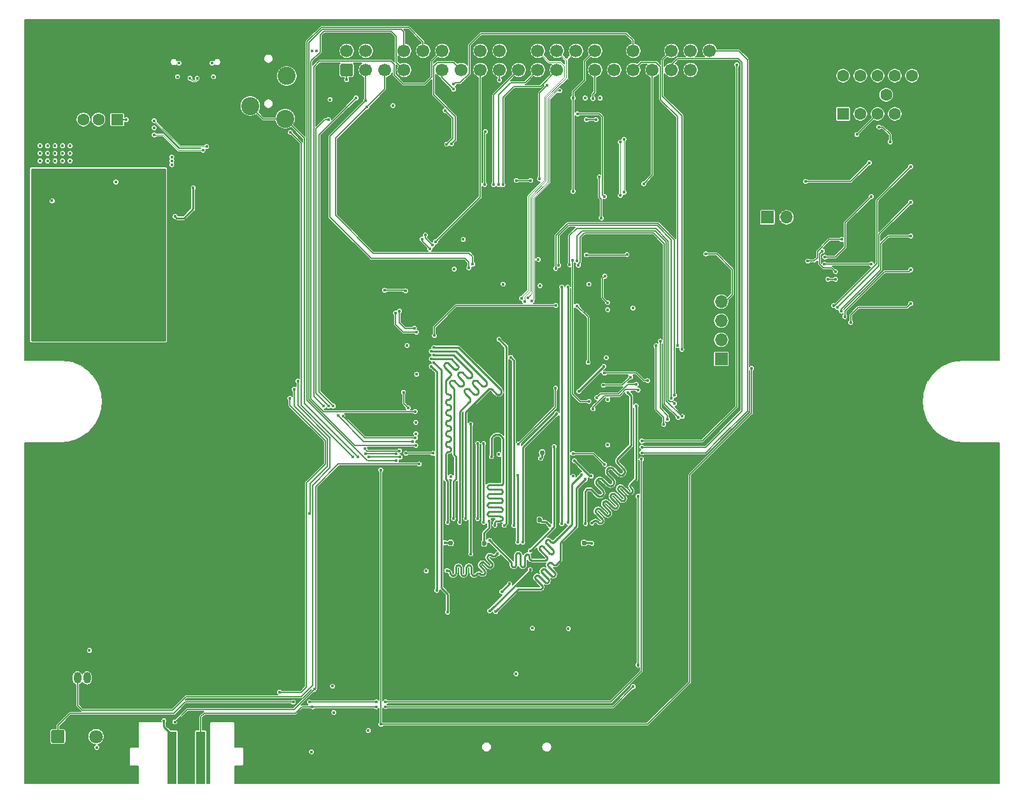
<source format=gbl>
%TF.GenerationSoftware,KiCad,Pcbnew,5.1.6*%
%TF.CreationDate,2020-08-11T14:57:00+02:00*%
%TF.ProjectId,CMM2-JLC,434d4d32-2d4a-44c4-932e-6b696361645f,C*%
%TF.SameCoordinates,Original*%
%TF.FileFunction,Copper,L4,Bot*%
%TF.FilePolarity,Positive*%
%FSLAX46Y46*%
G04 Gerber Fmt 4.6, Leading zero omitted, Abs format (unit mm)*
G04 Created by KiCad (PCBNEW 5.1.6) date 2020-08-11 14:57:00*
%MOMM*%
%LPD*%
G01*
G04 APERTURE LIST*
%TA.AperFunction,ComponentPad*%
%ADD10C,1.600000*%
%TD*%
%TA.AperFunction,ComponentPad*%
%ADD11C,4.000000*%
%TD*%
%TA.AperFunction,ComponentPad*%
%ADD12R,1.600000X1.600000*%
%TD*%
%TA.AperFunction,ComponentPad*%
%ADD13O,0.900000X1.700000*%
%TD*%
%TA.AperFunction,ComponentPad*%
%ADD14O,0.900000X2.000000*%
%TD*%
%TA.AperFunction,ComponentPad*%
%ADD15C,1.700000*%
%TD*%
%TA.AperFunction,ComponentPad*%
%ADD16C,1.800000*%
%TD*%
%TA.AperFunction,ComponentPad*%
%ADD17R,1.050000X1.500000*%
%TD*%
%TA.AperFunction,ComponentPad*%
%ADD18O,1.050000X1.500000*%
%TD*%
%TA.AperFunction,ComponentPad*%
%ADD19O,1.700000X1.700000*%
%TD*%
%TA.AperFunction,ComponentPad*%
%ADD20R,1.700000X1.700000*%
%TD*%
%TA.AperFunction,ComponentPad*%
%ADD21R,1.600000X1.500000*%
%TD*%
%TA.AperFunction,ComponentPad*%
%ADD22C,3.000000*%
%TD*%
%TA.AperFunction,ComponentPad*%
%ADD23C,2.400000*%
%TD*%
%TA.AperFunction,SMDPad,CuDef*%
%ADD24R,1.270000X7.000000*%
%TD*%
%TA.AperFunction,ViaPad*%
%ADD25C,0.450000*%
%TD*%
%TA.AperFunction,Conductor*%
%ADD26C,0.127000*%
%TD*%
%TA.AperFunction,Conductor*%
%ADD27C,0.289474*%
%TD*%
%TA.AperFunction,Conductor*%
%ADD28C,0.250000*%
%TD*%
%TA.AperFunction,Conductor*%
%ADD29C,0.289000*%
%TD*%
%TA.AperFunction,Conductor*%
%ADD30C,0.090000*%
%TD*%
%TA.AperFunction,Conductor*%
%ADD31C,0.254000*%
%TD*%
G04 APERTURE END LIST*
D10*
%TO.P,J2,8*%
%TO.N,GND*%
X132435000Y-30210000D03*
%TO.P,J2,13*%
%TO.N,/PI10*%
X133580000Y-27670000D03*
%TO.P,J2,14*%
%TO.N,/PI9*%
X135870000Y-27670000D03*
%TO.P,J2,15*%
%TO.N,Net-(J2-Pad15)*%
X138160000Y-27670000D03*
%TO.P,J2,9*%
%TO.N,Net-(J2-Pad9)*%
X134725000Y-30210000D03*
D11*
%TO.P,J2,0*%
%TO.N,GND*%
X145815000Y-30210000D03*
X120815000Y-30210000D03*
D10*
%TO.P,J2,10*%
X137015000Y-30210000D03*
%TO.P,J2,11*%
%TO.N,Net-(J2-Pad11)*%
X129000000Y-27670000D03*
%TO.P,J2,12*%
%TO.N,Net-(J2-Pad12)*%
X131290000Y-27670000D03*
%TO.P,J2,4*%
%TO.N,Net-(J2-Pad4)*%
X135870000Y-32750000D03*
%TO.P,J2,3*%
%TO.N,/VGA_BLUE*%
X133580000Y-32750000D03*
%TO.P,J2,2*%
%TO.N,/VGA_GREEN*%
X131290000Y-32750000D03*
%TO.P,J2,7*%
%TO.N,GND*%
X130145000Y-30210000D03*
D12*
%TO.P,J2,1*%
%TO.N,/VGA_RED*%
X129000000Y-32750000D03*
D10*
%TO.P,J2,6*%
%TO.N,GND*%
X127855000Y-30210000D03*
%TO.P,J2,5*%
X138160000Y-32750000D03*
%TD*%
D13*
%TO.P,J4,S1*%
%TO.N,GND*%
X38580000Y-22160000D03*
X47220000Y-22160000D03*
D14*
X38580000Y-26330000D03*
X47220000Y-26330000D03*
%TD*%
D15*
%TO.P,J3,40*%
%TO.N,/PB13*%
X111260000Y-24360000D03*
%TO.P,J3,38*%
%TO.N,/PB15*%
X108720000Y-24360000D03*
%TO.P,J3,36*%
%TO.N,/PC6*%
X106180000Y-24360000D03*
%TO.P,J3,34*%
%TO.N,GND*%
X103640000Y-24360000D03*
%TO.P,J3,32*%
%TO.N,/PI8*%
X101100000Y-24360000D03*
%TO.P,J3,30*%
%TO.N,GND*%
X98560000Y-24360000D03*
%TO.P,J3,28*%
%TO.N,/I2C2_SCL*%
X96020000Y-24360000D03*
%TO.P,J3,26*%
%TO.N,/PC5*%
X93480000Y-24360000D03*
%TO.P,J3,24*%
%TO.N,/PC4*%
X90940000Y-24360000D03*
%TO.P,J3,22*%
%TO.N,/PA7*%
X88400000Y-24360000D03*
%TO.P,J3,20*%
%TO.N,GND*%
X85860000Y-24360000D03*
%TO.P,J3,18*%
%TO.N,/PA15*%
X83320000Y-24360000D03*
%TO.P,J3,16*%
%TO.N,/PA0*%
X80780000Y-24360000D03*
%TO.P,J3,14*%
%TO.N,GND*%
X78240000Y-24360000D03*
%TO.P,J3,12*%
%TO.N,/PA6*%
X75700000Y-24360000D03*
%TO.P,J3,10*%
%TO.N,/PA3*%
X73160000Y-24360000D03*
%TO.P,J3,8*%
%TO.N,/PA2*%
X70620000Y-24360000D03*
%TO.P,J3,6*%
%TO.N,GND*%
X68080000Y-24360000D03*
%TO.P,J3,4*%
%TO.N,+5V*%
X65540000Y-24360000D03*
%TO.P,J3,2*%
X63000000Y-24360000D03*
%TO.P,J3,39*%
%TO.N,GND*%
X111260000Y-26900000D03*
%TO.P,J3,37*%
%TO.N,/PA1*%
X108720000Y-26900000D03*
%TO.P,J3,35*%
%TO.N,/PB14*%
X106180000Y-26900000D03*
%TO.P,J3,33*%
%TO.N,/PI3*%
X103640000Y-26900000D03*
%TO.P,J3,31*%
%TO.N,/PC7*%
X101100000Y-26900000D03*
%TO.P,J3,29*%
%TO.N,/PB0*%
X98560000Y-26900000D03*
%TO.P,J3,27*%
%TO.N,/I2C2_SDA*%
X96020000Y-26900000D03*
%TO.P,J3,25*%
%TO.N,GND*%
X93480000Y-26900000D03*
%TO.P,J3,23*%
%TO.N,/PB3*%
X90940000Y-26900000D03*
%TO.P,J3,21*%
%TO.N,/PB4*%
X88400000Y-26900000D03*
%TO.P,J3,19*%
%TO.N,/PB5*%
X85860000Y-26900000D03*
%TO.P,J3,17*%
%TO.N,+3V3*%
X83320000Y-26900000D03*
%TO.P,J3,15*%
%TO.N,/PC3*%
X80780000Y-26900000D03*
%TO.P,J3,13*%
%TO.N,/PC2*%
X78240000Y-26900000D03*
%TO.P,J3,11*%
%TO.N,/PH14*%
X75700000Y-26900000D03*
%TO.P,J3,9*%
%TO.N,GND*%
X73160000Y-26900000D03*
%TO.P,J3,7*%
%TO.N,/PC1*%
X70620000Y-26900000D03*
%TO.P,J3,5*%
%TO.N,/I2C1_SCL*%
X68080000Y-26900000D03*
%TO.P,J3,3*%
%TO.N,/I2C1_SDA*%
X65540000Y-26900000D03*
%TO.P,J3,1*%
%TO.N,+3V3*%
%TA.AperFunction,ComponentPad*%
G36*
G01*
X63600000Y-27750000D02*
X62400000Y-27750000D01*
G75*
G02*
X62150000Y-27500000I0J250000D01*
G01*
X62150000Y-26300000D01*
G75*
G02*
X62400000Y-26050000I250000J0D01*
G01*
X63600000Y-26050000D01*
G75*
G02*
X63850000Y-26300000I0J-250000D01*
G01*
X63850000Y-27500000D01*
G75*
G02*
X63600000Y-27750000I-250000J0D01*
G01*
G37*
%TD.AperFunction*%
%TD*%
%TO.P,C31,2*%
%TO.N,GND*%
%TA.AperFunction,SMDPad,CuDef*%
G36*
G01*
X88306000Y-77653100D02*
X88306000Y-77998100D01*
G75*
G02*
X88158500Y-78145600I-147500J0D01*
G01*
X87863500Y-78145600D01*
G75*
G02*
X87716000Y-77998100I0J147500D01*
G01*
X87716000Y-77653100D01*
G75*
G02*
X87863500Y-77505600I147500J0D01*
G01*
X88158500Y-77505600D01*
G75*
G02*
X88306000Y-77653100I0J-147500D01*
G01*
G37*
%TD.AperFunction*%
%TO.P,C31,1*%
%TO.N,+3V3*%
%TA.AperFunction,SMDPad,CuDef*%
G36*
G01*
X89276000Y-77653100D02*
X89276000Y-77998100D01*
G75*
G02*
X89128500Y-78145600I-147500J0D01*
G01*
X88833500Y-78145600D01*
G75*
G02*
X88686000Y-77998100I0J147500D01*
G01*
X88686000Y-77653100D01*
G75*
G02*
X88833500Y-77505600I147500J0D01*
G01*
X89128500Y-77505600D01*
G75*
G02*
X89276000Y-77653100I0J-147500D01*
G01*
G37*
%TD.AperFunction*%
%TD*%
D16*
%TO.P,U7,3*%
%TO.N,+3V3*%
X29680000Y-115600000D03*
%TO.P,U7,2*%
%TO.N,GND*%
X27140000Y-115600000D03*
%TO.P,U7,1*%
%TO.N,/PB12*%
%TA.AperFunction,ComponentPad*%
G36*
G01*
X23700000Y-116251600D02*
X23700000Y-114948400D01*
G75*
G02*
X23948400Y-114700000I248400J0D01*
G01*
X25251600Y-114700000D01*
G75*
G02*
X25500000Y-114948400I0J-248400D01*
G01*
X25500000Y-116251600D01*
G75*
G02*
X25251600Y-116500000I-248400J0D01*
G01*
X23948400Y-116500000D01*
G75*
G02*
X23700000Y-116251600I0J248400D01*
G01*
G37*
%TD.AperFunction*%
%TD*%
D17*
%TO.P,U5,1*%
%TO.N,GND*%
X25930000Y-107800000D03*
D18*
%TO.P,U5,3*%
%TO.N,+3V3*%
X28470000Y-107800000D03*
%TO.P,U5,2*%
%TO.N,/PE2*%
X27200000Y-107800000D03*
%TD*%
D19*
%TO.P,J9,3*%
%TO.N,GND*%
X124030000Y-46500000D03*
%TO.P,J9,2*%
%TO.N,Net-(J9-Pad2)*%
X121490000Y-46500000D03*
D20*
%TO.P,J9,1*%
%TO.N,+3V3*%
X118950000Y-46500000D03*
%TD*%
D19*
%TO.P,J7,5*%
%TO.N,GND*%
X112800000Y-55190000D03*
%TO.P,J7,4*%
%TO.N,/PA14*%
X112800000Y-57730000D03*
%TO.P,J7,3*%
%TO.N,/PA13*%
X112800000Y-60270000D03*
%TO.P,J7,2*%
%TO.N,/RESET*%
X112800000Y-62810000D03*
D20*
%TO.P,J7,1*%
%TO.N,+3V3*%
X112800000Y-65350000D03*
%TD*%
D10*
%TO.P,J6,4*%
%TO.N,GND*%
X25500000Y-33500000D03*
%TO.P,J6,3*%
%TO.N,/USB_HOST_D+*%
X28000000Y-33500000D03*
%TO.P,J6,2*%
%TO.N,/USB_HOST_D-*%
X30000000Y-33500000D03*
D21*
%TO.P,J6,1*%
%TO.N,+5V*%
X32500000Y-33500000D03*
D22*
%TO.P,J6,5*%
%TO.N,GND*%
X22430000Y-30790000D03*
X35570000Y-30790000D03*
%TD*%
D23*
%TO.P,J5,S*%
%TO.N,GND*%
X55020000Y-24100000D03*
%TO.P,J5,SN*%
X50180000Y-25000000D03*
%TO.P,J5,R*%
%TO.N,/PA5*%
X55020000Y-27700000D03*
%TO.P,J5,TN*%
%TO.N,/PA4*%
X54820000Y-33400000D03*
%TO.P,J5,T*%
X50180000Y-31700000D03*
%TD*%
%TO.P,C23,2*%
%TO.N,GND*%
%TA.AperFunction,SMDPad,CuDef*%
G36*
G01*
X77507600Y-90025000D02*
X77507600Y-89680000D01*
G75*
G02*
X77655100Y-89532500I147500J0D01*
G01*
X77950100Y-89532500D01*
G75*
G02*
X78097600Y-89680000I0J-147500D01*
G01*
X78097600Y-90025000D01*
G75*
G02*
X77950100Y-90172500I-147500J0D01*
G01*
X77655100Y-90172500D01*
G75*
G02*
X77507600Y-90025000I0J147500D01*
G01*
G37*
%TD.AperFunction*%
%TO.P,C23,1*%
%TO.N,+3V3*%
%TA.AperFunction,SMDPad,CuDef*%
G36*
G01*
X76537600Y-90025000D02*
X76537600Y-89680000D01*
G75*
G02*
X76685100Y-89532500I147500J0D01*
G01*
X76980100Y-89532500D01*
G75*
G02*
X77127600Y-89680000I0J-147500D01*
G01*
X77127600Y-90025000D01*
G75*
G02*
X76980100Y-90172500I-147500J0D01*
G01*
X76685100Y-90172500D01*
G75*
G02*
X76537600Y-90025000I0J147500D01*
G01*
G37*
%TD.AperFunction*%
%TD*%
%TO.P,C22,2*%
%TO.N,GND*%
%TA.AperFunction,SMDPad,CuDef*%
G36*
G01*
X80607400Y-89718100D02*
X80607400Y-90063100D01*
G75*
G02*
X80459900Y-90210600I-147500J0D01*
G01*
X80164900Y-90210600D01*
G75*
G02*
X80017400Y-90063100I0J147500D01*
G01*
X80017400Y-89718100D01*
G75*
G02*
X80164900Y-89570600I147500J0D01*
G01*
X80459900Y-89570600D01*
G75*
G02*
X80607400Y-89718100I0J-147500D01*
G01*
G37*
%TD.AperFunction*%
%TO.P,C22,1*%
%TO.N,+3V3*%
%TA.AperFunction,SMDPad,CuDef*%
G36*
G01*
X81577400Y-89718100D02*
X81577400Y-90063100D01*
G75*
G02*
X81429900Y-90210600I-147500J0D01*
G01*
X81134900Y-90210600D01*
G75*
G02*
X80987400Y-90063100I0J147500D01*
G01*
X80987400Y-89718100D01*
G75*
G02*
X81134900Y-89570600I147500J0D01*
G01*
X81429900Y-89570600D01*
G75*
G02*
X81577400Y-89718100I0J-147500D01*
G01*
G37*
%TD.AperFunction*%
%TD*%
%TO.P,C5,2*%
%TO.N,GND*%
%TA.AperFunction,SMDPad,CuDef*%
G36*
G01*
X87975800Y-86606600D02*
X87975800Y-86951600D01*
G75*
G02*
X87828300Y-87099100I-147500J0D01*
G01*
X87533300Y-87099100D01*
G75*
G02*
X87385800Y-86951600I0J147500D01*
G01*
X87385800Y-86606600D01*
G75*
G02*
X87533300Y-86459100I147500J0D01*
G01*
X87828300Y-86459100D01*
G75*
G02*
X87975800Y-86606600I0J-147500D01*
G01*
G37*
%TD.AperFunction*%
%TO.P,C5,1*%
%TO.N,+3V3*%
%TA.AperFunction,SMDPad,CuDef*%
G36*
G01*
X88945800Y-86606600D02*
X88945800Y-86951600D01*
G75*
G02*
X88798300Y-87099100I-147500J0D01*
G01*
X88503300Y-87099100D01*
G75*
G02*
X88355800Y-86951600I0J147500D01*
G01*
X88355800Y-86606600D01*
G75*
G02*
X88503300Y-86459100I147500J0D01*
G01*
X88798300Y-86459100D01*
G75*
G02*
X88945800Y-86606600I0J-147500D01*
G01*
G37*
%TD.AperFunction*%
%TD*%
%TO.P,C4,2*%
%TO.N,GND*%
%TA.AperFunction,SMDPad,CuDef*%
G36*
G01*
X93878900Y-89680000D02*
X93878900Y-90025000D01*
G75*
G02*
X93731400Y-90172500I-147500J0D01*
G01*
X93436400Y-90172500D01*
G75*
G02*
X93288900Y-90025000I0J147500D01*
G01*
X93288900Y-89680000D01*
G75*
G02*
X93436400Y-89532500I147500J0D01*
G01*
X93731400Y-89532500D01*
G75*
G02*
X93878900Y-89680000I0J-147500D01*
G01*
G37*
%TD.AperFunction*%
%TO.P,C4,1*%
%TO.N,+3V3*%
%TA.AperFunction,SMDPad,CuDef*%
G36*
G01*
X94848900Y-89680000D02*
X94848900Y-90025000D01*
G75*
G02*
X94701400Y-90172500I-147500J0D01*
G01*
X94406400Y-90172500D01*
G75*
G02*
X94258900Y-90025000I0J147500D01*
G01*
X94258900Y-89680000D01*
G75*
G02*
X94406400Y-89532500I147500J0D01*
G01*
X94701400Y-89532500D01*
G75*
G02*
X94848900Y-89680000I0J-147500D01*
G01*
G37*
%TD.AperFunction*%
%TD*%
D24*
%TO.P,J1,4*%
%TO.N,/NUNCHUCK_SDA*%
X43600000Y-118400000D03*
%TO.P,J1,3*%
%TO.N,+3V3*%
X39800000Y-118400000D03*
%TD*%
D25*
%TO.N,GND*%
X20500000Y-63500000D03*
X20500000Y-92500000D03*
X20500000Y-90500000D03*
X20500000Y-25500000D03*
X20500000Y-23500000D03*
X20500000Y-21500000D03*
X20500000Y-110500000D03*
X20500000Y-116500000D03*
X20500000Y-100500000D03*
X20500000Y-98500000D03*
X20500000Y-55500000D03*
X20500000Y-53500000D03*
X20500000Y-51500000D03*
X20500000Y-120500000D03*
X20500000Y-108500000D03*
X20500000Y-31500000D03*
X20500000Y-29500000D03*
X20500000Y-27500000D03*
X20500000Y-96500000D03*
X20500000Y-94500000D03*
X20500000Y-104500000D03*
X20500000Y-37500000D03*
X20500000Y-35500000D03*
X20500000Y-33500000D03*
X20500000Y-106500000D03*
X20500000Y-88500000D03*
X20500000Y-86500000D03*
X20500000Y-118500000D03*
X20500000Y-112500000D03*
X20500000Y-49500000D03*
X20500000Y-47500000D03*
X20500000Y-45500000D03*
X20500000Y-61500000D03*
X20500000Y-59500000D03*
X20500000Y-57500000D03*
X20500000Y-80500000D03*
X20500000Y-78500000D03*
X20500000Y-114500000D03*
X20500000Y-102500000D03*
X20500000Y-84500000D03*
X20500000Y-82500000D03*
X20500000Y-43500000D03*
X20500000Y-41500000D03*
X20500000Y-39500000D03*
X145000000Y-65300000D03*
X140063655Y-73850000D03*
X143050485Y-65643752D03*
X141336111Y-66633547D03*
X143050485Y-76356248D03*
X139386596Y-70010205D03*
X141336111Y-75366453D03*
X140063655Y-68150000D03*
X144000000Y-65400000D03*
X149000000Y-65300000D03*
X147000000Y-65300000D03*
X146000000Y-65300000D03*
X149000000Y-76700000D03*
X147000000Y-76700000D03*
X146000000Y-76700000D03*
X144000000Y-76600000D03*
X148000000Y-65300000D03*
X145000000Y-76700000D03*
X148000000Y-76700000D03*
X139386596Y-71989795D03*
X145000000Y-65300000D03*
X21000000Y-76700000D03*
X23000000Y-76700000D03*
X24000000Y-76700000D03*
X25000000Y-76700000D03*
X22000000Y-76700000D03*
X46250000Y-44750000D03*
X43750000Y-44750000D03*
X43750000Y-47250000D03*
X46250000Y-47250000D03*
X39624000Y-34607500D03*
X75600000Y-101100000D03*
X44642346Y-113680782D03*
X72200000Y-74377003D03*
X88200000Y-78600000D03*
X72300000Y-66800000D03*
X84261602Y-55746201D03*
X89300000Y-55600000D03*
X95800000Y-55400000D03*
X97700000Y-59377003D03*
X97700000Y-71377003D03*
X97700000Y-77377003D03*
X49588800Y-26505000D03*
X56142000Y-23101400D03*
X68072000Y-23088600D03*
X78240000Y-23131400D03*
X85852000Y-23088600D03*
X98560000Y-23131400D03*
X103632000Y-23012400D03*
X111277400Y-28219400D03*
X73202800Y-28321000D03*
X52600000Y-24100000D03*
X35570000Y-28730000D03*
X33710000Y-30790000D03*
X23950000Y-31950000D03*
X24350000Y-32350000D03*
X24700000Y-32700000D03*
X23800000Y-44300000D03*
X32300000Y-41800000D03*
X46100000Y-27800000D03*
X76825000Y-78650000D03*
X92400000Y-89850000D03*
X83225000Y-78625000D03*
X133000000Y-36500000D03*
X138250000Y-37500000D03*
X143250000Y-38250000D03*
X139250000Y-33750000D03*
X131250000Y-59500000D03*
X136250000Y-65250000D03*
X141750000Y-61750000D03*
X63777000Y-70573000D03*
X64800000Y-60700000D03*
X21500000Y-121500000D03*
X23500000Y-121500000D03*
X25500000Y-121500000D03*
X27500000Y-121500000D03*
X29500000Y-121500000D03*
X31500000Y-121500000D03*
X33500000Y-121500000D03*
X49500000Y-121500000D03*
X51500000Y-121500000D03*
X53500000Y-121500000D03*
X55500000Y-121500000D03*
X57500000Y-121500000D03*
X59500000Y-121500000D03*
X61500000Y-121500000D03*
X63500000Y-121500000D03*
X65500000Y-121500000D03*
X67500000Y-121500000D03*
X69500000Y-121500000D03*
X71500000Y-121500000D03*
X73500000Y-121500000D03*
X75500000Y-121500000D03*
X77500000Y-121500000D03*
X79500000Y-121500000D03*
X81500000Y-121500000D03*
X83500000Y-121500000D03*
X85500000Y-121500000D03*
X87500000Y-121500000D03*
X89500000Y-121500000D03*
X91500000Y-121500000D03*
X94500000Y-121500000D03*
X96500000Y-121500000D03*
X98500000Y-121500000D03*
X100500000Y-121500000D03*
X102500000Y-121500000D03*
X104500000Y-121500000D03*
X106500000Y-121500000D03*
X108500000Y-121500000D03*
X110500000Y-121500000D03*
X112500000Y-121500000D03*
X114500000Y-121500000D03*
X116500000Y-121500000D03*
X118500000Y-121500000D03*
X120500000Y-121500000D03*
X122500000Y-121500000D03*
X124500000Y-121500000D03*
X126500000Y-121500000D03*
X128500000Y-121500000D03*
X130500000Y-121500000D03*
X132500000Y-121500000D03*
X134500000Y-121500000D03*
X136500000Y-121500000D03*
X138500000Y-121500000D03*
X140500000Y-121500000D03*
X142500000Y-121500000D03*
X144500000Y-121500000D03*
X146500000Y-121500000D03*
X148500000Y-121500000D03*
X23914100Y-89395300D03*
X24993600Y-107823000D03*
X27190700Y-116954300D03*
X50457100Y-119926100D03*
X60261500Y-119849900D03*
X70281800Y-114820700D03*
X78816200Y-108153200D03*
X83286600Y-107213400D03*
X94667000Y-101220200D03*
X89801700Y-101193600D03*
X86067900Y-101244400D03*
X87600000Y-88550000D03*
X80312400Y-89890600D03*
X78524100Y-89865200D03*
X101066600Y-59588400D03*
X89484200Y-52108100D03*
X71043800Y-62661800D03*
X81991200Y-81534000D03*
X100013350Y-78688350D03*
X78333600Y-52666900D03*
X93400000Y-108200000D03*
X94400000Y-118300000D03*
X78800000Y-118200000D03*
X41148000Y-30403800D03*
X44170600Y-30403800D03*
X45500000Y-42750000D03*
X40715000Y-44485000D03*
X41200000Y-41000000D03*
X97477292Y-65819651D03*
X25000000Y-65300000D03*
X26949515Y-65643752D03*
X28663889Y-66633547D03*
X29936345Y-68150000D03*
X30613404Y-70010205D03*
X30613404Y-71989795D03*
X29936345Y-73850000D03*
X28663889Y-75366453D03*
X26949515Y-76356248D03*
X25000000Y-76700000D03*
X21000000Y-65300000D03*
X22000000Y-65300000D03*
X23000000Y-65300000D03*
X24000000Y-65300000D03*
X26000000Y-76600000D03*
X26000000Y-65400000D03*
X78800000Y-59900000D03*
X79700000Y-73400000D03*
X82050000Y-69950000D03*
X81200000Y-74075000D03*
X81725000Y-77600000D03*
X83725000Y-75100000D03*
X85725000Y-76075000D03*
X86925000Y-77375000D03*
X83825000Y-89700000D03*
X82150000Y-90370000D03*
X87900000Y-92700000D03*
X89200000Y-92700000D03*
X88100000Y-95400000D03*
X86200000Y-95500000D03*
X86025000Y-96525000D03*
X90000000Y-98900000D03*
X91500000Y-95600000D03*
X96400000Y-99100000D03*
X100000000Y-67800000D03*
X101000000Y-68300000D03*
X95675000Y-69850000D03*
X97225000Y-78725000D03*
X95325000Y-78650000D03*
X93575000Y-78375000D03*
X99350000Y-81550000D03*
X67975000Y-113550000D03*
X67975000Y-112200000D03*
X102225000Y-107525000D03*
X105750000Y-107775000D03*
X109000000Y-108550000D03*
X103225000Y-114350000D03*
X67975000Y-80525000D03*
X67100000Y-80525000D03*
X67975000Y-75125000D03*
X67150000Y-74775000D03*
X63100000Y-72800000D03*
X72125000Y-73050000D03*
X71800000Y-71800000D03*
X71150000Y-69900000D03*
X69950000Y-69900000D03*
X72200000Y-68125000D03*
X72175000Y-69900000D03*
X74450000Y-70850000D03*
X79325000Y-72650000D03*
X85850000Y-67300000D03*
X83800000Y-62525000D03*
X77725000Y-55550000D03*
X75400000Y-55550000D03*
X74450000Y-74325000D03*
X74450000Y-77325000D03*
X77750000Y-63350000D03*
X76025000Y-63350000D03*
X91075000Y-58775000D03*
X88200000Y-57825000D03*
X91050000Y-55550000D03*
X92600000Y-48175000D03*
X94700000Y-49125000D03*
X96000000Y-51075000D03*
X103625000Y-49025000D03*
X104825000Y-50225000D03*
X104825000Y-53775000D03*
X102800000Y-60700000D03*
X104800000Y-62400000D03*
X107025000Y-65050000D03*
X110475000Y-78275000D03*
X101775000Y-81750000D03*
X101300000Y-95425000D03*
X101300000Y-105625000D03*
X101300000Y-103650000D03*
X27225000Y-112100000D03*
X97550000Y-61750000D03*
X97550000Y-60450000D03*
X85700000Y-65050000D03*
X74425000Y-79775000D03*
X74350000Y-82400000D03*
X77450000Y-94700000D03*
X77475000Y-97900000D03*
X75450000Y-97400000D03*
X73914000Y-95886000D03*
X61875000Y-81650000D03*
X63200000Y-81100000D03*
X46675000Y-64550000D03*
X45200000Y-64875000D03*
X45800000Y-51400000D03*
X48250000Y-51750000D03*
X42250000Y-35950000D03*
X43550000Y-35375000D03*
X67100000Y-103600000D03*
X66425000Y-104925000D03*
X63225000Y-99725000D03*
X61925000Y-100375000D03*
X70950000Y-90800000D03*
X70975000Y-85825000D03*
X91150000Y-93250000D03*
X125325000Y-53675000D03*
X125125000Y-51325000D03*
X125800000Y-50175000D03*
X127675000Y-49000000D03*
X128800000Y-48825000D03*
X129300000Y-46550000D03*
X130675000Y-46475000D03*
X136325000Y-51225000D03*
X132450000Y-50975000D03*
X128125000Y-50300000D03*
X129300000Y-52325000D03*
X133325000Y-41250000D03*
X138000000Y-42000000D03*
X68950000Y-58325000D03*
X72650000Y-49900000D03*
X86625000Y-39950000D03*
X85800000Y-42175000D03*
X83200000Y-43400000D03*
X83200000Y-51525000D03*
X85800000Y-53275000D03*
X88300000Y-44075000D03*
X87200000Y-43050000D03*
X90375000Y-41300000D03*
X93600000Y-42050000D03*
X94350000Y-34025000D03*
X96575000Y-34025000D03*
X93525000Y-35125000D03*
X104200000Y-28025000D03*
X123025000Y-35025000D03*
X124000000Y-35025000D03*
X122875000Y-37600000D03*
X130450000Y-34950000D03*
X131750000Y-33875000D03*
X137550000Y-35475000D03*
X22500000Y-20500000D03*
X24500000Y-20500000D03*
X26500000Y-20500000D03*
X28500000Y-20500000D03*
X30500000Y-20500000D03*
X32500000Y-20500000D03*
X34500000Y-20500000D03*
X36500000Y-20500000D03*
X38500000Y-20500000D03*
X40500000Y-20500000D03*
X42500000Y-20500000D03*
X44500000Y-20500000D03*
X46500000Y-20500000D03*
X48500000Y-20500000D03*
X50500000Y-20500000D03*
X52500000Y-20500000D03*
X54500000Y-20500000D03*
X56500000Y-20500000D03*
X58500000Y-20500000D03*
X60500000Y-20500000D03*
X62500000Y-20500000D03*
X64500000Y-20500000D03*
X66500000Y-20500000D03*
X68500000Y-20500000D03*
X70500000Y-20500000D03*
X72500000Y-20500000D03*
X74500000Y-20500000D03*
X76500000Y-20500000D03*
X78500000Y-20500000D03*
X80500000Y-20500000D03*
X82500000Y-20500000D03*
X84500000Y-20500000D03*
X86500000Y-20500000D03*
X88500000Y-20500000D03*
X90500000Y-20500000D03*
X92500000Y-20500000D03*
X94500000Y-20500000D03*
X96500000Y-20500000D03*
X98500000Y-20500000D03*
X100500000Y-20500000D03*
X102500000Y-20500000D03*
X104500000Y-20500000D03*
X106500000Y-20500000D03*
X108500000Y-20500000D03*
X110500000Y-20500000D03*
X112500000Y-20500000D03*
X114500000Y-20500000D03*
X116500000Y-20500000D03*
X118500000Y-20500000D03*
X120500000Y-20500000D03*
X122500000Y-20500000D03*
X124500000Y-20500000D03*
X126500000Y-20500000D03*
X128500000Y-20500000D03*
X130500000Y-20500000D03*
X132500000Y-20500000D03*
X134500000Y-20500000D03*
X136500000Y-20500000D03*
X138500000Y-20500000D03*
X140500000Y-20500000D03*
X142500000Y-20500000D03*
X144500000Y-20500000D03*
X146500000Y-20500000D03*
X148500000Y-20500000D03*
X149500000Y-21500000D03*
X149500000Y-23500000D03*
X149500000Y-25500000D03*
X149500000Y-27500000D03*
X149500000Y-29500000D03*
X149500000Y-31500000D03*
X149500000Y-33500000D03*
X149500000Y-35500000D03*
X149500000Y-37500000D03*
X149500000Y-39500000D03*
X149500000Y-41500000D03*
X149500000Y-43500000D03*
X149500000Y-45500000D03*
X149500000Y-47500000D03*
X149500000Y-49500000D03*
X149500000Y-51500000D03*
X149500000Y-53500000D03*
X149500000Y-55500000D03*
X149500000Y-57500000D03*
X149500000Y-59500000D03*
X149500000Y-61500000D03*
X149500000Y-63500000D03*
X149500000Y-78500000D03*
X149500000Y-80500000D03*
X149500000Y-82500000D03*
X149500000Y-84500000D03*
X149500000Y-86500000D03*
X149500000Y-88500000D03*
X149500000Y-90500000D03*
X149500000Y-92500000D03*
X149500000Y-94500000D03*
X149500000Y-96500000D03*
X149500000Y-98500000D03*
X149500000Y-100500000D03*
X149500000Y-102500000D03*
X149500000Y-104500000D03*
X149500000Y-106500000D03*
X149500000Y-108500000D03*
X149500000Y-110500000D03*
X149500000Y-112500000D03*
X149500000Y-114500000D03*
X149500000Y-116500000D03*
X149500000Y-118500000D03*
X149500000Y-120500000D03*
X100000000Y-63700000D03*
X103500000Y-63700000D03*
X100000000Y-62800000D03*
X97500000Y-64550000D03*
X95500000Y-67250000D03*
X93500000Y-67250000D03*
X93550000Y-59000000D03*
X94650000Y-60000000D03*
X91100000Y-74450000D03*
X90050000Y-74250000D03*
X91100000Y-78650000D03*
X88150000Y-91550000D03*
X85800000Y-93350000D03*
X81800000Y-94500000D03*
X81700000Y-98150000D03*
X83100000Y-96850000D03*
X92400000Y-98850000D03*
X93400000Y-96800000D03*
X87600000Y-98900000D03*
X87850000Y-97200000D03*
X95900000Y-97950000D03*
X82700000Y-62200000D03*
X79300000Y-55550000D03*
X82700000Y-55550000D03*
X79300000Y-58800000D03*
X75650000Y-36700000D03*
X82100000Y-35200000D03*
X47300000Y-36700000D03*
X46700000Y-35350000D03*
X45350000Y-36650000D03*
X46000000Y-37950000D03*
X41050000Y-36650000D03*
X40400000Y-37950000D03*
X59750000Y-67150000D03*
X56500000Y-67700000D03*
X59750000Y-36700000D03*
X56450000Y-36800000D03*
X64350000Y-26200000D03*
X59550000Y-26200000D03*
X59100000Y-33850000D03*
X107450000Y-26000000D03*
X110000000Y-26000000D03*
X114350000Y-51350000D03*
X116700000Y-51350000D03*
X114400000Y-57300000D03*
X116700000Y-53700000D03*
X113850000Y-53700000D03*
X108000000Y-51000000D03*
X108000000Y-53700000D03*
X106550000Y-48850000D03*
X91850000Y-47250000D03*
X68000000Y-110350000D03*
X67100000Y-110350000D03*
X67100000Y-112200000D03*
X57200000Y-112100000D03*
X55600000Y-111550000D03*
X41700000Y-111500000D03*
X39850000Y-113050000D03*
X39650000Y-111600000D03*
X28000000Y-111650000D03*
X26400000Y-113000000D03*
X100400000Y-36500000D03*
X121750000Y-36350000D03*
X71100000Y-21750000D03*
X75100000Y-28050000D03*
X74100000Y-28800000D03*
X87400000Y-28600000D03*
X85350000Y-28100000D03*
X97950000Y-110550000D03*
X101650000Y-111800000D03*
X88200000Y-110500000D03*
X87150000Y-110500000D03*
X86150000Y-110500000D03*
X84850000Y-110500000D03*
X83950000Y-110500000D03*
X82650000Y-110500000D03*
X81650000Y-110500000D03*
X81700000Y-112050000D03*
X83200000Y-113550000D03*
X92250000Y-114425000D03*
X78450000Y-39950000D03*
X77200000Y-41200000D03*
X77175000Y-50800000D03*
X66700000Y-50800000D03*
X66000000Y-52400000D03*
X62000000Y-46000000D03*
X60300000Y-46700000D03*
X62900000Y-35300000D03*
X60500000Y-35200000D03*
X62000000Y-36700000D03*
X88500000Y-81700000D03*
X88875000Y-68875000D03*
X88050000Y-67250000D03*
X131800000Y-26550000D03*
X127600000Y-26550000D03*
X124025000Y-30925000D03*
X127600000Y-28475000D03*
X134700000Y-28100000D03*
X133125000Y-26575000D03*
X132250000Y-25700000D03*
X127150000Y-25725000D03*
%TO.N,+3V3*%
X38700000Y-113500000D03*
X72200000Y-73800000D03*
X72200000Y-75300000D03*
X88777003Y-78600000D03*
X72300000Y-67400000D03*
X77300000Y-53400000D03*
X83800000Y-55400000D03*
X88700000Y-55600000D03*
X95200000Y-55400000D03*
X97700000Y-58800000D03*
X97700000Y-70800000D03*
X97700000Y-76800000D03*
X83312000Y-28244800D03*
X62992000Y-28219400D03*
X29423199Y-43946201D03*
X30083599Y-43946201D03*
X30794799Y-43946201D03*
X31455199Y-43946201D03*
X32140999Y-43946201D03*
X32801399Y-43946201D03*
X76825000Y-81000000D03*
X76052915Y-89800000D03*
X81900000Y-86900000D03*
X95600000Y-89900000D03*
X90000000Y-87550000D03*
X28803600Y-104140000D03*
X29768800Y-117055900D03*
X58318400Y-117640100D03*
X65874900Y-114808000D03*
X85521800Y-107264200D03*
X92468700Y-101244400D03*
X87680800Y-101193600D03*
X73571100Y-93573600D03*
X101053900Y-58597800D03*
X88480900Y-52108100D03*
X71031100Y-63576200D03*
X83223080Y-78048002D03*
X93078300Y-80962500D03*
X61300000Y-112400000D03*
X61100000Y-108900000D03*
X78500000Y-49450000D03*
X69150000Y-31650000D03*
X60800000Y-30850000D03*
X94700000Y-30650000D03*
X96700000Y-30650000D03*
X21500000Y-40500000D03*
X21500000Y-41500000D03*
X21500000Y-42500000D03*
X21500000Y-43500000D03*
X21500000Y-44500000D03*
X21500000Y-45500000D03*
X21500000Y-46500000D03*
X21500000Y-47500000D03*
X21500000Y-48500000D03*
X21500000Y-49500000D03*
X21500000Y-50500000D03*
X21500000Y-51500000D03*
X21500000Y-52500000D03*
X21500000Y-53500000D03*
X21500000Y-54500000D03*
X21500000Y-55500000D03*
X21500000Y-56500000D03*
X21500000Y-57500000D03*
X21500000Y-58500000D03*
X21500000Y-59500000D03*
X21500000Y-60500000D03*
X21500000Y-61500000D03*
X21500000Y-62500000D03*
X22500000Y-62500000D03*
X23500000Y-62500000D03*
X24500000Y-62500000D03*
X25500000Y-62500000D03*
X26500000Y-62500000D03*
X27500000Y-62500000D03*
X28500000Y-62500000D03*
X29500000Y-62500000D03*
X30500000Y-62500000D03*
X31500000Y-62500000D03*
X32500000Y-62500000D03*
X33500000Y-62500000D03*
X34500000Y-62500000D03*
X35500000Y-62500000D03*
X36500000Y-62500000D03*
X37500000Y-62500000D03*
X38500000Y-62500000D03*
X38500000Y-61500000D03*
X38500000Y-60500000D03*
X38500000Y-59500000D03*
X38500000Y-58500000D03*
X38500000Y-57500000D03*
X38500000Y-56500000D03*
X38500000Y-55500000D03*
X38500000Y-54500000D03*
X38500000Y-53500000D03*
X38500000Y-52500000D03*
X38500000Y-51500000D03*
X38500000Y-50500000D03*
X38500000Y-49500000D03*
X38500000Y-48500000D03*
X38500000Y-47500000D03*
X38500000Y-46500000D03*
X38500000Y-45500000D03*
X38500000Y-44500000D03*
X38500000Y-43500000D03*
X38500000Y-42500000D03*
X38500000Y-41500000D03*
X38500000Y-40500000D03*
X22500000Y-40500000D03*
X23500000Y-40500000D03*
X24500000Y-40500000D03*
X37500000Y-40500000D03*
X36500000Y-40500000D03*
X35500000Y-40500000D03*
X34500000Y-40500000D03*
X33500000Y-40500000D03*
X32500000Y-40500000D03*
X31500000Y-40500000D03*
X30500000Y-40500000D03*
X29500000Y-40500000D03*
X28500000Y-40500000D03*
X27500000Y-40500000D03*
X28560600Y-43945200D03*
X28560600Y-44707200D03*
X97500000Y-65200000D03*
X22900000Y-46300000D03*
X24900000Y-46300000D03*
X26900000Y-46300000D03*
X28900000Y-46300000D03*
X30900000Y-46300000D03*
X32900000Y-46300000D03*
X34900000Y-46300000D03*
X36900000Y-46300000D03*
X21500000Y-47500000D03*
X22900000Y-48300000D03*
X24900000Y-48300000D03*
X26900000Y-48300000D03*
X28900000Y-48300000D03*
X30900000Y-48300000D03*
X32900000Y-48300000D03*
X34900000Y-48300000D03*
X36900000Y-48300000D03*
X21500000Y-49500000D03*
X22900000Y-50300000D03*
X24900000Y-50300000D03*
X26900000Y-50300000D03*
X28900000Y-50300000D03*
X30900000Y-50300000D03*
X32900000Y-50300000D03*
X34900000Y-50300000D03*
X36900000Y-50300000D03*
X21500000Y-51500000D03*
X22900000Y-52300000D03*
X24900000Y-52300000D03*
X26900000Y-52300000D03*
X28900000Y-52300000D03*
X30900000Y-52300000D03*
X32900000Y-52300000D03*
X34900000Y-52300000D03*
X36900000Y-52300000D03*
X21500000Y-53500000D03*
X22900000Y-54300000D03*
X24900000Y-54300000D03*
X26900000Y-54300000D03*
X28900000Y-54300000D03*
X30900000Y-54300000D03*
X32900000Y-54300000D03*
X34900000Y-54300000D03*
X36900000Y-54300000D03*
X21500000Y-55500000D03*
X22900000Y-56300000D03*
X24900000Y-56300000D03*
X26900000Y-56300000D03*
X28900000Y-56300000D03*
X30900000Y-56300000D03*
X32900000Y-56300000D03*
X34900000Y-56300000D03*
X36900000Y-56300000D03*
X21500000Y-57500000D03*
X22900000Y-58300000D03*
X24900000Y-58300000D03*
X26900000Y-58300000D03*
X28900000Y-58300000D03*
X30900000Y-58300000D03*
X32900000Y-58300000D03*
X34900000Y-58300000D03*
X36900000Y-58300000D03*
X21500000Y-59500000D03*
X22900000Y-60300000D03*
X24900000Y-60300000D03*
X26900000Y-60300000D03*
X28900000Y-60300000D03*
X30900000Y-60300000D03*
X32900000Y-60300000D03*
X34900000Y-60300000D03*
X36900000Y-60300000D03*
%TO.N,/NUNCHUCK_SCL*%
X40150000Y-113650000D03*
X72650000Y-79350000D03*
X58700000Y-109300000D03*
%TO.N,/NUNCHUCK_SDA*%
X101727000Y-83604100D03*
X66916300Y-111633000D03*
X68160900Y-111620300D03*
X93091000Y-77927200D03*
X97282000Y-79375000D03*
X101092000Y-108966000D03*
X101727000Y-106045000D03*
X58433000Y-111633000D03*
%TO.N,/PE1*%
X79500000Y-74025000D03*
X79500000Y-91300000D03*
%TO.N,/PE0*%
X85200000Y-87500000D03*
X84850000Y-65150000D03*
%TO.N,/PG15*%
X83940000Y-87495000D03*
X83250000Y-62750000D03*
%TO.N,/PG10*%
X128000000Y-53750000D03*
X126250000Y-51000000D03*
%TO.N,/PD3*%
X106600000Y-70200000D03*
X90784500Y-53308002D03*
%TO.N,/PD2*%
X106172000Y-70612000D03*
X91200000Y-52900000D03*
%TO.N,/PD1*%
X91600000Y-87300000D03*
X91600000Y-55800000D03*
%TO.N,/PD0*%
X92400000Y-87100000D03*
X92400000Y-55800000D03*
%TO.N,/PH15*%
X132750000Y-52750000D03*
X126508043Y-52766087D03*
%TO.N,/PH14*%
X97688400Y-57861200D03*
X97318169Y-54344150D03*
X97282000Y-43738800D03*
X93675200Y-32766000D03*
X77216000Y-29464000D03*
%TO.N,/PH13*%
X128000000Y-54750000D03*
X127000000Y-54750000D03*
%TO.N,/PG8*%
X86400000Y-89750000D03*
X84632997Y-95272734D03*
X90900000Y-72650000D03*
X93860000Y-69690000D03*
X97200000Y-66350000D03*
X83600000Y-96305731D03*
%TO.N,/PG6*%
X138000000Y-39750000D03*
X127750000Y-58250000D03*
%TO.N,/PG5*%
X80400000Y-86600000D03*
X80400000Y-76600000D03*
%TO.N,/PG4*%
X81200000Y-87100000D03*
X81200000Y-76600000D03*
%TO.N,/PG2*%
X90600000Y-77000000D03*
X82000000Y-98900000D03*
X87400000Y-90900000D03*
X87400000Y-93400000D03*
%TO.N,/PD15*%
X100400000Y-69853263D03*
X94750000Y-87265197D03*
%TO.N,/PD14*%
X95600000Y-87200000D03*
X101474537Y-71600000D03*
%TO.N,/PH10*%
X138000000Y-53500000D03*
X129221000Y-59725000D03*
X101500000Y-68750000D03*
X96250000Y-70500000D03*
%TO.N,/PH9*%
X138000000Y-58000000D03*
X130000000Y-60500000D03*
X101750000Y-69500000D03*
X95750000Y-72000000D03*
%TO.N,/PH7*%
X94750000Y-81339651D03*
X82800000Y-99000000D03*
%TO.N,/PH6*%
X94250000Y-80750000D03*
X82000000Y-89500000D03*
%TO.N,/PG0*%
X85753263Y-80800000D03*
X85750000Y-89750000D03*
%TO.N,/PF11*%
X82700000Y-87501000D03*
X82250000Y-78350000D03*
%TO.N,/PH5*%
X83067000Y-91272000D03*
X76323365Y-93502706D03*
%TO.N,/PF5*%
X74250000Y-66350000D03*
X74969016Y-96138206D03*
%TO.N,/PF4*%
X74600000Y-65850000D03*
X76400000Y-99075000D03*
%TO.N,/PF3*%
X74250000Y-65350000D03*
X76400000Y-87100000D03*
%TO.N,/PF2*%
X74600000Y-64850000D03*
X77200000Y-86600000D03*
%TO.N,/PF1*%
X78000000Y-87100000D03*
X74250000Y-64346737D03*
%TO.N,/PF0*%
X78800000Y-86600000D03*
X74600000Y-63850000D03*
%TO.N,/PE2*%
X68033900Y-56222900D03*
X70827900Y-56311800D03*
X56502300Y-68313300D03*
%TO.N,/I2C1_SDA*%
X79250000Y-53250000D03*
X65540000Y-30960000D03*
%TO.N,/I2C1_SCL*%
X79750000Y-52750000D03*
X65700000Y-31800000D03*
%TO.N,/I2C2_SDA*%
X95750000Y-30700000D03*
X81350000Y-42150000D03*
X81450000Y-35100000D03*
%TO.N,/I2C2_SCL*%
X93052900Y-52222400D03*
X93091000Y-30659000D03*
X93091000Y-43053000D03*
X95200000Y-71000000D03*
%TO.N,/PC0*%
X138000000Y-49000000D03*
X128750000Y-59000000D03*
X97250000Y-67250000D03*
X103000000Y-68250000D03*
X74650000Y-62250000D03*
X90800000Y-58250000D03*
X93600000Y-58300000D03*
X95100000Y-65800000D03*
%TO.N,/PB1*%
X138000000Y-44500000D03*
X128266087Y-58508043D03*
X100750000Y-67765500D03*
X85864700Y-76669900D03*
X97130000Y-68853263D03*
X90779600Y-69253100D03*
%TO.N,/PI0*%
X128800000Y-49450000D03*
X124300000Y-52350587D03*
%TO.N,/VGA_BLUE*%
X130830000Y-35500000D03*
%TO.N,/PI1*%
X132750000Y-43750000D03*
X126550000Y-51800000D03*
%TO.N,/VGA_GREEN*%
X133750000Y-34500000D03*
X135250000Y-36500000D03*
%TO.N,/PI2*%
X132500000Y-39250000D03*
X124000000Y-41750000D03*
X96612802Y-41148000D03*
X96849510Y-46609000D03*
%TO.N,/PB5*%
X82550000Y-42164000D03*
%TO.N,/PB4*%
X83185000Y-42164000D03*
%TO.N,/PB3*%
X83762003Y-42164000D03*
%TO.N,/PC12*%
X106587500Y-71300000D03*
X92637400Y-52800000D03*
X106587500Y-71300000D03*
%TO.N,/PC11*%
X93624184Y-52303430D03*
X107600000Y-73000000D03*
%TO.N,/PC10*%
X93800000Y-52900000D03*
X107040226Y-73139943D03*
%TO.N,/PI3*%
X102489000Y-42037000D03*
%TO.N,/PC7*%
X107015500Y-63550800D03*
%TO.N,/PC6*%
X107556300Y-64084200D03*
%TO.N,/PB15*%
X102235000Y-76263500D03*
X114858800Y-26200100D03*
%TO.N,/PB14*%
X102260400Y-77076300D03*
%TO.N,/PB13*%
X102260400Y-77838300D03*
%TO.N,/PB12*%
X102196900Y-78676500D03*
X55905400Y-111023400D03*
X58039000Y-111010700D03*
X66954400Y-110985300D03*
X68160900Y-110972600D03*
%TO.N,/PB0*%
X87630000Y-57658000D03*
X91313000Y-29654500D03*
%TO.N,/PC5*%
X87058500Y-57213500D03*
%TO.N,/PC4*%
X86655997Y-57725505D03*
%TO.N,/PC3*%
X74803303Y-49784303D03*
%TO.N,/PC2*%
X76962000Y-36728400D03*
X73456800Y-48869600D03*
X74380881Y-50206726D03*
%TO.N,/PC1*%
X72100000Y-72350000D03*
%TO.N,/PI11*%
X54063900Y-109689900D03*
X55448200Y-70599300D03*
%TO.N,/PI10*%
X72264584Y-61778264D03*
X69500000Y-59250000D03*
%TO.N,/PI9*%
X72000000Y-61265500D03*
X70016087Y-58991957D03*
%TO.N,/PI8*%
X77216000Y-28803600D03*
X76098400Y-32308800D03*
X76301600Y-36779200D03*
X73025000Y-49403000D03*
X74041000Y-50673000D03*
%TO.N,/VBAT*%
X58068000Y-85940900D03*
X56032400Y-69380100D03*
%TO.N,Net-(C6-Pad1)*%
X93269396Y-78906260D03*
X95516700Y-80949800D03*
%TO.N,Net-(C8-Pad1)*%
X70550000Y-69800000D03*
X71190803Y-71890803D03*
%TO.N,+5V*%
X37401500Y-34607500D03*
X58421400Y-24360000D03*
X59004200Y-24358600D03*
X33700000Y-33500000D03*
X40700000Y-26000000D03*
X45100000Y-26000000D03*
X45300000Y-27800000D03*
X40500000Y-27800000D03*
X22225000Y-37000000D03*
X23225000Y-37000000D03*
X24225000Y-37000000D03*
X25225000Y-37000000D03*
X26225000Y-37000000D03*
X22225000Y-38000000D03*
X23225000Y-38000000D03*
X24225000Y-38000000D03*
X25225000Y-38000000D03*
X26225000Y-38000000D03*
X22225000Y-39000000D03*
X23225000Y-39000000D03*
X24225000Y-39000000D03*
X25225000Y-39000000D03*
X26225000Y-39000000D03*
X39750000Y-38500000D03*
X39750000Y-39000000D03*
X39750000Y-39500000D03*
%TO.N,Net-(C15-Pad1)*%
X42600000Y-42600000D03*
X40200000Y-46400000D03*
%TO.N,/RESET*%
X67538600Y-80124300D03*
X67541000Y-113984900D03*
X116840000Y-66598800D03*
%TO.N,/PA5*%
X69583300Y-78003490D03*
X65468791Y-77990409D03*
X63779400Y-78384400D03*
X55511700Y-35217100D03*
%TO.N,/PA4*%
X70104000Y-78418990D03*
X65903810Y-78418990D03*
X64490600Y-78346300D03*
%TO.N,Net-(J9-Pad2)*%
X85550000Y-41600000D03*
X87450000Y-41600000D03*
%TO.N,/PA10*%
X105664000Y-73406000D03*
X104698800Y-62992000D03*
%TO.N,/PA15*%
X88646000Y-41402000D03*
X89662000Y-28956000D03*
%TO.N,/PA14*%
X100273500Y-51460400D03*
X94856300Y-51511200D03*
X110744000Y-51384500D03*
%TO.N,/PA9*%
X104140000Y-63601600D03*
X105156000Y-74066400D03*
%TO.N,/PA7*%
X86233000Y-57277000D03*
%TO.N,/PA6*%
X74465157Y-77910970D03*
X70866000Y-77910970D03*
X70028659Y-77587990D03*
X65392300Y-77292200D03*
X59931300Y-71653400D03*
%TO.N,/PA3*%
X69583300Y-78934500D03*
%TO.N,/PA2*%
X72200000Y-76850000D03*
%TO.N,/PA1*%
X71755000Y-76327000D03*
X61849000Y-72898000D03*
X60579000Y-71628000D03*
X60579000Y-33528000D03*
X94869000Y-33528000D03*
X96139000Y-33528000D03*
%TO.N,/PA0*%
X72129383Y-75872664D03*
X62507731Y-72969125D03*
X61214000Y-71628000D03*
X64262000Y-30607000D03*
%TO.N,/USB_C_D+*%
X42164000Y-28003500D03*
X43116500Y-28003000D03*
%TO.N,/USB_HOST_D+*%
X99876500Y-36133700D03*
X37400000Y-33650000D03*
X44386500Y-37093000D03*
X99876500Y-43189000D03*
%TO.N,/USB_HOST_D-*%
X99386500Y-36503500D03*
X37400000Y-35550000D03*
X43887500Y-37583000D03*
X99386500Y-43615500D03*
%TD*%
D26*
%TO.N,GND*%
X50180000Y-25913800D02*
X49588800Y-26505000D01*
X50180000Y-25000000D02*
X50180000Y-25913800D01*
X55020000Y-24100000D02*
X55143400Y-24100000D01*
X55143400Y-24100000D02*
X56091200Y-23152200D01*
X56091200Y-23152200D02*
X56142000Y-23101400D01*
X139160000Y-33750000D02*
X139250000Y-33750000D01*
X138160000Y-32750000D02*
X139160000Y-33750000D01*
D27*
X92402500Y-89852500D02*
X92400000Y-89850000D01*
X93583900Y-89852500D02*
X92402500Y-89852500D01*
X87680800Y-88469200D02*
X87600000Y-88550000D01*
X87680800Y-86779100D02*
X87680800Y-88469200D01*
X80312400Y-89890600D02*
X80302100Y-89890600D01*
X78511400Y-89852500D02*
X78524100Y-89865200D01*
X77802600Y-89852500D02*
X78511400Y-89852500D01*
D28*
X88011000Y-78411000D02*
X88200000Y-78600000D01*
X88011000Y-77825600D02*
X88011000Y-78411000D01*
D27*
%TO.N,+3V3*%
X39800000Y-118400000D02*
X39800000Y-115400000D01*
X38700000Y-114300000D02*
X38700000Y-113500000D01*
X39800000Y-115400000D02*
X38700000Y-114300000D01*
D26*
X83320000Y-28236800D02*
X83312000Y-28244800D01*
X83320000Y-26900000D02*
X83320000Y-28236800D01*
X63000000Y-28211400D02*
X62992000Y-28219400D01*
X63000000Y-26900000D02*
X63000000Y-28211400D01*
D27*
X95552500Y-89852500D02*
X95600000Y-89900000D01*
X94553900Y-89852500D02*
X95552500Y-89852500D01*
X90000000Y-87550000D02*
X89509600Y-87059600D01*
X88931300Y-87059600D02*
X88650800Y-86779100D01*
X89509600Y-87059600D02*
X88931300Y-87059600D01*
X81282400Y-89890600D02*
X81282400Y-88465800D01*
X81900000Y-87848200D02*
X81900000Y-86900000D01*
X81282400Y-88465800D02*
X81900000Y-87848200D01*
X76780100Y-89800000D02*
X76832600Y-89852500D01*
X76052915Y-89800000D02*
X76780100Y-89800000D01*
D28*
X88981000Y-78396003D02*
X88777003Y-78600000D01*
X88981000Y-77825600D02*
X88981000Y-78396003D01*
D26*
%TO.N,/NUNCHUCK_SCL*%
X41800000Y-112000000D02*
X40150000Y-113650000D01*
X56000000Y-112000000D02*
X41800000Y-112000000D01*
X58900000Y-82350000D02*
X58900000Y-109100000D01*
X61900000Y-79350000D02*
X58900000Y-82350000D01*
X72650000Y-79350000D02*
X61900000Y-79350000D01*
X58300000Y-109700000D02*
X56000000Y-112000000D01*
X58700000Y-109300000D02*
X58300000Y-109700000D01*
X58900000Y-109100000D02*
X58700000Y-109300000D01*
%TO.N,/NUNCHUCK_SDA*%
X44081700Y-112483900D02*
X56159400Y-112483900D01*
X43600000Y-118400000D02*
X43600000Y-112965600D01*
X68160900Y-111620300D02*
X98348800Y-111620300D01*
X66548000Y-111633000D02*
X66916300Y-111633000D01*
X43600000Y-112965600D02*
X44081700Y-112483900D01*
X56159400Y-112483900D02*
X57010300Y-111633000D01*
X101727000Y-88976200D02*
X101727000Y-83604100D01*
X95834200Y-77927200D02*
X97282000Y-79375000D01*
X93091000Y-77927200D02*
X95834200Y-77927200D01*
X101727000Y-95669100D02*
X101727000Y-95377000D01*
X101727000Y-95377000D02*
X101727000Y-88976200D01*
X98437700Y-111620300D02*
X101092000Y-108966000D01*
X98348800Y-111620300D02*
X98437700Y-111620300D01*
X101727000Y-106045000D02*
X101727000Y-106299000D01*
X101727000Y-95377000D02*
X101727000Y-106045000D01*
X58433000Y-111633000D02*
X66548000Y-111633000D01*
X57010300Y-111633000D02*
X58433000Y-111633000D01*
D27*
%TO.N,/PE1*%
X79500000Y-74025000D02*
X79500000Y-91300000D01*
%TO.N,/PE0*%
X85200000Y-87500000D02*
X85200000Y-72000000D01*
X85200000Y-65500000D02*
X84850000Y-65150000D01*
X85200000Y-72000000D02*
X85200000Y-65500000D01*
%TO.N,/PG15*%
X84246738Y-71900738D02*
X84246738Y-86753262D01*
X84246738Y-71900738D02*
X84245738Y-71900738D01*
X84246738Y-87188262D02*
X83940000Y-87495000D01*
X84246738Y-86753262D02*
X84246738Y-87188262D01*
X84246738Y-63746738D02*
X83250000Y-62750000D01*
X84246738Y-71900738D02*
X84246738Y-63746738D01*
D26*
%TO.N,/PG10*%
X128000000Y-53750000D02*
X127500000Y-53250000D01*
X125834499Y-51415501D02*
X126250000Y-51000000D01*
X125834499Y-52707485D02*
X125834499Y-51415501D01*
X126377014Y-53250000D02*
X125834499Y-52707485D01*
X127500000Y-53250000D02*
X126377014Y-53250000D01*
%TO.N,/PD3*%
X106600000Y-49540776D02*
X104405214Y-47345990D01*
X106600000Y-70200000D02*
X106600000Y-49540776D01*
X104405214Y-47345990D02*
X104100000Y-47345990D01*
X90784500Y-48956276D02*
X90784500Y-53308002D01*
X92394785Y-47345991D02*
X90784500Y-48956276D01*
X104100000Y-47345990D02*
X92394785Y-47345991D01*
%TO.N,/PD2*%
X106172000Y-70612000D02*
X106172000Y-65532000D01*
X106172000Y-65532000D02*
X106172000Y-49472000D01*
X106172000Y-49472000D02*
X104300000Y-47600000D01*
X104300000Y-47600000D02*
X92500000Y-47600000D01*
X91200000Y-48900000D02*
X91200000Y-52900000D01*
X92500000Y-47600000D02*
X91200000Y-48900000D01*
D27*
%TO.N,/PD1*%
X91600000Y-64600000D02*
X91600000Y-55800000D01*
X91600000Y-87300000D02*
X91600000Y-64600000D01*
%TO.N,/PD0*%
X92400000Y-87100000D02*
X92400000Y-56100000D01*
X92400000Y-55800000D02*
X92400000Y-56100000D01*
D26*
%TO.N,/PH15*%
X132750000Y-52750000D02*
X126750000Y-52750000D01*
X126524130Y-52750000D02*
X126508043Y-52766087D01*
X126750000Y-52750000D02*
X126524130Y-52750000D01*
%TO.N,/PH14*%
X97688400Y-57861200D02*
X97028000Y-57200800D01*
X97028000Y-57200800D02*
X97028000Y-56032400D01*
X97028000Y-56032400D02*
X97028000Y-55219600D01*
X97028000Y-54634319D02*
X97318169Y-54344150D01*
X97028000Y-55219600D02*
X97028000Y-54634319D01*
X97028302Y-33172702D02*
X97028302Y-43485102D01*
X96621600Y-32766000D02*
X97028302Y-33172702D01*
X97028302Y-43485102D02*
X97282000Y-43738800D01*
X93675200Y-32766000D02*
X96621600Y-32766000D01*
X75700000Y-27948000D02*
X77216000Y-29464000D01*
X75700000Y-26900000D02*
X75700000Y-27948000D01*
%TO.N,/PH13*%
X128000000Y-54750000D02*
X127000000Y-54750000D01*
D27*
%TO.N,/PG8*%
X83600000Y-96305731D02*
X84632997Y-95272734D01*
X86400000Y-78200000D02*
X86400000Y-89750000D01*
D29*
X86400000Y-77150000D02*
X90900000Y-72650000D01*
X86400000Y-78200000D02*
X86400000Y-77150000D01*
D27*
X93860000Y-69690000D02*
X97200000Y-66350000D01*
D26*
%TO.N,/PG6*%
X138000000Y-39750000D02*
X133500000Y-44250000D01*
X133500000Y-52614942D02*
X127750000Y-58364942D01*
X133500000Y-44250000D02*
X133500000Y-52614942D01*
X127750000Y-58364942D02*
X127750000Y-58250000D01*
D27*
%TO.N,/PG5*%
X80400000Y-86600000D02*
X80400000Y-76600000D01*
%TO.N,/PG4*%
X81200000Y-87100000D02*
X81200000Y-76800000D01*
X81200000Y-76800000D02*
X81200000Y-76600000D01*
%TO.N,/PG2*%
X87400000Y-93500000D02*
X87400000Y-93400000D01*
X82000000Y-98900000D02*
X87400000Y-93500000D01*
X90600000Y-80233925D02*
X90600000Y-77000000D01*
X90600000Y-87700000D02*
X90600000Y-80233925D01*
X87400000Y-90900000D02*
X90600000Y-87700000D01*
%TO.N,/PD15*%
X99619226Y-80799961D02*
X99720102Y-80751382D01*
X99877448Y-80594035D02*
X99926028Y-80493159D01*
X99807640Y-80681573D02*
X99877448Y-80594035D01*
X99188070Y-80751382D02*
X99288947Y-80799961D01*
X99100533Y-80681573D02*
X99188070Y-80751382D01*
X99288947Y-80799961D02*
X99398104Y-80824876D01*
X99030725Y-79179823D02*
X98982146Y-79078946D01*
X99950942Y-80272037D02*
X99926028Y-80162880D01*
X99807640Y-79974466D02*
X99100534Y-79267360D01*
X99100534Y-79267360D02*
X99030725Y-79179823D01*
X98957230Y-78857825D02*
X98982145Y-78748668D01*
X98957231Y-78969789D02*
X98957230Y-78857825D01*
X99398104Y-80824876D02*
X99510069Y-80824876D01*
X99877448Y-80062003D02*
X99807640Y-79974466D01*
X98982146Y-79078946D02*
X98957231Y-78969789D01*
X98393427Y-79974467D02*
X99100533Y-80681573D01*
X99720102Y-80751382D02*
X99807640Y-80681573D01*
X99926028Y-80162880D02*
X99877448Y-80062003D01*
X99950942Y-80384001D02*
X99950942Y-80272037D01*
X99926028Y-80493159D02*
X99950942Y-80384001D01*
X99510069Y-80824876D02*
X99619226Y-80799961D01*
X98982145Y-78748668D02*
X99030725Y-78647791D01*
X100800000Y-70253263D02*
X100400000Y-69853263D01*
X98110069Y-79841952D02*
X98219227Y-79866865D01*
X97700533Y-79985254D02*
X97788071Y-79915446D01*
X97630725Y-80072791D02*
X97700533Y-79985254D01*
X98320103Y-79915446D02*
X98407641Y-79985253D01*
X97788071Y-79915446D02*
X97888947Y-79866866D01*
X97582145Y-80173668D02*
X97630725Y-80072791D01*
X98219227Y-79866865D02*
X98320103Y-79915446D01*
X97888947Y-79866866D02*
X97998105Y-79841952D01*
X97557230Y-80282825D02*
X97582145Y-80173668D01*
X97557231Y-80394789D02*
X97557230Y-80282825D01*
X97998104Y-82249876D02*
X98110069Y-82249876D01*
X96993427Y-81399467D02*
X97700533Y-82106573D01*
X96805012Y-83639175D02*
X96905888Y-83590596D01*
X97136728Y-83111251D02*
X97111814Y-83002094D01*
X96905888Y-83590596D02*
X96993426Y-83520787D01*
X97700534Y-80692360D02*
X97630725Y-80604823D01*
X96583890Y-83664090D02*
X96695855Y-83664090D01*
X98407640Y-82106573D02*
X98477448Y-82019035D01*
X97788070Y-82176382D02*
X97888947Y-82224961D01*
X97136728Y-83223215D02*
X97136728Y-83111251D01*
X94750000Y-83005813D02*
X94753717Y-83002096D01*
X94750000Y-87265197D02*
X94750000Y-83005813D01*
X94753717Y-83002096D02*
X94802297Y-82901219D01*
X97998105Y-79841952D02*
X98110069Y-79841952D01*
X94959643Y-82743874D02*
X95060519Y-82695294D01*
X96167931Y-81587882D02*
X96216511Y-81487005D01*
X96373856Y-83590596D02*
X96474733Y-83639175D01*
X98110069Y-82249876D02*
X98219226Y-82224961D01*
X97582146Y-80503946D02*
X97557231Y-80394789D01*
X94872105Y-82813682D02*
X94959643Y-82743874D01*
X94802297Y-82901219D02*
X94872105Y-82813682D01*
X95060519Y-82695294D02*
X95169677Y-82670380D01*
X98526028Y-81587880D02*
X98477448Y-81487003D01*
X96993426Y-83520787D02*
X97063234Y-83433249D01*
X95281641Y-82670380D02*
X95390799Y-82695293D01*
X97063234Y-82901217D02*
X96993426Y-82813680D01*
X97111814Y-83332373D02*
X97136728Y-83223215D01*
X95491675Y-82743874D02*
X95579213Y-82813681D01*
X96373857Y-81329660D02*
X96474733Y-81281080D01*
X96216511Y-82019037D02*
X96167932Y-81918160D01*
X95169677Y-82670380D02*
X95281641Y-82670380D01*
X96286319Y-81399468D02*
X96373857Y-81329660D01*
X97111814Y-83002094D02*
X97063234Y-82901217D01*
X95390799Y-82695293D02*
X95491675Y-82743874D01*
X97063234Y-83433249D02*
X97111814Y-83332373D01*
X96286319Y-83520787D02*
X96373856Y-83590596D01*
X96143017Y-81809003D02*
X96143016Y-81697039D01*
X98477448Y-81487003D02*
X98407640Y-81399466D01*
X96143016Y-81697039D02*
X96167931Y-81587882D01*
X96216511Y-81487005D02*
X96286319Y-81399468D01*
X96993426Y-82813680D02*
X96286320Y-82106574D01*
X96474733Y-81281080D02*
X96583891Y-81256166D01*
X98219226Y-82224961D02*
X98320102Y-82176382D01*
X98477448Y-82019035D02*
X98526028Y-81918159D01*
X96695855Y-83664090D02*
X96805012Y-83639175D01*
X96167932Y-81918160D02*
X96143017Y-81809003D01*
X96583891Y-81256166D02*
X96695855Y-81256166D01*
X98550942Y-81809001D02*
X98550942Y-81697037D01*
X98526028Y-81918159D02*
X98550942Y-81809001D01*
X96695855Y-81256166D02*
X96805013Y-81281079D01*
X96805013Y-81281079D02*
X96905889Y-81329660D01*
X96905889Y-81329660D02*
X96993427Y-81399467D01*
X97700533Y-82106573D02*
X97788070Y-82176382D01*
X95579213Y-82813681D02*
X96286319Y-83520787D01*
X98320102Y-82176382D02*
X98407640Y-82106573D01*
X97888947Y-82224961D02*
X97998104Y-82249876D01*
X96286320Y-82106574D02*
X96216511Y-82019037D01*
X97630725Y-80604823D02*
X97582146Y-80503946D01*
X98550942Y-81697037D02*
X98526028Y-81587880D01*
X96474733Y-83639175D02*
X96583890Y-83664090D01*
X98407640Y-81399466D02*
X97700534Y-80692360D01*
X99030725Y-78647791D02*
X99100533Y-78560254D01*
X100800000Y-75475000D02*
X100800000Y-76860787D01*
X100800000Y-75475000D02*
X100800000Y-70253263D01*
X100800000Y-76860787D02*
X99100533Y-78560254D01*
%TO.N,/PD14*%
X100774735Y-82025261D02*
X101474537Y-81325463D01*
X100725869Y-82086538D02*
X100774735Y-82025261D01*
X100691863Y-82157151D02*
X100725869Y-82086538D01*
X100674423Y-82311936D02*
X100674423Y-82233561D01*
X100691863Y-82388346D02*
X100674423Y-82311936D01*
X100725869Y-82458960D02*
X100691863Y-82388346D01*
X100916157Y-82661658D02*
X100774735Y-82520236D01*
X101016469Y-82948333D02*
X101016469Y-82869958D01*
X100965024Y-83095356D02*
X100999029Y-83024743D01*
X100916158Y-83156633D02*
X100965024Y-83095356D01*
X100854882Y-83205499D02*
X100916158Y-83156633D01*
X100784268Y-83239505D02*
X100854882Y-83205499D01*
X100482459Y-83205499D02*
X100553073Y-83239505D01*
X99643368Y-82378817D02*
X100421183Y-83156633D01*
X97068187Y-84567010D02*
X97085627Y-84490600D01*
X99582091Y-82329949D02*
X99643368Y-82378817D01*
X99492512Y-84195446D02*
X99563126Y-84229452D01*
X97068186Y-84645386D02*
X97068187Y-84567010D01*
X101474537Y-81325463D02*
X101474537Y-80535926D01*
X98874988Y-85185393D02*
X98936264Y-85136527D01*
X97085626Y-84721796D02*
X97068186Y-84645386D01*
X97119632Y-84792410D02*
X97085626Y-84721796D01*
X96956369Y-86621446D02*
X96178553Y-85843631D01*
X98029188Y-85763388D02*
X97995183Y-85692775D01*
X99975077Y-84085303D02*
X100009082Y-84014690D01*
X97583232Y-86209346D02*
X97659642Y-86226786D01*
X97512618Y-86175340D02*
X97583232Y-86209346D01*
X97451342Y-86126474D02*
X97512618Y-86175340D01*
X100774735Y-82520236D02*
X100725869Y-82458960D01*
X99019135Y-85004637D02*
X99036575Y-84928227D01*
X96673527Y-85348658D02*
X97451342Y-86126474D01*
X96258698Y-86926134D02*
X96319974Y-86975000D01*
X96612250Y-85299790D02*
X96673527Y-85348658D01*
X96465227Y-85248346D02*
X96541637Y-85265787D01*
X96386851Y-85248347D02*
X96465227Y-85248346D01*
X98029188Y-85994584D02*
X98046628Y-85918174D01*
X96310441Y-85265787D02*
X96386851Y-85248347D01*
X97814427Y-86209346D02*
X97885041Y-86175340D01*
X97229775Y-84309845D02*
X97300388Y-84275840D01*
X96522671Y-87165287D02*
X96593285Y-87199293D01*
X96461395Y-87116421D02*
X96522671Y-87165287D01*
X98109580Y-83430039D02*
X98158446Y-83368763D01*
X99065521Y-82510706D02*
X99099527Y-82440092D01*
X96319974Y-86975000D02*
X96461395Y-87116421D01*
X97659642Y-86226786D02*
X97738017Y-86226786D01*
X100629483Y-83256945D02*
X100707858Y-83256945D01*
X100421183Y-83156633D02*
X100482459Y-83205499D01*
X99431236Y-84146580D02*
X99492512Y-84195446D01*
X96593285Y-87199293D02*
X96669695Y-87216733D01*
X96033299Y-86874689D02*
X96111674Y-86874689D01*
X98046628Y-85918174D02*
X98046628Y-85839799D01*
X97946317Y-86126474D02*
X97995183Y-86065197D01*
X97168500Y-84853684D02*
X97119632Y-84792410D01*
X96111674Y-86874689D02*
X96188085Y-86892129D01*
X96178552Y-85348657D02*
X96239828Y-85299792D01*
X98502565Y-85185393D02*
X98573179Y-85219399D01*
X96095680Y-85480547D02*
X96129686Y-85409933D01*
X98727964Y-85236839D02*
X98804374Y-85219399D01*
X96129685Y-85782357D02*
X96095679Y-85711743D01*
X97039241Y-86984531D02*
X97056681Y-86908121D01*
X95956889Y-86892129D02*
X96033299Y-86874689D01*
X100965024Y-82722934D02*
X100916157Y-82661658D01*
X100026522Y-83938280D02*
X100026522Y-83859905D01*
X97663474Y-84358711D02*
X98441289Y-85136527D01*
X97995183Y-85692775D02*
X97946316Y-85631499D01*
X95825000Y-86975001D02*
X95886276Y-86926134D01*
X99563126Y-84229452D02*
X99639536Y-84246892D01*
X98985130Y-84702828D02*
X98936263Y-84641552D01*
X98058133Y-83655439D02*
X98058134Y-83577063D01*
X96824480Y-87199293D02*
X96895093Y-87165287D01*
X97885041Y-86175340D02*
X97946317Y-86126474D01*
X97738017Y-86226786D02*
X97814427Y-86209346D01*
X97056681Y-86908121D02*
X97056681Y-86829746D01*
X97946316Y-85631499D02*
X97168500Y-84853684D01*
X96956370Y-87116421D02*
X97005236Y-87055144D01*
X95600000Y-87200000D02*
X95825000Y-86975001D01*
X98592144Y-83319896D02*
X98653421Y-83368764D01*
X96895093Y-87165287D02*
X96956370Y-87116421D01*
X97005236Y-87055144D02*
X97039241Y-86984531D01*
X96748070Y-87216733D02*
X96824480Y-87199293D01*
X98445121Y-83268452D02*
X98521531Y-83285893D01*
X97056681Y-86829746D02*
X97039241Y-86753335D01*
X97376798Y-84258400D02*
X97455174Y-84258399D01*
X98046628Y-85839799D02*
X98029188Y-85763388D01*
X97039241Y-86753335D02*
X97005236Y-86682722D01*
X100553073Y-83239505D02*
X100629483Y-83256945D01*
X96095679Y-85711743D02*
X96078239Y-85635333D01*
X96129686Y-85409933D02*
X96178552Y-85348657D01*
X96669695Y-87216733D02*
X96748070Y-87216733D01*
X97005236Y-86682722D02*
X96956369Y-86621446D01*
X99975077Y-83712881D02*
X99926210Y-83651605D01*
X98075573Y-83731849D02*
X98058133Y-83655439D01*
X96078239Y-85635333D02*
X96078240Y-85556957D01*
X97085627Y-84490600D02*
X97119633Y-84419986D01*
X97119633Y-84419986D02*
X97168499Y-84358710D01*
X100999029Y-82793547D02*
X100965024Y-82722934D01*
X97531584Y-84275840D02*
X97602197Y-84309843D01*
X96178553Y-85843631D02*
X96129685Y-85782357D01*
X97168499Y-84358710D02*
X97229775Y-84309845D01*
X97300388Y-84275840D02*
X97376798Y-84258400D01*
X98109579Y-83802463D02*
X98075573Y-83731849D01*
X98075574Y-83500653D02*
X98109580Y-83430039D01*
X100674423Y-82233561D02*
X100691863Y-82157151D01*
X97455174Y-84258399D02*
X97531584Y-84275840D01*
X96541637Y-85265787D02*
X96612250Y-85299790D01*
X97602197Y-84309843D02*
X97663474Y-84358711D01*
X98441289Y-85136527D02*
X98502565Y-85185393D01*
X99926211Y-84146580D02*
X99975077Y-84085303D01*
X99511478Y-82295946D02*
X99582091Y-82329949D01*
X99280282Y-82295946D02*
X99356692Y-82278506D01*
X99019135Y-84773441D02*
X98985130Y-84702828D01*
X98573179Y-85219399D02*
X98649589Y-85236839D01*
X98936264Y-85136527D02*
X98985130Y-85075250D01*
X96239828Y-85299792D02*
X96310441Y-85265787D01*
X99036575Y-84928227D02*
X99036575Y-84849852D01*
X100707858Y-83256945D02*
X100784268Y-83239505D01*
X95886276Y-86926134D02*
X95956889Y-86892129D01*
X98936263Y-84641552D02*
X98158447Y-83863737D01*
X101474537Y-80535926D02*
X101474537Y-71600000D01*
X98158447Y-83863737D02*
X98109579Y-83802463D01*
X99148393Y-82378816D02*
X99209669Y-82329951D01*
X101016469Y-82869958D02*
X100999029Y-82793547D01*
X98058134Y-83577063D02*
X98075574Y-83500653D01*
X98521531Y-83285893D02*
X98592144Y-83319896D01*
X98649589Y-85236839D02*
X98727964Y-85236839D01*
X98366745Y-83268453D02*
X98445121Y-83268452D01*
X98985130Y-85075250D02*
X99019135Y-85004637D01*
X98653421Y-83368764D02*
X99431236Y-84146580D01*
X96078240Y-85556957D02*
X96095680Y-85480547D01*
X99036575Y-84849852D02*
X99019135Y-84773441D01*
X99639536Y-84246892D02*
X99717911Y-84246892D01*
X98158446Y-83368763D02*
X98219722Y-83319898D01*
X100009082Y-84014690D02*
X100026522Y-83938280D01*
X99717911Y-84246892D02*
X99794321Y-84229452D01*
X99864935Y-84195446D02*
X99926211Y-84146580D01*
X100026522Y-83859905D02*
X100009082Y-83783494D01*
X100009082Y-83783494D02*
X99975077Y-83712881D01*
X99926210Y-83651605D02*
X99148394Y-82873790D01*
X98804374Y-85219399D02*
X98874988Y-85185393D01*
X99148394Y-82873790D02*
X99099526Y-82812516D01*
X99356692Y-82278506D02*
X99435068Y-82278505D01*
X99794321Y-84229452D02*
X99864935Y-84195446D01*
X99099526Y-82812516D02*
X99065520Y-82741902D01*
X96188085Y-86892129D02*
X96258698Y-86926134D01*
X99065520Y-82741902D02*
X99048080Y-82665492D01*
X97995183Y-86065197D02*
X98029188Y-85994584D01*
X98219722Y-83319898D02*
X98290335Y-83285893D01*
X99209669Y-82329951D02*
X99280282Y-82295946D01*
X99048080Y-82665492D02*
X99048081Y-82587116D01*
X99048081Y-82587116D02*
X99065521Y-82510706D01*
X100999029Y-83024743D02*
X101016469Y-82948333D01*
X99099527Y-82440092D02*
X99148393Y-82378816D01*
X98290335Y-83285893D02*
X98366745Y-83268453D01*
X99435068Y-82278505D02*
X99511478Y-82295946D01*
D26*
%TO.N,/PH10*%
X138000000Y-53500000D02*
X137750000Y-53750000D01*
X137750000Y-53750000D02*
X134500000Y-53750000D01*
X134500000Y-53750000D02*
X129250000Y-59000000D01*
X129250000Y-59696000D02*
X129221000Y-59725000D01*
X129250000Y-59000000D02*
X129250000Y-59696000D01*
X101500000Y-68750000D02*
X100390776Y-68750000D01*
X96754010Y-69995990D02*
X96250000Y-70500000D01*
X99144786Y-69995990D02*
X96754010Y-69995990D01*
X100390776Y-68750000D02*
X99144786Y-69995990D01*
%TO.N,/PH9*%
X138000000Y-58000000D02*
X137500000Y-58500000D01*
X137500000Y-58500000D02*
X131000000Y-58500000D01*
X130000000Y-59500000D02*
X130000000Y-60500000D01*
X131000000Y-58500000D02*
X130000000Y-59500000D01*
X95750000Y-71750000D02*
X95750000Y-72000000D01*
X97250000Y-70250000D02*
X95750000Y-71750000D01*
X100062238Y-69437762D02*
X99250000Y-70250000D01*
X99250000Y-70250000D02*
X97250000Y-70250000D01*
X101687762Y-69437762D02*
X100062238Y-69437762D01*
X101750000Y-69500000D02*
X101687762Y-69437762D01*
D27*
%TO.N,/PH7*%
X93544284Y-82545367D02*
X94750000Y-81339651D01*
X93544284Y-87655716D02*
X93544284Y-82545367D01*
X91400000Y-92200000D02*
X91400000Y-89800000D01*
X90869847Y-92730156D02*
X91400000Y-92200000D01*
X90817326Y-92772040D02*
X90869847Y-92730156D01*
X90756800Y-92801188D02*
X90817326Y-92772040D01*
X90691305Y-92816138D02*
X90756800Y-92801188D01*
X90624127Y-92816137D02*
X90691305Y-92816138D01*
X90558632Y-92801188D02*
X90624127Y-92816137D01*
X90498106Y-92772041D02*
X90558632Y-92801188D01*
X90070389Y-92447524D02*
X90135884Y-92462472D01*
X90003211Y-92447523D02*
X90070389Y-92447524D01*
X89937716Y-92462473D02*
X90003211Y-92447523D01*
X89877191Y-92491619D02*
X89937716Y-92462473D01*
X89782782Y-92586027D02*
X89824668Y-92533504D01*
X89753634Y-92646553D02*
X89782782Y-92586027D01*
X90248932Y-92533505D02*
X90445583Y-92730156D01*
X89782783Y-92905245D02*
X89753634Y-92844721D01*
X90135884Y-92462472D02*
X90196409Y-92491620D01*
X90642232Y-93775331D02*
X89824668Y-92957768D01*
X90728213Y-93953874D02*
X90713264Y-93888380D01*
X90728213Y-94021053D02*
X90728213Y-93953874D01*
X89824668Y-92533504D02*
X89877191Y-92491619D01*
X90713264Y-94086547D02*
X90728213Y-94021053D01*
X90684117Y-94147073D02*
X90713264Y-94086547D01*
X90642232Y-94199596D02*
X90684117Y-94147073D01*
X90589710Y-94241481D02*
X90642232Y-94199596D01*
X90529184Y-94270629D02*
X90589710Y-94241481D01*
X90396511Y-94285578D02*
X90463690Y-94285578D01*
X90331016Y-94270629D02*
X90396511Y-94285578D01*
X90270491Y-94241481D02*
X90331016Y-94270629D01*
X90217968Y-94199596D02*
X90270491Y-94241481D01*
X89400405Y-93382032D02*
X90217968Y-94199596D01*
X89154684Y-93296050D02*
X89221862Y-93296051D01*
X89028664Y-93340146D02*
X89089189Y-93311000D01*
X88890158Y-93627753D02*
X88890159Y-93560573D01*
X88056580Y-94541775D02*
X88041631Y-94476280D01*
X88127614Y-94654822D02*
X88085729Y-94602299D01*
X91400000Y-89800000D02*
X93544284Y-87655716D01*
X89016210Y-95585434D02*
X88987063Y-95524908D01*
X89738685Y-92779226D02*
X89738686Y-92712046D01*
X88905107Y-93693248D02*
X88890158Y-93627753D01*
X88934255Y-93434554D02*
X88976141Y-93382031D01*
X88945178Y-95472385D02*
X88127614Y-94654822D01*
X89421964Y-95090008D02*
X89482489Y-95119156D01*
X89287357Y-93310999D02*
X89347882Y-93340147D01*
X89793705Y-95048123D02*
X89835590Y-94995600D01*
X89864737Y-94935074D02*
X89879686Y-94869580D01*
X88987063Y-95524908D02*
X88945178Y-95472385D01*
X89016210Y-95799601D02*
X89031159Y-95734107D01*
X89615163Y-95134105D02*
X89680657Y-95119156D01*
X88976141Y-93382031D02*
X89028664Y-93340146D01*
X89482489Y-95119156D02*
X89547984Y-95134105D01*
X89347882Y-93340147D02*
X89400405Y-93382032D01*
X89835590Y-94995600D02*
X89864737Y-94935074D01*
X89879686Y-94869580D02*
X89879686Y-94802401D01*
X90196409Y-92491620D02*
X90248932Y-92533505D01*
X89824668Y-92957768D02*
X89782783Y-92905245D01*
X89031159Y-95650928D02*
X89016210Y-95585434D01*
X90463690Y-94285578D02*
X90529184Y-94270629D01*
X89089189Y-93311000D02*
X89154684Y-93296050D01*
X89221862Y-93296051D02*
X89287357Y-93310999D01*
X90445583Y-92730156D02*
X90498106Y-92772041D01*
X89753634Y-92844721D02*
X89738685Y-92779226D01*
X88041632Y-94409100D02*
X88056580Y-94343607D01*
X89835590Y-94676381D02*
X89793705Y-94623858D01*
X89738686Y-92712046D02*
X89753634Y-92646553D01*
X88987063Y-95844127D02*
X89016210Y-95783601D01*
X88085728Y-94283081D02*
X88127614Y-94230558D01*
X88976141Y-93806295D02*
X88934256Y-93753772D01*
X89031159Y-95734107D02*
X89031159Y-95666928D01*
X88373335Y-94144578D02*
X88438830Y-94159526D01*
X88085729Y-94602299D02*
X88056580Y-94541775D01*
X88041631Y-94476280D02*
X88041632Y-94409100D01*
X88890159Y-93560573D02*
X88905107Y-93495080D01*
X88551878Y-94230559D02*
X89369441Y-95048123D01*
X89680657Y-95119156D02*
X89741183Y-95090008D01*
X88056580Y-94343607D02*
X88085728Y-94283081D01*
X88499355Y-94188674D02*
X88551878Y-94230559D01*
X88934256Y-93753772D02*
X88905107Y-93693248D01*
X88180137Y-94188673D02*
X88240662Y-94159527D01*
X90713264Y-93888380D02*
X90684117Y-93827854D01*
X88240662Y-94159527D02*
X88306157Y-94144577D01*
X90684117Y-93827854D02*
X90642232Y-93775331D01*
X88306157Y-94144577D02*
X88373335Y-94144578D01*
X88438830Y-94159526D02*
X88499355Y-94188674D01*
X88905107Y-93495080D02*
X88934255Y-93434554D01*
X89369441Y-95048123D02*
X89421964Y-95090008D01*
X89741183Y-95090008D02*
X89793705Y-95048123D01*
X88127614Y-94230558D02*
X88180137Y-94188673D01*
X89547984Y-95134105D02*
X89615163Y-95134105D01*
X89879686Y-94802401D02*
X89864737Y-94736907D01*
X89864737Y-94736907D02*
X89835590Y-94676381D01*
X89793705Y-94623858D02*
X88976141Y-93806295D01*
X88945178Y-95912650D02*
X88987063Y-95860127D01*
X88832130Y-95983683D02*
X88892656Y-95954535D01*
X88766636Y-95998632D02*
X88832130Y-95983683D01*
X88698089Y-96000000D02*
X88699457Y-95998632D01*
X85800000Y-96000000D02*
X88698089Y-96000000D01*
X88892656Y-95954535D02*
X88945178Y-95912650D01*
X88699457Y-95998632D02*
X88766636Y-95998632D01*
X82800000Y-99000000D02*
X85800000Y-96000000D01*
%TO.N,/PH6*%
X87300000Y-91683930D02*
X87300000Y-91830000D01*
X92950000Y-82050000D02*
X94250000Y-80750000D01*
X90604160Y-89695843D02*
X91520217Y-88779783D01*
X90551637Y-89737728D02*
X90604160Y-89695843D01*
X89970542Y-89486489D02*
X90179896Y-89695843D01*
X89857494Y-89415456D02*
X89918019Y-89444604D01*
X89659326Y-89415457D02*
X89724821Y-89400507D01*
X90491111Y-89766876D02*
X90551637Y-89737728D01*
X88626718Y-90448064D02*
X88655866Y-90387538D01*
X88655866Y-90387538D02*
X88697751Y-90335015D01*
X89598801Y-89444603D02*
X89659326Y-89415457D01*
X90178882Y-91299323D02*
X90246060Y-91299323D01*
X90232419Y-89737727D02*
X90292945Y-89766875D01*
X88655865Y-90706758D02*
X88626717Y-90646232D01*
X91520217Y-88779783D02*
X92950000Y-87350000D01*
X89576076Y-91637603D02*
X88697751Y-90759279D01*
X90425617Y-89781824D02*
X90491111Y-89766876D01*
X87412953Y-92084550D02*
X87469834Y-92120291D01*
X89504392Y-89858231D02*
X89475244Y-89797705D01*
X89504393Y-89539011D02*
X89546278Y-89486488D01*
X90292945Y-89766875D02*
X90358439Y-89781823D01*
X89647108Y-91750652D02*
X89617961Y-91690126D01*
X89330355Y-92147850D02*
X89397533Y-92147850D01*
X88626717Y-90646232D02*
X88611769Y-90580738D01*
X90000339Y-91213341D02*
X90052861Y-91255226D01*
X89662057Y-91883325D02*
X89662057Y-91816146D01*
X88697751Y-90335015D02*
X88750274Y-90293130D01*
X89617961Y-92009345D02*
X89647108Y-91948819D01*
X89617961Y-91690126D02*
X89576076Y-91637603D01*
X87300000Y-91850000D02*
X87307521Y-91916757D01*
X89791999Y-89400508D02*
X89857494Y-89415456D01*
X90466488Y-91160818D02*
X90495635Y-91100292D01*
X89576076Y-92061868D02*
X89617961Y-92009345D01*
X87469834Y-92120291D02*
X87533243Y-92142479D01*
X90179896Y-89695843D02*
X90232419Y-89737727D01*
X89463028Y-92132901D02*
X89523554Y-92103753D01*
X88611769Y-90580738D02*
X88611770Y-90513558D01*
X88810799Y-90263984D02*
X88876294Y-90249034D01*
X87329709Y-91980166D02*
X87365450Y-92037047D01*
X88876294Y-90249034D02*
X88943472Y-90249035D01*
X90424603Y-91213341D02*
X90466488Y-91160818D01*
X90495635Y-90902125D02*
X90466488Y-90841599D01*
X88697751Y-90759279D02*
X88655865Y-90706758D01*
X87533243Y-92142479D02*
X87600000Y-92150000D01*
X89069492Y-90293131D02*
X89122015Y-90335016D01*
X87600000Y-92150000D02*
X89322505Y-92150000D01*
X87307521Y-91916757D02*
X87329709Y-91980166D01*
X89397533Y-92147850D02*
X89463028Y-92132901D01*
X89008967Y-90263983D02*
X89069492Y-90293131D01*
X89523554Y-92103753D02*
X89576076Y-92061868D01*
X88750274Y-90293130D02*
X88810799Y-90263984D01*
X88943472Y-90249035D02*
X89008967Y-90263983D01*
X89122015Y-90335016D02*
X90000339Y-91213341D01*
X90052861Y-91255226D02*
X90113387Y-91284374D01*
X87365450Y-92037047D02*
X87412953Y-92084550D01*
X90113387Y-91284374D02*
X90178882Y-91299323D01*
X90246060Y-91299323D02*
X90311555Y-91284374D01*
X89647108Y-91948819D02*
X89662057Y-91883325D01*
X90311555Y-91284374D02*
X90372081Y-91255226D01*
X90358439Y-89781823D02*
X90425617Y-89781824D01*
X89662057Y-91816146D02*
X89647108Y-91750652D01*
X89460296Y-89732211D02*
X89460297Y-89665031D01*
X90372081Y-91255226D02*
X90424603Y-91213341D01*
X90510584Y-91034798D02*
X90510584Y-90967619D01*
X90510584Y-90967619D02*
X90495635Y-90902125D01*
X90466488Y-90841599D02*
X90424603Y-90789076D01*
X89475245Y-89599537D02*
X89504393Y-89539011D01*
X90495635Y-91100292D02*
X90510584Y-91034798D01*
X90424603Y-90789076D02*
X89546278Y-89910752D01*
X92950000Y-87350000D02*
X92950000Y-82050000D01*
X89546278Y-89910752D02*
X89504392Y-89858231D01*
X89918019Y-89444604D02*
X89970542Y-89486489D01*
X89475244Y-89797705D02*
X89460296Y-89732211D01*
X89724821Y-89400507D02*
X89791999Y-89400508D01*
X88611770Y-90513558D02*
X88626718Y-90448064D01*
X89546278Y-89486488D02*
X89598801Y-89444603D01*
X89460297Y-89665031D02*
X89475245Y-89599537D01*
X85987046Y-91219381D02*
X86034549Y-91266884D01*
X82000000Y-89500000D02*
X84900000Y-92400000D01*
X85200000Y-93046070D02*
X85266756Y-93038548D01*
X86400000Y-93046070D02*
X86466756Y-93038548D01*
X86729709Y-91523765D02*
X86765450Y-91466884D01*
X86129709Y-92876235D02*
X86165450Y-92933116D01*
X85930165Y-91183640D02*
X85987046Y-91219381D01*
X85012953Y-92980619D02*
X85069834Y-93016360D01*
X85330165Y-93016360D02*
X85387046Y-92980619D01*
X87292478Y-91587174D02*
X87300000Y-91653930D01*
X87066756Y-91361452D02*
X87130165Y-91383640D01*
X84929709Y-92876235D02*
X84965450Y-92933116D01*
X86700000Y-91653930D02*
X86707521Y-91587174D01*
X85434549Y-92933116D02*
X85470290Y-92876235D01*
X86034549Y-91266884D02*
X86070290Y-91323765D01*
X86466756Y-93038548D02*
X86530165Y-93016360D01*
X84900000Y-92746070D02*
X84907521Y-92812826D01*
X85733243Y-91161452D02*
X85800000Y-91153930D01*
X84907521Y-92812826D02*
X84929709Y-92876235D01*
X85800000Y-91153930D02*
X85866756Y-91161452D01*
X85266756Y-93038548D02*
X85330165Y-93016360D01*
X85470290Y-92876235D02*
X85492478Y-92812826D01*
X86587046Y-92980619D02*
X86634549Y-92933116D01*
X85866756Y-91161452D02*
X85930165Y-91183640D01*
X84965450Y-92933116D02*
X85012953Y-92980619D01*
X85669834Y-91183640D02*
X85733243Y-91161452D01*
X86100000Y-92746070D02*
X86107521Y-92812826D01*
X85507521Y-91387174D02*
X85529709Y-91323765D01*
X86707521Y-91587174D02*
X86729709Y-91523765D01*
X85565450Y-91266884D02*
X85612953Y-91219381D01*
X85133243Y-93038548D02*
X85200000Y-93046070D01*
X85492478Y-92812826D02*
X85500000Y-92746070D01*
X85500000Y-92746070D02*
X85500000Y-91453930D01*
X86700000Y-92746070D02*
X86700000Y-91653930D01*
X84900000Y-92400000D02*
X84900000Y-92746070D01*
X85069834Y-93016360D02*
X85133243Y-93038548D01*
X85387046Y-92980619D02*
X85434549Y-92933116D01*
X86070290Y-91323765D02*
X86092478Y-91387174D01*
X86092478Y-91387174D02*
X86100000Y-91453930D01*
X85612953Y-91219381D02*
X85669834Y-91183640D01*
X85500000Y-91453930D02*
X85507521Y-91387174D01*
X86100000Y-91453930D02*
X86100000Y-92746070D01*
X85529709Y-91323765D02*
X85565450Y-91266884D01*
X86107521Y-92812826D02*
X86129709Y-92876235D01*
X86165450Y-92933116D02*
X86212953Y-92980619D01*
X86212953Y-92980619D02*
X86269834Y-93016360D01*
X86269834Y-93016360D02*
X86333243Y-93038548D01*
X86530165Y-93016360D02*
X86587046Y-92980619D01*
X86933243Y-91361452D02*
X87000000Y-91353930D01*
X86634549Y-92933116D02*
X86670290Y-92876235D01*
X86670290Y-92876235D02*
X86692478Y-92812826D01*
X86692478Y-92812826D02*
X86700000Y-92746070D01*
X87130165Y-91383640D02*
X87187046Y-91419381D01*
X86765450Y-91466884D02*
X86812953Y-91419381D01*
X86869834Y-91383640D02*
X86933243Y-91361452D01*
X86333243Y-93038548D02*
X86400000Y-93046070D01*
X86812953Y-91419381D02*
X86869834Y-91383640D01*
X87270290Y-91523765D02*
X87292478Y-91587174D01*
X87000000Y-91353930D02*
X87066756Y-91361452D01*
X87234549Y-91466884D02*
X87270290Y-91523765D01*
X87187046Y-91419381D02*
X87234549Y-91466884D01*
D28*
%TO.N,/PG0*%
X85750000Y-80803263D02*
X85753263Y-80800000D01*
D27*
X85753263Y-80800000D02*
X85753263Y-89475000D01*
X85753263Y-89746737D02*
X85750000Y-89750000D01*
X85753263Y-89475000D02*
X85753263Y-89746737D01*
D29*
%TO.N,/PF11*%
X83800000Y-76175000D02*
X83799882Y-76161474D01*
X83799882Y-76161474D02*
X83799528Y-76147953D01*
X83799528Y-76147953D02*
X83798938Y-76134440D01*
X83798938Y-76134440D02*
X83798112Y-76120939D01*
X83798112Y-76120939D02*
X83797051Y-76107454D01*
X83797051Y-76107454D02*
X83795754Y-76093990D01*
X83795754Y-76093990D02*
X83794223Y-76080551D01*
X83794223Y-76080551D02*
X83792458Y-76067141D01*
X83792458Y-76067141D02*
X83790458Y-76053763D01*
X83790458Y-76053763D02*
X83788226Y-76040423D01*
X83788226Y-76040423D02*
X83785761Y-76027123D01*
X83785761Y-76027123D02*
X83783064Y-76013868D01*
X83783064Y-76013868D02*
X83780137Y-76000663D01*
X83780137Y-76000663D02*
X83776979Y-75987511D01*
X83776979Y-75987511D02*
X83773593Y-75974415D01*
X83773593Y-75974415D02*
X83769978Y-75961381D01*
X83769978Y-75961381D02*
X83766136Y-75948412D01*
X83766136Y-75948412D02*
X83762069Y-75935512D01*
X83762069Y-75935512D02*
X83757777Y-75922685D01*
X83757777Y-75922685D02*
X83753262Y-75909934D01*
X83753262Y-75909934D02*
X83748525Y-75897265D01*
X83748525Y-75897265D02*
X83743567Y-75884680D01*
X83743567Y-75884680D02*
X83738391Y-75872183D01*
X83738391Y-75872183D02*
X83732998Y-75859779D01*
X83732998Y-75859779D02*
X83727389Y-75847471D01*
X83727389Y-75847471D02*
X83721565Y-75835262D01*
X83721565Y-75835262D02*
X83715530Y-75823157D01*
X83715530Y-75823157D02*
X83709284Y-75811160D01*
X83709284Y-75811160D02*
X83702830Y-75799273D01*
X83702830Y-75799273D02*
X83696170Y-75787500D01*
X83696170Y-75787500D02*
X83689305Y-75775845D01*
X83689305Y-75775845D02*
X83682237Y-75764313D01*
X83682237Y-75764313D02*
X83674970Y-75752905D01*
X83674970Y-75752905D02*
X83667504Y-75741625D01*
X83667504Y-75741625D02*
X83659843Y-75730478D01*
X83659843Y-75730478D02*
X83651988Y-75719466D01*
X83651988Y-75719466D02*
X83643943Y-75708593D01*
X83643943Y-75708593D02*
X83635708Y-75697862D01*
X83635708Y-75697862D02*
X83627288Y-75687277D01*
X83627288Y-75687277D02*
X83618684Y-75676840D01*
X83618684Y-75676840D02*
X83609900Y-75666554D01*
X83609900Y-75666554D02*
X83600937Y-75656424D01*
X83600937Y-75656424D02*
X83591799Y-75646451D01*
X83591799Y-75646451D02*
X83582488Y-75636640D01*
X83582488Y-75636640D02*
X83573008Y-75626992D01*
X83573008Y-75626992D02*
X83563360Y-75617512D01*
X83563360Y-75617512D02*
X83553549Y-75608201D01*
X83553549Y-75608201D02*
X83543576Y-75599063D01*
X83543576Y-75599063D02*
X83533446Y-75590100D01*
X83533446Y-75590100D02*
X83523160Y-75581316D01*
X83523160Y-75581316D02*
X83512723Y-75572712D01*
X83512723Y-75572712D02*
X83502138Y-75564292D01*
X83502138Y-75564292D02*
X83491407Y-75556057D01*
X83491407Y-75556057D02*
X83480534Y-75548012D01*
X83480534Y-75548012D02*
X83469522Y-75540157D01*
X83469522Y-75540157D02*
X83458375Y-75532496D01*
X83458375Y-75532496D02*
X83447095Y-75525030D01*
X83447095Y-75525030D02*
X83435687Y-75517763D01*
X83435687Y-75517763D02*
X83424155Y-75510695D01*
X83424155Y-75510695D02*
X83412500Y-75503830D01*
X83412500Y-75503830D02*
X83400727Y-75497170D01*
X83400727Y-75497170D02*
X83388840Y-75490716D01*
X83388840Y-75490716D02*
X83376843Y-75484470D01*
X83376843Y-75484470D02*
X83364738Y-75478435D01*
X83364738Y-75478435D02*
X83352529Y-75472611D01*
X83352529Y-75472611D02*
X83340221Y-75467002D01*
X83340221Y-75467002D02*
X83327817Y-75461609D01*
X83327817Y-75461609D02*
X83315320Y-75456433D01*
X83315320Y-75456433D02*
X83302735Y-75451475D01*
X83302735Y-75451475D02*
X83290066Y-75446738D01*
X83290066Y-75446738D02*
X83277315Y-75442223D01*
X83277315Y-75442223D02*
X83264488Y-75437931D01*
X83264488Y-75437931D02*
X83251588Y-75433864D01*
X83251588Y-75433864D02*
X83238619Y-75430022D01*
X83238619Y-75430022D02*
X83225585Y-75426407D01*
X83225585Y-75426407D02*
X83212489Y-75423021D01*
X83212489Y-75423021D02*
X83199337Y-75419863D01*
X83199337Y-75419863D02*
X83186132Y-75416936D01*
X83186132Y-75416936D02*
X83172877Y-75414239D01*
X83172877Y-75414239D02*
X83159577Y-75411774D01*
X83159577Y-75411774D02*
X83146237Y-75409542D01*
X83146237Y-75409542D02*
X83132859Y-75407542D01*
X83132859Y-75407542D02*
X83119449Y-75405777D01*
X83119449Y-75405777D02*
X83106010Y-75404246D01*
X83106010Y-75404246D02*
X83092546Y-75402949D01*
X83092546Y-75402949D02*
X83079061Y-75401888D01*
X83079061Y-75401888D02*
X83065560Y-75401062D01*
X83065560Y-75401062D02*
X83052047Y-75400472D01*
X83052047Y-75400472D02*
X83038526Y-75400118D01*
X83038526Y-75400118D02*
X83025000Y-75400000D01*
X83025000Y-75400000D02*
X83011474Y-75400118D01*
X83011474Y-75400118D02*
X82997953Y-75400472D01*
X82997953Y-75400472D02*
X82984440Y-75401062D01*
X82984440Y-75401062D02*
X82970939Y-75401888D01*
X82970939Y-75401888D02*
X82957454Y-75402949D01*
X82957454Y-75402949D02*
X82943990Y-75404246D01*
X82943990Y-75404246D02*
X82930551Y-75405777D01*
X82930551Y-75405777D02*
X82917141Y-75407542D01*
X82917141Y-75407542D02*
X82903763Y-75409542D01*
X82903763Y-75409542D02*
X82890423Y-75411774D01*
X82890423Y-75411774D02*
X82877123Y-75414239D01*
X82877123Y-75414239D02*
X82863868Y-75416936D01*
X82863868Y-75416936D02*
X82850663Y-75419863D01*
X82850663Y-75419863D02*
X82837511Y-75423021D01*
X82837511Y-75423021D02*
X82824415Y-75426407D01*
X82824415Y-75426407D02*
X82811381Y-75430022D01*
X82811381Y-75430022D02*
X82798412Y-75433864D01*
X82798412Y-75433864D02*
X82785512Y-75437931D01*
X82785512Y-75437931D02*
X82772685Y-75442223D01*
X82772685Y-75442223D02*
X82759934Y-75446738D01*
X82759934Y-75446738D02*
X82747265Y-75451475D01*
X82747265Y-75451475D02*
X82734680Y-75456433D01*
X82734680Y-75456433D02*
X82722183Y-75461609D01*
X82722183Y-75461609D02*
X82709779Y-75467002D01*
X82709779Y-75467002D02*
X82697471Y-75472611D01*
X82697471Y-75472611D02*
X82685262Y-75478435D01*
X82685262Y-75478435D02*
X82673157Y-75484470D01*
X82673157Y-75484470D02*
X82661160Y-75490716D01*
X82661160Y-75490716D02*
X82649273Y-75497170D01*
X82649273Y-75497170D02*
X82637500Y-75503830D01*
X82637500Y-75503830D02*
X82625845Y-75510695D01*
X82625845Y-75510695D02*
X82614313Y-75517763D01*
X82614313Y-75517763D02*
X82602905Y-75525030D01*
X82602905Y-75525030D02*
X82591625Y-75532496D01*
X82591625Y-75532496D02*
X82580478Y-75540157D01*
X82580478Y-75540157D02*
X82569466Y-75548012D01*
X82569466Y-75548012D02*
X82558593Y-75556057D01*
X82558593Y-75556057D02*
X82547862Y-75564292D01*
X82547862Y-75564292D02*
X82537277Y-75572712D01*
X82537277Y-75572712D02*
X82526840Y-75581316D01*
X82526840Y-75581316D02*
X82516554Y-75590100D01*
X82516554Y-75590100D02*
X82506424Y-75599063D01*
X82506424Y-75599063D02*
X82496451Y-75608201D01*
X82496451Y-75608201D02*
X82486640Y-75617512D01*
X82486640Y-75617512D02*
X82476992Y-75626992D01*
X82476992Y-75626992D02*
X82467512Y-75636640D01*
X82467512Y-75636640D02*
X82458201Y-75646451D01*
X82458201Y-75646451D02*
X82449063Y-75656424D01*
X82449063Y-75656424D02*
X82440100Y-75666554D01*
X82440100Y-75666554D02*
X82431316Y-75676840D01*
X82431316Y-75676840D02*
X82422712Y-75687277D01*
X82422712Y-75687277D02*
X82414292Y-75697862D01*
X82414292Y-75697862D02*
X82406057Y-75708593D01*
X82406057Y-75708593D02*
X82398012Y-75719466D01*
X82398012Y-75719466D02*
X82390157Y-75730478D01*
X82390157Y-75730478D02*
X82382496Y-75741625D01*
X82382496Y-75741625D02*
X82375030Y-75752905D01*
X82375030Y-75752905D02*
X82367763Y-75764313D01*
X82367763Y-75764313D02*
X82360695Y-75775845D01*
X82360695Y-75775845D02*
X82353830Y-75787500D01*
X82353830Y-75787500D02*
X82347170Y-75799273D01*
X82347170Y-75799273D02*
X82340716Y-75811160D01*
X82340716Y-75811160D02*
X82334470Y-75823157D01*
X82334470Y-75823157D02*
X82328435Y-75835262D01*
X82328435Y-75835262D02*
X82322611Y-75847471D01*
X82322611Y-75847471D02*
X82317002Y-75859779D01*
X82317002Y-75859779D02*
X82311609Y-75872183D01*
X82311609Y-75872183D02*
X82306433Y-75884680D01*
X82306433Y-75884680D02*
X82301475Y-75897265D01*
X82301475Y-75897265D02*
X82296738Y-75909934D01*
X82296738Y-75909934D02*
X82292223Y-75922685D01*
X82292223Y-75922685D02*
X82287931Y-75935512D01*
X82287931Y-75935512D02*
X82283864Y-75948412D01*
X82283864Y-75948412D02*
X82280022Y-75961381D01*
X82280022Y-75961381D02*
X82276407Y-75974415D01*
X82276407Y-75974415D02*
X82273021Y-75987511D01*
X82273021Y-75987511D02*
X82269863Y-76000663D01*
X82269863Y-76000663D02*
X82266936Y-76013868D01*
X82266936Y-76013868D02*
X82264239Y-76027123D01*
X82264239Y-76027123D02*
X82261774Y-76040423D01*
X82261774Y-76040423D02*
X82259542Y-76053763D01*
X82259542Y-76053763D02*
X82257542Y-76067141D01*
X82257542Y-76067141D02*
X82255777Y-76080551D01*
X82255777Y-76080551D02*
X82254246Y-76093990D01*
X82254246Y-76093990D02*
X82252949Y-76107454D01*
X82252949Y-76107454D02*
X82251888Y-76120939D01*
X82251888Y-76120939D02*
X82251062Y-76134440D01*
X82251062Y-76134440D02*
X82250472Y-76147953D01*
X82250472Y-76147953D02*
X82250118Y-76161474D01*
X82250118Y-76161474D02*
X82250000Y-76175000D01*
D27*
X83800000Y-76925000D02*
X83800000Y-76175000D01*
X83800000Y-81800000D02*
X83800000Y-76925000D01*
X83792478Y-81866756D02*
X83800000Y-81800000D01*
X83770290Y-81930165D02*
X83792478Y-81866756D01*
X83687046Y-82034549D02*
X83734549Y-81987046D01*
X83630165Y-82070290D02*
X83687046Y-82034549D01*
X83500000Y-82100000D02*
X83566756Y-82092478D01*
X82000000Y-82100000D02*
X83500000Y-82100000D01*
X81933244Y-82107521D02*
X82000000Y-82100000D01*
X81933244Y-85092478D02*
X81869835Y-85070290D01*
X82707521Y-87133243D02*
X82729709Y-87069834D01*
X83670290Y-86730165D02*
X83692478Y-86666756D01*
X83466756Y-85107521D02*
X83400000Y-85100000D01*
X83530165Y-85129709D02*
X83466756Y-85107521D01*
X83670290Y-85269834D02*
X83634549Y-85212953D01*
X82000000Y-83300000D02*
X83400000Y-83300000D01*
X83692478Y-85333243D02*
X83670290Y-85269834D01*
X81765451Y-82212953D02*
X81812954Y-82165450D01*
X83700000Y-85400000D02*
X83692478Y-85333243D01*
X83587046Y-85634549D02*
X83634549Y-85587046D01*
X81812954Y-83365450D02*
X81869835Y-83329709D01*
X83400000Y-85700000D02*
X83466756Y-85692478D01*
X83400000Y-83300000D02*
X83466756Y-83292478D01*
X82000000Y-85700000D02*
X83400000Y-85700000D01*
X81812954Y-85034549D02*
X81765451Y-84987046D01*
X83634549Y-84387046D02*
X83670290Y-84330165D01*
X83400000Y-85100000D02*
X82000000Y-85100000D01*
X81729710Y-85869834D02*
X81765451Y-85812953D01*
X81707522Y-85933243D02*
X81729710Y-85869834D01*
X81812954Y-82634549D02*
X81765451Y-82587046D01*
X81707522Y-86066756D02*
X81700000Y-86000000D01*
X83530165Y-85670290D02*
X83587046Y-85634549D01*
X81765451Y-84987046D02*
X81729710Y-84930165D01*
X83634549Y-86787046D02*
X83670290Y-86730165D01*
X81707522Y-84866756D02*
X81700000Y-84800000D01*
X83400000Y-86900000D02*
X83466756Y-86892478D01*
X83700000Y-84200000D02*
X83692478Y-84133243D01*
X82933243Y-86907521D02*
X83000000Y-86900000D01*
X83734549Y-81987046D02*
X83770290Y-81930165D01*
X81729710Y-86130165D02*
X81707522Y-86066756D01*
X82765450Y-87012953D02*
X82812953Y-86965450D01*
X83634549Y-85587046D02*
X83670290Y-85530165D01*
X81700000Y-82400000D02*
X81707522Y-82333243D01*
X81933244Y-83307521D02*
X82000000Y-83300000D01*
X82869834Y-86929709D02*
X82933243Y-86907521D01*
X82700000Y-87501000D02*
X82700000Y-87200000D01*
X83692478Y-85466756D02*
X83700000Y-85400000D01*
X82000000Y-85100000D02*
X81933244Y-85092478D01*
X83000000Y-86900000D02*
X83400000Y-86900000D01*
X83587046Y-86365450D02*
X83530165Y-86329709D01*
X83587046Y-85165450D02*
X83530165Y-85129709D01*
X83634549Y-85212953D02*
X83587046Y-85165450D01*
X83530165Y-83270290D02*
X83587046Y-83234549D01*
X82812953Y-86965450D02*
X82869834Y-86929709D01*
X83670290Y-85530165D02*
X83692478Y-85466756D01*
X82700000Y-87200000D02*
X82707521Y-87133243D01*
X82729709Y-87069834D02*
X82765450Y-87012953D01*
X81933244Y-85707521D02*
X82000000Y-85700000D01*
X83566756Y-82092478D02*
X83630165Y-82070290D01*
X81933244Y-86292478D02*
X81869835Y-86270290D01*
X83692478Y-86666756D02*
X83700000Y-86600000D01*
X81812954Y-83834549D02*
X81765451Y-83787046D01*
X83634549Y-83187046D02*
X83670290Y-83130165D01*
X83692478Y-86533243D02*
X83670290Y-86469834D01*
X83530165Y-84470290D02*
X83587046Y-84434549D01*
X83587046Y-86834549D02*
X83634549Y-86787046D01*
X83466756Y-83292478D02*
X83530165Y-83270290D01*
X81812954Y-86234549D02*
X81765451Y-86187046D01*
X83700000Y-86600000D02*
X83692478Y-86533243D01*
X81812954Y-85765450D02*
X81869835Y-85729709D01*
X81869835Y-83329709D02*
X81933244Y-83307521D01*
X83466756Y-86892478D02*
X83530165Y-86870290D01*
X83400000Y-86300000D02*
X82000000Y-86300000D01*
X83466756Y-86307521D02*
X83400000Y-86300000D01*
X81933244Y-83892478D02*
X81869835Y-83870290D01*
X83692478Y-84266756D02*
X83700000Y-84200000D01*
X83466756Y-85692478D02*
X83530165Y-85670290D01*
X81700000Y-83600000D02*
X81707522Y-83533243D01*
X83692478Y-82933243D02*
X83670290Y-82869834D01*
X81765451Y-86187046D02*
X81729710Y-86130165D01*
X82000000Y-82700000D02*
X81933244Y-82692478D01*
X83634549Y-86412953D02*
X83587046Y-86365450D01*
X81729710Y-82269834D02*
X81765451Y-82212953D01*
X81869835Y-85729709D02*
X81933244Y-85707521D01*
X81707522Y-82333243D02*
X81729710Y-82269834D01*
X82000000Y-86300000D02*
X81933244Y-86292478D01*
X83530165Y-86329709D02*
X83466756Y-86307521D01*
X83670290Y-84330165D02*
X83692478Y-84266756D01*
X81729710Y-84930165D02*
X81707522Y-84866756D01*
X83692478Y-84133243D02*
X83670290Y-84069834D01*
X81700000Y-84800000D02*
X81707522Y-84733243D01*
X81869835Y-83870290D02*
X81812954Y-83834549D01*
X83587046Y-83234549D02*
X83634549Y-83187046D01*
X81729710Y-84669834D02*
X81765451Y-84612953D01*
X81765451Y-84612953D02*
X81812954Y-84565450D01*
X82000000Y-84500000D02*
X83400000Y-84500000D01*
X83400000Y-84500000D02*
X83466756Y-84492478D01*
X83466756Y-84492478D02*
X83530165Y-84470290D01*
X81869835Y-85070290D02*
X81812954Y-85034549D01*
X83587046Y-84434549D02*
X83634549Y-84387046D01*
X81707522Y-84733243D02*
X81729710Y-84669834D01*
X83670290Y-84069834D02*
X83634549Y-84012953D01*
X83530165Y-86870290D02*
X83587046Y-86834549D01*
X83634549Y-84012953D02*
X83587046Y-83965450D01*
X83587046Y-83965450D02*
X83530165Y-83929709D01*
X81812954Y-84565450D02*
X81869835Y-84529709D01*
X83530165Y-83929709D02*
X83466756Y-83907521D01*
X83670290Y-86469834D02*
X83634549Y-86412953D01*
X81869835Y-84529709D02*
X81933244Y-84507521D01*
X83466756Y-83907521D02*
X83400000Y-83900000D01*
X81933244Y-84507521D02*
X82000000Y-84500000D01*
X83400000Y-83900000D02*
X82000000Y-83900000D01*
X82000000Y-83900000D02*
X81933244Y-83892478D01*
X81869835Y-86270290D02*
X81812954Y-86234549D01*
X81765451Y-83787046D02*
X81729710Y-83730165D01*
X81729710Y-83730165D02*
X81707522Y-83666756D01*
X81707522Y-83666756D02*
X81700000Y-83600000D01*
X83670290Y-82869834D02*
X83634549Y-82812953D01*
X81707522Y-83533243D02*
X81729710Y-83469834D01*
X81729710Y-83469834D02*
X81765451Y-83412953D01*
X81765451Y-85812953D02*
X81812954Y-85765450D01*
X81765451Y-83412953D02*
X81812954Y-83365450D01*
X83670290Y-83130165D02*
X83692478Y-83066756D01*
X83692478Y-83066756D02*
X83700000Y-83000000D01*
X83700000Y-83000000D02*
X83692478Y-82933243D01*
X83634549Y-82812953D02*
X83587046Y-82765450D01*
X83587046Y-82765450D02*
X83530165Y-82729709D01*
X83530165Y-82729709D02*
X83466756Y-82707521D01*
X83466756Y-82707521D02*
X83400000Y-82700000D01*
X83400000Y-82700000D02*
X82000000Y-82700000D01*
X81933244Y-82692478D02*
X81869835Y-82670290D01*
X81869835Y-82670290D02*
X81812954Y-82634549D01*
X81765451Y-82587046D02*
X81729710Y-82530165D01*
X81729710Y-82530165D02*
X81707522Y-82466756D01*
X81707522Y-82466756D02*
X81700000Y-82400000D01*
X81812954Y-82165450D02*
X81869835Y-82129709D01*
X81700000Y-86000000D02*
X81707522Y-85933243D01*
X81869835Y-82129709D02*
X81933244Y-82107521D01*
X82250000Y-76161592D02*
X82250118Y-76161474D01*
X82250000Y-78350000D02*
X82250000Y-76161592D01*
%TO.N,/PH5*%
X82713598Y-91553994D02*
X82774873Y-91505128D01*
X82774873Y-91505128D02*
X83060000Y-91220000D01*
X82642985Y-91587999D02*
X82713598Y-91553994D01*
X76869064Y-94070927D02*
X76924484Y-94126347D01*
X76924484Y-94126347D02*
X76990846Y-94168045D01*
X76990846Y-94168045D02*
X77064823Y-94193930D01*
X76594565Y-93537366D02*
X76660927Y-93579064D01*
X77142706Y-94202706D02*
X77220588Y-94193930D01*
X77360927Y-94126347D02*
X77416347Y-94070927D01*
X77294565Y-94168045D02*
X77360927Y-94126347D01*
X77416347Y-94070927D02*
X77458045Y-94004565D01*
X77458045Y-94004565D02*
X77483930Y-93930588D01*
X79592706Y-93152706D02*
X79592706Y-93852706D01*
X77483930Y-93930588D02*
X77492706Y-93852706D01*
X77492706Y-93852706D02*
X77492706Y-93152706D01*
X76520588Y-93511481D02*
X76594565Y-93537366D01*
X76323365Y-93502706D02*
X76442706Y-93502706D01*
X77501481Y-93074824D02*
X77527366Y-93000847D01*
X80856251Y-92446211D02*
X80926864Y-92412206D01*
X77569064Y-92934485D02*
X77624484Y-92879065D01*
X77624484Y-92879065D02*
X77690846Y-92837367D01*
X80794973Y-92495078D02*
X80856251Y-92446211D01*
X77764823Y-92811482D02*
X77842706Y-92802706D01*
X77994565Y-92837367D02*
X78060927Y-92879065D01*
X78158045Y-93000847D02*
X78183930Y-93074824D01*
X78183930Y-93074824D02*
X78192706Y-93152706D01*
X78464823Y-94193930D02*
X78542706Y-94202706D01*
X81916814Y-91422256D02*
X81993224Y-91404816D01*
X76783930Y-93774823D02*
X76801481Y-93930588D01*
X78192706Y-93152706D02*
X78192706Y-93852706D01*
X78192706Y-93852706D02*
X78201481Y-93930588D01*
X77842706Y-92802706D02*
X77920588Y-92811482D01*
X78201481Y-93930588D02*
X78227366Y-94004565D01*
X78227366Y-94004565D02*
X78269064Y-94070927D01*
X81003274Y-92394766D02*
X81081648Y-92394767D01*
X81702052Y-91868212D02*
X81684612Y-91791802D01*
X78390846Y-94168045D02*
X78464823Y-94193930D01*
X78694565Y-94168045D02*
X78760927Y-94126347D01*
X78858045Y-94004565D02*
X78883930Y-93930588D01*
X78892706Y-93852706D02*
X78892706Y-93152706D01*
X79864823Y-94193930D02*
X79942706Y-94202706D01*
X78892706Y-93152706D02*
X78901481Y-93074824D01*
X78901481Y-93074824D02*
X78927366Y-93000847D01*
X78060927Y-92879065D02*
X78116347Y-92934485D01*
X78927366Y-93000847D02*
X78969064Y-92934485D01*
X78969064Y-92934485D02*
X79024484Y-92879065D01*
X79024484Y-92879065D02*
X79090846Y-92837367D01*
X76827366Y-94004565D02*
X76869064Y-94070927D01*
X81338814Y-93546301D02*
X81289948Y-93485025D01*
X77527366Y-93000847D02*
X77569064Y-92934485D01*
X79090846Y-92837367D02*
X79164823Y-92811482D01*
X78816347Y-94070927D02*
X78858045Y-94004565D01*
X79164823Y-92811482D02*
X79242706Y-92802706D01*
X77064823Y-94193930D02*
X77142706Y-94202706D01*
X79242706Y-92802706D02*
X79320588Y-92811482D01*
X79460927Y-92879065D02*
X79516347Y-92934485D01*
X79516347Y-92934485D02*
X79558045Y-93000847D01*
X79558045Y-93000847D02*
X79583930Y-93074824D01*
X78542706Y-94202706D02*
X78620588Y-94193930D01*
X79583930Y-93074824D02*
X79592706Y-93152706D01*
X79601481Y-93930588D02*
X79627366Y-94004565D01*
X81338814Y-93918723D02*
X81372819Y-93848110D01*
X79724484Y-94126347D02*
X79790846Y-94168045D01*
X79669064Y-94070927D02*
X79724484Y-94126347D01*
X81702051Y-91637018D02*
X81736058Y-91566404D01*
X79790846Y-94168045D02*
X79864823Y-94193930D01*
X81003273Y-94080311D02*
X81081648Y-94080311D01*
X82328764Y-92928774D02*
X82362769Y-92858161D01*
X80694661Y-92703378D02*
X80712101Y-92626968D01*
X76758045Y-93700846D02*
X76783930Y-93774823D01*
X79592706Y-93852706D02*
X79601481Y-93930588D01*
X81081648Y-94080311D02*
X81158059Y-94062871D01*
X82071598Y-91404817D02*
X82148010Y-91422256D01*
X77690846Y-92837367D02*
X77764823Y-92811482D01*
X78760927Y-94126347D02*
X78816347Y-94070927D01*
X81372819Y-93848110D02*
X81390259Y-93771700D01*
X80694662Y-92781752D02*
X80694661Y-92703378D01*
X82328764Y-92556352D02*
X82279898Y-92495076D01*
X82071598Y-93090363D02*
X82148008Y-93072923D01*
X78883930Y-93930588D02*
X78892706Y-93852706D01*
X82380209Y-92703376D02*
X82362769Y-92626965D01*
X82362769Y-92626965D02*
X82328764Y-92556352D01*
X81784923Y-92990051D02*
X81846199Y-93038917D01*
X82279898Y-92990051D02*
X82328764Y-92928774D01*
X81784924Y-92000102D02*
X81736058Y-91938826D01*
X81916813Y-93072923D02*
X81993223Y-93090363D01*
X81736058Y-91938826D02*
X81702052Y-91868212D01*
X81684612Y-91791802D02*
X81684611Y-91713428D01*
X78269064Y-94070927D02*
X78324484Y-94126347D01*
X81228673Y-92446211D02*
X81289949Y-92495077D01*
X81684611Y-91713428D02*
X81702051Y-91637018D01*
X82566573Y-91605440D02*
X82642985Y-91587999D01*
X82488199Y-91605439D02*
X82566573Y-91605440D01*
X81784923Y-91505128D02*
X81846201Y-91456261D01*
X77492706Y-93152706D02*
X77501481Y-93074824D01*
X81993224Y-91404816D02*
X82071598Y-91404817D01*
X82218623Y-91456261D02*
X82341176Y-91553994D01*
X80926864Y-92412206D02*
X81003274Y-92394766D01*
X76801481Y-93930588D02*
X76827366Y-94004565D01*
X82362769Y-92858161D02*
X82380209Y-92781751D01*
X81289948Y-93485025D02*
X80794974Y-92990052D01*
X81846201Y-91456261D02*
X81916814Y-91422256D01*
X80794974Y-92990052D02*
X80746108Y-92928776D01*
X81081648Y-92394767D02*
X81158060Y-92412206D01*
X78324484Y-94126347D02*
X78390846Y-94168045D01*
X82380209Y-92781751D02*
X82380209Y-92703376D01*
X81390259Y-93771700D02*
X81390259Y-93693325D01*
X82341176Y-91553994D02*
X82411789Y-91587999D01*
X78116347Y-92934485D02*
X78158045Y-93000847D01*
X79320588Y-92811482D02*
X79394565Y-92837367D01*
X82279898Y-92495076D02*
X81784924Y-92000102D01*
X82148010Y-91422256D02*
X82218623Y-91456261D01*
X82411789Y-91587999D02*
X82488199Y-91605439D01*
X81993223Y-93090363D02*
X82071598Y-93090363D01*
X82218621Y-93038917D02*
X82279898Y-92990051D01*
X81736058Y-91566404D02*
X81784923Y-91505128D01*
X81846199Y-93038917D02*
X81916813Y-93072923D01*
X79394565Y-92837367D02*
X79460927Y-92879065D01*
X77920588Y-92811482D02*
X77994565Y-92837367D01*
X78620588Y-94193930D02*
X78694565Y-94168045D01*
X81158060Y-92412206D02*
X81228673Y-92446211D01*
X79627366Y-94004565D02*
X79669064Y-94070927D01*
X81289949Y-92495077D02*
X81784923Y-92990051D01*
X80746108Y-92556354D02*
X80794973Y-92495078D01*
X80712101Y-92626968D02*
X80746108Y-92556354D01*
X80712102Y-92858162D02*
X80694662Y-92781752D01*
X80746108Y-92928776D02*
X80712102Y-92858162D01*
X81372819Y-93616914D02*
X81338814Y-93546301D01*
X81289948Y-93980000D02*
X81338814Y-93918723D01*
X77220588Y-94193930D02*
X77294565Y-94168045D01*
X81390259Y-93693325D02*
X81372819Y-93616914D01*
X82148008Y-93072923D02*
X82218621Y-93038917D01*
X81228672Y-94028866D02*
X81289948Y-93980000D01*
X81158059Y-94062871D02*
X81228672Y-94028866D01*
X76716347Y-93634484D02*
X76758045Y-93700846D01*
X76660927Y-93579064D02*
X76716347Y-93634484D01*
X76442706Y-93502706D02*
X76520588Y-93511481D01*
X80926863Y-94062871D02*
X81003273Y-94080311D01*
X79942706Y-94202706D02*
X80020588Y-94193930D01*
X80020588Y-94193930D02*
X80094565Y-94168045D01*
X80094565Y-94168045D02*
X80160927Y-94126347D01*
X80361276Y-93931133D02*
X80431889Y-93897128D01*
X80856250Y-94028866D02*
X80926863Y-94062871D01*
X80733698Y-93931133D02*
X80856250Y-94028866D01*
X80663085Y-93897128D02*
X80733698Y-93931133D01*
X80508299Y-93879688D02*
X80586674Y-93879688D01*
X80431889Y-93897128D02*
X80508299Y-93879688D01*
X80300000Y-93980000D02*
X80361276Y-93931133D01*
X80160927Y-94126347D02*
X80160927Y-94119073D01*
X80160927Y-94119073D02*
X80300000Y-93980000D01*
X80586674Y-93879688D02*
X80663085Y-93897128D01*
X83066648Y-91220000D02*
X83067671Y-91221023D01*
X83060000Y-91220000D02*
X83066648Y-91220000D01*
%TO.N,/PF5*%
X74250000Y-66350000D02*
X74675000Y-66775000D01*
X74684556Y-66775000D02*
X74961894Y-67052338D01*
X74675000Y-66775000D02*
X74684556Y-66775000D01*
X74961894Y-96131084D02*
X74969016Y-96138206D01*
X74961894Y-67052338D02*
X74961894Y-96131084D01*
%TO.N,/PF4*%
X75556178Y-95806178D02*
X75556178Y-66806178D01*
X75556178Y-66806178D02*
X74600000Y-65850000D01*
X76400000Y-96650000D02*
X75556178Y-95806178D01*
X76400000Y-99075000D02*
X76400000Y-96650000D01*
%TO.N,/PF3*%
X76047974Y-66450052D02*
X75999108Y-66388776D01*
X76791814Y-67206301D02*
X76742948Y-67145025D01*
X75947662Y-66241752D02*
X75947661Y-66163378D01*
X75999108Y-66388776D02*
X75965102Y-66318162D01*
X75965102Y-66318162D02*
X75947662Y-66241752D01*
X75962101Y-66096968D02*
X75944661Y-66173378D01*
X75996108Y-66026354D02*
X75962101Y-66096968D01*
X76176864Y-65882206D02*
X76106251Y-65916211D01*
X76331648Y-65864767D02*
X76253274Y-65864766D01*
X76408060Y-65882206D02*
X76331648Y-65864767D01*
X76539949Y-65965077D02*
X76478673Y-65916211D01*
X76044973Y-65965078D02*
X75996108Y-66026354D01*
X76106251Y-65916211D02*
X76044973Y-65965078D01*
X77296199Y-66708917D02*
X77234923Y-66660051D01*
X77443223Y-66760363D02*
X77366813Y-66742923D01*
X76914822Y-65350000D02*
X77729898Y-66165076D01*
X77830209Y-66373376D02*
X77830209Y-66451751D01*
X76253274Y-65864766D02*
X76176864Y-65882206D01*
X77778764Y-66598774D02*
X77729898Y-66660051D01*
X76478673Y-65916211D02*
X76408060Y-65882206D01*
X77366813Y-66742923D02*
X77296199Y-66708917D01*
X77729898Y-66660051D02*
X77668621Y-66708917D01*
X74250000Y-65350000D02*
X76914822Y-65350000D01*
X77729898Y-66165076D02*
X77778764Y-66226352D01*
X77778764Y-66226352D02*
X77812769Y-66296965D01*
X77812769Y-66296965D02*
X77830209Y-66373376D01*
X77830209Y-66451751D02*
X77812769Y-66528161D01*
X77668621Y-66708917D02*
X77598008Y-66742923D01*
X77812769Y-66528161D02*
X77778764Y-66598774D01*
X77521598Y-66760363D02*
X77443223Y-66760363D01*
X77598008Y-66742923D02*
X77521598Y-66760363D01*
X75950462Y-66179179D02*
X75944661Y-66173378D01*
X76791814Y-67193892D02*
X76047974Y-66450052D01*
X76791814Y-67206301D02*
X76791814Y-67193892D01*
X77283789Y-66708917D02*
X76539949Y-65965077D01*
X77296199Y-66708917D02*
X77283789Y-66708917D01*
X76825819Y-67276914D02*
X76791814Y-67206301D01*
X76843259Y-67353325D02*
X76825819Y-67276914D01*
X76843259Y-67431700D02*
X76843259Y-67353325D01*
X76742948Y-67640000D02*
X76791814Y-67578723D01*
X76150462Y-68232486D02*
X76742948Y-67640000D01*
X76159237Y-69768344D02*
X76150462Y-69690462D01*
X76185122Y-69842321D02*
X76159237Y-69768344D01*
X76282240Y-69964103D02*
X76226820Y-69908683D01*
X76652321Y-70075122D02*
X76578344Y-70049237D01*
X76815801Y-70238602D02*
X76774103Y-70172240D01*
X76850462Y-70390462D02*
X76841686Y-70312579D01*
X76815801Y-70542321D02*
X76841686Y-70468344D01*
X76774103Y-70608683D02*
X76815801Y-70542321D01*
X76718683Y-70664103D02*
X76774103Y-70608683D01*
X76652321Y-70705801D02*
X76718683Y-70664103D01*
X76578344Y-70731686D02*
X76652321Y-70705801D01*
X76422579Y-70749237D02*
X76578344Y-70731686D01*
X76226820Y-70872240D02*
X76282240Y-70816820D01*
X76185122Y-70938602D02*
X76226820Y-70872240D01*
X76159237Y-71012579D02*
X76185122Y-70938602D01*
X76159237Y-71168344D02*
X76150462Y-71090462D01*
X76185122Y-71242321D02*
X76159237Y-71168344D01*
X76226820Y-71308683D02*
X76185122Y-71242321D01*
X76282240Y-71364103D02*
X76226820Y-71308683D01*
X76422579Y-71431686D02*
X76348602Y-71405801D01*
X76185122Y-75442321D02*
X76159237Y-75368344D01*
X76422579Y-75631686D02*
X76348602Y-75605801D01*
X76774103Y-74372240D02*
X76718683Y-74316820D01*
X76791814Y-67578723D02*
X76825819Y-67508110D01*
X76159237Y-73968344D02*
X76150462Y-73890462D01*
X76348602Y-71405801D02*
X76282240Y-71364103D01*
X76774103Y-71572240D02*
X76718683Y-71516820D01*
X76422579Y-70031686D02*
X76348602Y-70005801D01*
X76718683Y-75716820D02*
X76652321Y-75675122D01*
X76850462Y-75990462D02*
X76841686Y-75912579D01*
X76718683Y-74864103D02*
X76774103Y-74808683D01*
X76348602Y-70005801D02*
X76282240Y-69964103D01*
X76815801Y-76142321D02*
X76841686Y-76068344D01*
X76815801Y-71942321D02*
X76841686Y-71868344D01*
X76400000Y-81573317D02*
X76150462Y-81323779D01*
X76422579Y-76349237D02*
X76578344Y-76331686D01*
X76226820Y-76472240D02*
X76282240Y-76416820D01*
X76578344Y-76331686D02*
X76652321Y-76305801D01*
X76850462Y-73190462D02*
X76841686Y-73112579D01*
X76348602Y-76375122D02*
X76422579Y-76349237D01*
X76652321Y-75675122D02*
X76578344Y-75649237D01*
X76718683Y-70116820D02*
X76652321Y-70075122D01*
X76718683Y-76264103D02*
X76774103Y-76208683D01*
X76718683Y-77664103D02*
X76774103Y-77608683D01*
X76652321Y-77705801D02*
X76718683Y-77664103D01*
X76578344Y-74931686D02*
X76652321Y-74905801D01*
X76578344Y-77731686D02*
X76652321Y-77705801D01*
X76774103Y-75772240D02*
X76718683Y-75716820D01*
X76282240Y-75016820D02*
X76348602Y-74975122D01*
X76150462Y-81323779D02*
X76150462Y-78090462D01*
X76718683Y-71516820D02*
X76652321Y-71475122D01*
X76422579Y-73549237D02*
X76578344Y-73531686D01*
X76226820Y-75508683D02*
X76185122Y-75442321D01*
X76578344Y-75649237D02*
X76422579Y-75631686D01*
X76841686Y-71712579D02*
X76815801Y-71638602D01*
X76815801Y-75838602D02*
X76774103Y-75772240D01*
X76226820Y-76908683D02*
X76185122Y-76842321D01*
X76226820Y-77872240D02*
X76282240Y-77816820D01*
X76774103Y-70172240D02*
X76718683Y-70116820D01*
X76348602Y-75605801D02*
X76282240Y-75564103D01*
X76841686Y-75912579D02*
X76815801Y-75838602D01*
X76578344Y-74249237D02*
X76422579Y-74231686D01*
X76150462Y-78090462D02*
X76159237Y-78012579D01*
X76841686Y-74668344D02*
X76850462Y-74590462D01*
X76718683Y-77116820D02*
X76652321Y-77075122D01*
X76850462Y-74590462D02*
X76841686Y-74512579D01*
X76159237Y-78012579D02*
X76185122Y-77938602D01*
X76578344Y-73531686D02*
X76652321Y-73505801D01*
X76578344Y-77049237D02*
X76422579Y-77031686D01*
X76282240Y-77816820D02*
X76348602Y-77775122D01*
X76185122Y-75138602D02*
X76226820Y-75072240D01*
X76400000Y-87100000D02*
X76400000Y-81573317D01*
X76841686Y-77468344D02*
X76850462Y-77390462D01*
X76150462Y-75290462D02*
X76159237Y-75212579D01*
X76850462Y-71790462D02*
X76841686Y-71712579D01*
X76850462Y-77390462D02*
X76841686Y-77312579D01*
X76348602Y-70775122D02*
X76422579Y-70749237D01*
X76348602Y-77005801D02*
X76282240Y-76964103D01*
X76841686Y-70312579D02*
X76815801Y-70238602D01*
X76422579Y-74231686D02*
X76348602Y-74205801D01*
X76841686Y-77312579D02*
X76815801Y-77238602D01*
X76841686Y-76068344D02*
X76850462Y-75990462D01*
X76282240Y-76416820D02*
X76348602Y-76375122D01*
X76815801Y-77542321D02*
X76841686Y-77468344D01*
X76774103Y-76208683D02*
X76815801Y-76142321D01*
X76841686Y-74512579D02*
X76815801Y-74438602D01*
X76815801Y-77238602D02*
X76774103Y-77172240D01*
X76282240Y-75564103D02*
X76226820Y-75508683D01*
X76652321Y-73505801D02*
X76718683Y-73464103D01*
X76422579Y-77031686D02*
X76348602Y-77005801D01*
X76150462Y-69690462D02*
X76150462Y-68232486D01*
X76226820Y-74108683D02*
X76185122Y-74042321D01*
X76774103Y-77172240D02*
X76718683Y-77116820D01*
X76841686Y-70468344D02*
X76850462Y-70390462D01*
X76652321Y-77075122D02*
X76578344Y-77049237D01*
X76774103Y-77608683D02*
X76815801Y-77542321D01*
X76282240Y-76964103D02*
X76226820Y-76908683D01*
X76774103Y-72972240D02*
X76718683Y-72916820D01*
X76159237Y-76768344D02*
X76150462Y-76690462D01*
X76159237Y-76612579D02*
X76185122Y-76538602D01*
X76348602Y-74975122D02*
X76422579Y-74949237D01*
X76150462Y-73890462D02*
X76159237Y-73812579D01*
X76422579Y-74949237D02*
X76578344Y-74931686D01*
X76652321Y-74905801D02*
X76718683Y-74864103D01*
X76774103Y-74808683D02*
X76815801Y-74742321D01*
X76774103Y-72008683D02*
X76815801Y-71942321D01*
X76815801Y-74742321D02*
X76841686Y-74668344D01*
X76718683Y-74316820D02*
X76652321Y-74275122D01*
X76652321Y-74275122D02*
X76578344Y-74249237D01*
X76348602Y-74205801D02*
X76282240Y-74164103D01*
X76652321Y-76305801D02*
X76718683Y-76264103D01*
X76185122Y-77938602D02*
X76226820Y-77872240D01*
X76282240Y-74164103D02*
X76226820Y-74108683D01*
X76159237Y-75212579D02*
X76185122Y-75138602D01*
X76159237Y-73812579D02*
X76185122Y-73738602D01*
X76185122Y-73738602D02*
X76226820Y-73672240D01*
X76282240Y-70816820D02*
X76348602Y-70775122D01*
X76226820Y-73672240D02*
X76282240Y-73616820D01*
X76226820Y-69908683D02*
X76185122Y-69842321D01*
X76159237Y-75368344D02*
X76150462Y-75290462D01*
X76282240Y-73616820D02*
X76348602Y-73575122D01*
X76718683Y-73464103D02*
X76774103Y-73408683D01*
X76825819Y-67508110D02*
X76843259Y-67431700D01*
X76150462Y-71090462D02*
X76159237Y-71012579D01*
X76774103Y-73408683D02*
X76815801Y-73342321D01*
X76150462Y-76690462D02*
X76159237Y-76612579D01*
X76815801Y-73342321D02*
X76841686Y-73268344D01*
X76841686Y-73112579D02*
X76815801Y-73038602D01*
X76578344Y-70049237D02*
X76422579Y-70031686D01*
X76185122Y-76538602D02*
X76226820Y-76472240D01*
X76815801Y-73038602D02*
X76774103Y-72972240D01*
X76185122Y-74042321D02*
X76159237Y-73968344D01*
X76652321Y-72875122D02*
X76578344Y-72849237D01*
X76841686Y-73268344D02*
X76850462Y-73190462D01*
X76578344Y-72849237D02*
X76422579Y-72831686D01*
X76422579Y-72831686D02*
X76348602Y-72805801D01*
X76282240Y-72764103D02*
X76226820Y-72708683D01*
X76226820Y-72708683D02*
X76185122Y-72642321D01*
X76185122Y-72642321D02*
X76159237Y-72568344D01*
X76185122Y-76842321D02*
X76159237Y-76768344D01*
X76159237Y-72568344D02*
X76150462Y-72490462D01*
X76150462Y-72490462D02*
X76159237Y-72412579D01*
X76159237Y-72412579D02*
X76185122Y-72338602D01*
X76185122Y-72338602D02*
X76226820Y-72272240D01*
X76226820Y-72272240D02*
X76282240Y-72216820D01*
X76282240Y-72216820D02*
X76348602Y-72175122D01*
X76348602Y-72175122D02*
X76422579Y-72149237D01*
X76348602Y-72805801D02*
X76282240Y-72764103D01*
X76422579Y-72149237D02*
X76578344Y-72131686D01*
X76348602Y-77775122D02*
X76422579Y-77749237D01*
X76226820Y-75072240D02*
X76282240Y-75016820D01*
X76578344Y-72131686D02*
X76652321Y-72105801D01*
X76652321Y-72105801D02*
X76718683Y-72064103D01*
X76815801Y-74438602D02*
X76774103Y-74372240D01*
X76718683Y-72916820D02*
X76652321Y-72875122D01*
X76718683Y-72064103D02*
X76774103Y-72008683D01*
X76841686Y-71868344D02*
X76850462Y-71790462D01*
X76815801Y-71638602D02*
X76774103Y-71572240D01*
X76348602Y-73575122D02*
X76422579Y-73549237D01*
X76652321Y-71475122D02*
X76578344Y-71449237D01*
X76422579Y-77749237D02*
X76578344Y-77731686D01*
X76578344Y-71449237D02*
X76422579Y-71431686D01*
%TO.N,/PF2*%
X76916418Y-68208234D02*
X77003742Y-68188303D01*
X77802347Y-67586527D02*
X77782415Y-67499202D01*
X78135113Y-68983270D02*
X78224685Y-68983270D01*
X78047787Y-68963339D02*
X78135113Y-68983270D01*
X78224685Y-68983270D02*
X78312011Y-68963339D01*
X77782415Y-67409630D02*
X77802347Y-67322303D01*
X77897058Y-67737258D02*
X77841210Y-67667229D01*
X78392712Y-68924475D02*
X78462742Y-68868628D01*
X77003742Y-68188303D02*
X77093314Y-68188303D01*
X77331372Y-68302944D02*
X77897056Y-68868628D01*
X77897056Y-68868628D02*
X77967086Y-68924475D01*
X76835716Y-68247098D02*
X76916418Y-68208234D01*
X77847058Y-67221572D02*
X77917088Y-67165726D01*
X78518588Y-68798598D02*
X78557452Y-68717896D01*
X77841210Y-67667229D02*
X77802347Y-67586527D01*
X78577384Y-68630571D02*
X78577384Y-68540999D01*
X77782415Y-67499202D02*
X77782415Y-67409630D01*
X78312011Y-68963339D02*
X78392712Y-68924475D01*
X78462742Y-68868628D02*
X78518588Y-68798598D01*
X77802347Y-67322303D02*
X77841210Y-67241603D01*
X78518588Y-68372972D02*
X78462742Y-68302942D01*
X78557452Y-68717896D02*
X78577384Y-68630571D01*
X78557452Y-68453673D02*
X78518588Y-68372972D01*
X78577384Y-68540999D02*
X78557452Y-68453673D01*
X77967086Y-68924475D02*
X78047787Y-68963339D01*
X77180640Y-68208235D02*
X77261342Y-68247098D01*
X78462742Y-68302942D02*
X77897058Y-67737258D01*
X77841210Y-67241603D02*
X77897058Y-67171572D01*
X77261342Y-68247098D02*
X77331372Y-68302944D01*
X77093314Y-68188303D02*
X77180640Y-68208235D01*
X78193314Y-67088303D02*
X78103742Y-67088303D01*
X78997056Y-67768628D02*
X78431372Y-67202944D01*
X79147787Y-67863339D02*
X79067086Y-67824475D01*
X79235113Y-67883270D02*
X79147787Y-67863339D01*
X78280640Y-67108235D02*
X78193314Y-67088303D01*
X79067086Y-67824475D02*
X78997056Y-67768628D01*
X74600000Y-64850000D02*
X77209800Y-64850000D01*
X79657452Y-67617896D02*
X79618588Y-67698598D01*
X78103742Y-67088303D02*
X78016418Y-67108234D01*
X78431372Y-67202944D02*
X78361342Y-67147098D01*
X77209800Y-64850000D02*
X79562742Y-67202942D01*
X79562742Y-67202942D02*
X79618588Y-67272972D01*
X79562742Y-67768628D02*
X79492712Y-67824475D01*
X79412011Y-67863339D02*
X79324685Y-67883270D01*
X79618588Y-67272972D02*
X79657452Y-67353673D01*
X78016418Y-67108234D02*
X77935716Y-67147098D01*
X78361342Y-67147098D02*
X78280640Y-67108235D01*
X79657452Y-67353673D02*
X79677384Y-67440999D01*
X79492712Y-67824475D02*
X79412011Y-67863339D01*
X79677384Y-67530571D02*
X79657452Y-67617896D01*
X79618588Y-67698598D02*
X79562742Y-67768628D01*
X79677384Y-67440999D02*
X79677384Y-67530571D01*
X79324685Y-67883270D02*
X79235113Y-67883270D01*
X76741210Y-68341603D02*
X76797058Y-68271572D01*
X76702347Y-68422303D02*
X76741210Y-68341603D01*
X77499538Y-81323779D02*
X77499538Y-78299538D01*
X77200000Y-86600000D02*
X77200000Y-81623317D01*
X77200000Y-81623317D02*
X77499538Y-81323779D01*
X77499538Y-78299538D02*
X77300000Y-78100000D01*
X76741210Y-68767229D02*
X76702347Y-68686527D01*
X77300000Y-69557955D02*
X77302384Y-69555571D01*
X76682415Y-68599202D02*
X76682415Y-68509630D01*
X77302384Y-69465999D02*
X77282452Y-69378673D01*
X77302384Y-69555571D02*
X77302384Y-69465999D01*
X76797058Y-68837258D02*
X76741210Y-68767229D01*
X76702347Y-68686527D02*
X76682415Y-68599202D01*
X77300000Y-78100000D02*
X77300000Y-69557955D01*
X77282452Y-69378673D02*
X77243588Y-69297972D01*
X76682415Y-68509630D02*
X76702347Y-68422303D01*
X77243588Y-69297972D02*
X77187742Y-69227942D01*
X77187742Y-69227942D02*
X76797058Y-68837258D01*
%TO.N,/PF1*%
X78652347Y-69786527D02*
X78632415Y-69699202D01*
X78632415Y-69609630D02*
X78652347Y-69522303D01*
X78747058Y-69937258D02*
X78691210Y-69867229D01*
X78691210Y-69867229D02*
X78652347Y-69786527D01*
X79427384Y-70830571D02*
X79427384Y-70740999D01*
X78632415Y-69699202D02*
X78632415Y-69609630D01*
X78652347Y-69522303D02*
X78691210Y-69441603D01*
X79368588Y-70572972D02*
X79312742Y-70502942D01*
X79407452Y-70917896D02*
X79427384Y-70830571D01*
X79407452Y-70653673D02*
X79368588Y-70572972D01*
X79427384Y-70740999D02*
X79407452Y-70653673D01*
X79312742Y-70502942D02*
X78747058Y-69937258D01*
X78691210Y-69441603D02*
X78747058Y-69371572D01*
X79791210Y-68341603D02*
X79847058Y-68271572D01*
X79211342Y-69347098D02*
X79281372Y-69402944D01*
X79130640Y-69308235D02*
X79211342Y-69347098D01*
X80412742Y-69402942D02*
X79847058Y-68837258D01*
X79281372Y-69402944D02*
X79847056Y-69968628D01*
X80342712Y-70024475D02*
X80412742Y-69968628D01*
X78953742Y-69288303D02*
X79043314Y-69288303D01*
X78866418Y-69308234D02*
X78953742Y-69288303D01*
X79847056Y-69968628D02*
X79917086Y-70024475D01*
X78785716Y-69347098D02*
X78866418Y-69308234D01*
X80527384Y-69640999D02*
X80507452Y-69553673D01*
X79917086Y-70024475D02*
X79997787Y-70063339D01*
X79043314Y-69288303D02*
X79130640Y-69308235D01*
X79997787Y-70063339D02*
X80085113Y-70083270D01*
X80174685Y-70083270D02*
X80262011Y-70063339D01*
X80262011Y-70063339D02*
X80342712Y-70024475D01*
X80412742Y-69968628D02*
X80468588Y-69898598D01*
X79732415Y-68509630D02*
X79752347Y-68422303D01*
X79847058Y-68837258D02*
X79791210Y-68767229D01*
X79797058Y-68321572D02*
X79867088Y-68265726D01*
X80468588Y-69898598D02*
X80507452Y-69817896D01*
X79752347Y-68686527D02*
X79732415Y-68599202D01*
X80085113Y-70083270D02*
X80174685Y-70083270D01*
X80507452Y-69817896D02*
X80527384Y-69730571D01*
X80507452Y-69553673D02*
X80468588Y-69472972D01*
X79752347Y-68422303D02*
X79791210Y-68341603D01*
X80468588Y-69472972D02*
X80412742Y-69402942D01*
X79791210Y-68767229D02*
X79752347Y-68686527D01*
X80527384Y-69730571D02*
X80527384Y-69640999D01*
X79732415Y-68599202D02*
X79732415Y-68509630D01*
X80230640Y-68208235D02*
X80143314Y-68188303D01*
X80311342Y-68247098D02*
X80230640Y-68208235D01*
X80947056Y-68868628D02*
X80381372Y-68302944D01*
X81017086Y-68924475D02*
X80947056Y-68868628D01*
X79966418Y-68208234D02*
X79885716Y-68247098D01*
X81097787Y-68963339D02*
X81017086Y-68924475D01*
X80143314Y-68188303D02*
X80053742Y-68188303D01*
X81185113Y-68983270D02*
X81097787Y-68963339D01*
X74250000Y-64346737D02*
X77556537Y-64346737D01*
X81627384Y-68630571D02*
X81607452Y-68717896D01*
X81512742Y-68302942D02*
X81568588Y-68372972D01*
X81568588Y-68372972D02*
X81607452Y-68453673D01*
X81607452Y-68717896D02*
X81568588Y-68798598D01*
X81607452Y-68453673D02*
X81627384Y-68540999D01*
X81627384Y-68540999D02*
X81627384Y-68630571D01*
X81512742Y-68868628D02*
X81442712Y-68924475D01*
X81362011Y-68963339D02*
X81274685Y-68983270D01*
X81568588Y-68798598D02*
X81512742Y-68868628D01*
X80053742Y-68188303D02*
X79966418Y-68208234D01*
X81442712Y-68924475D02*
X81362011Y-68963339D01*
X80381372Y-68302944D02*
X80311342Y-68247098D01*
X81274685Y-68983270D02*
X81185113Y-68983270D01*
X78000000Y-87100000D02*
X78000000Y-72381370D01*
X78000000Y-72381370D02*
X79262742Y-71118628D01*
X79312742Y-71068628D02*
X79368588Y-70998598D01*
X77556537Y-64346737D02*
X81512742Y-68302942D01*
%TO.N,/PF0*%
X81747058Y-69471572D02*
X81817088Y-69415726D01*
X81691210Y-69541603D02*
X81747058Y-69471572D01*
X78800000Y-72432813D02*
X81691210Y-69541603D01*
X78800000Y-73100000D02*
X78800000Y-72432813D01*
X78800000Y-86600000D02*
X78800000Y-73100000D01*
X81916418Y-69358234D02*
X81835716Y-69397098D01*
X82180640Y-69358235D02*
X82093314Y-69338303D01*
X82261342Y-69397098D02*
X82180640Y-69358235D01*
X82331372Y-69452944D02*
X82261342Y-69397098D01*
X82897056Y-70018628D02*
X82331372Y-69452944D01*
X82003742Y-69338303D02*
X81916418Y-69358234D01*
X82967086Y-70074475D02*
X82897056Y-70018628D01*
X83047787Y-70113339D02*
X82967086Y-70074475D01*
X83135113Y-70133270D02*
X83047787Y-70113339D01*
X74600000Y-63850000D02*
X77859800Y-63850000D01*
X83557452Y-69603673D02*
X83577384Y-69690999D01*
X77859800Y-63850000D02*
X83462742Y-69452942D01*
X82093314Y-69338303D02*
X82003742Y-69338303D01*
X83518588Y-69522972D02*
X83557452Y-69603673D01*
X83462742Y-69452942D02*
X83518588Y-69522972D01*
X83224685Y-70133270D02*
X83135113Y-70133270D01*
X83577384Y-69780571D02*
X83557452Y-69867896D01*
X83462742Y-70018628D02*
X83392712Y-70074475D01*
X83557452Y-69867896D02*
X83518588Y-69948598D01*
X83518588Y-69948598D02*
X83462742Y-70018628D01*
X83392712Y-70074475D02*
X83312011Y-70113339D01*
X83577384Y-69690999D02*
X83577384Y-69780571D01*
X83312011Y-70113339D02*
X83224685Y-70133270D01*
D26*
%TO.N,/PE2*%
X27200000Y-107800000D02*
X27200000Y-111464500D01*
X27200000Y-111464500D02*
X27813000Y-112077500D01*
X27813000Y-112077500D02*
X39839900Y-112077500D01*
X39839900Y-112077500D02*
X41275000Y-110642400D01*
X41275000Y-110642400D02*
X41630600Y-110286800D01*
X41630600Y-110286800D02*
X56984900Y-110286800D01*
X56984900Y-110286800D02*
X58483500Y-108788200D01*
X58483500Y-108788200D02*
X58483500Y-82156300D01*
X60794900Y-79844900D02*
X60794900Y-75857100D01*
X58483500Y-82156300D02*
X60794900Y-79844900D01*
X60794900Y-75857100D02*
X56502300Y-71564500D01*
X68033900Y-56222900D02*
X70548500Y-56222900D01*
X70637400Y-56311800D02*
X70827900Y-56311800D01*
X70548500Y-56222900D02*
X70637400Y-56311800D01*
X56502300Y-71564500D02*
X56502300Y-68313300D01*
%TO.N,/I2C1_SDA*%
X65540000Y-26900000D02*
X65540000Y-30960000D01*
X65540000Y-30960000D02*
X60750000Y-35750000D01*
X60750000Y-35750000D02*
X60750000Y-46500000D01*
X60750000Y-46500000D02*
X66250000Y-52000000D01*
X66250000Y-52000000D02*
X78750000Y-52000000D01*
X79250000Y-52500000D02*
X79250000Y-53250000D01*
X78750000Y-52000000D02*
X79250000Y-52500000D01*
%TO.N,/I2C1_SCL*%
X79750000Y-51750000D02*
X79750000Y-52750000D01*
X79250000Y-51250000D02*
X79750000Y-51750000D01*
X66500000Y-51250000D02*
X79250000Y-51250000D01*
X61500000Y-46250000D02*
X66500000Y-51250000D01*
X61500000Y-36000000D02*
X61500000Y-46250000D01*
X68080000Y-26900000D02*
X68080000Y-29420000D01*
X65700000Y-31800000D02*
X61500000Y-36000000D01*
X68080000Y-29420000D02*
X65700000Y-31800000D01*
%TO.N,/I2C2_SDA*%
X96020000Y-26900000D02*
X96020000Y-29830000D01*
X95750000Y-30100000D02*
X95750000Y-30700000D01*
X96020000Y-29830000D02*
X95750000Y-30100000D01*
X81350000Y-42150000D02*
X81350000Y-35200000D01*
X81350000Y-35200000D02*
X81450000Y-35100000D01*
%TO.N,/I2C2_SCL*%
X93052900Y-52171600D02*
X93052900Y-52222400D01*
X93052900Y-69507100D02*
X93052900Y-52222400D01*
X93091000Y-29806900D02*
X94653100Y-28244800D01*
X94653100Y-25726900D02*
X96020000Y-24360000D01*
X94653100Y-28244800D02*
X94653100Y-25726900D01*
X93091000Y-30659000D02*
X93091000Y-29806900D01*
X93091000Y-43053000D02*
X93091000Y-40640000D01*
X93091000Y-40640000D02*
X93091000Y-30659000D01*
X93091000Y-41262300D02*
X93091000Y-40640000D01*
X93052900Y-70042900D02*
X94010000Y-71000000D01*
X93052900Y-69507100D02*
X93052900Y-70042900D01*
X95200000Y-71000000D02*
X94010000Y-71000000D01*
%TO.N,/PC0*%
X138000000Y-49000000D02*
X135000000Y-49000000D01*
X134008020Y-49991980D02*
X134008020Y-53491980D01*
X135000000Y-49000000D02*
X134008020Y-49991980D01*
X134008020Y-53491980D02*
X132250000Y-55250000D01*
X132250000Y-55250000D02*
X128750000Y-58750000D01*
X128750000Y-58750000D02*
X128750000Y-59000000D01*
X103000000Y-68250000D02*
X102500000Y-68250000D01*
X101500000Y-67250000D02*
X97250000Y-67250000D01*
X102500000Y-68250000D02*
X101500000Y-67250000D01*
X74650000Y-62250000D02*
X74650000Y-61150000D01*
X74650000Y-61150000D02*
X77550000Y-58250000D01*
X77550000Y-58250000D02*
X90800000Y-58250000D01*
X93600000Y-58300000D02*
X95100000Y-59800000D01*
X95100000Y-59800000D02*
X95100000Y-65800000D01*
%TO.N,/PB1*%
X138000000Y-44500000D02*
X133754010Y-48745990D01*
X133754010Y-48745990D02*
X133754010Y-52995990D01*
X128266087Y-58483913D02*
X128266087Y-58508043D01*
X133754010Y-52995990D02*
X128266087Y-58483913D01*
X100734500Y-67765500D02*
X100750000Y-67765500D01*
X85864700Y-76669900D02*
X90779600Y-71755000D01*
X90779600Y-71755000D02*
X90779600Y-69253100D01*
X99662237Y-68853263D02*
X100750000Y-67765500D01*
X97130000Y-68853263D02*
X99662237Y-68853263D01*
%TO.N,/PI0*%
X128800000Y-49450000D02*
X127185058Y-49450000D01*
X127185058Y-49450000D02*
X125580489Y-51054569D01*
X125580489Y-51054569D02*
X125580489Y-51919511D01*
X125149413Y-52350587D02*
X124300000Y-52350587D01*
X125580489Y-51919511D02*
X125149413Y-52350587D01*
%TO.N,/VGA_BLUE*%
X133580000Y-32750000D02*
X130830000Y-35500000D01*
%TO.N,/PI1*%
X132750000Y-43750000D02*
X129250000Y-47250000D01*
X129250000Y-47250000D02*
X129250000Y-49500000D01*
X129250000Y-49500000D02*
X129250000Y-50500000D01*
X127950000Y-51800000D02*
X127300000Y-51800000D01*
X129250000Y-50500000D02*
X127950000Y-51800000D01*
X127300000Y-51800000D02*
X126550000Y-51800000D01*
%TO.N,/VGA_GREEN*%
X133750000Y-34500000D02*
X134250000Y-34500000D01*
X134250000Y-34500000D02*
X135250000Y-35500000D01*
X135250000Y-35500000D02*
X135250000Y-36250000D01*
X135250000Y-36250000D02*
X135250000Y-36500000D01*
%TO.N,/PI2*%
X132500000Y-39250000D02*
X130000000Y-41750000D01*
X130000000Y-41750000D02*
X124000000Y-41750000D01*
X96849510Y-44085906D02*
X96612802Y-43849198D01*
X96849510Y-46609000D02*
X96849510Y-44085906D01*
X96612802Y-41148000D02*
X96612802Y-43849198D01*
%TO.N,/PB5*%
X82550000Y-30210000D02*
X82550000Y-30480000D01*
X85860000Y-26900000D02*
X82550000Y-30210000D01*
X82550000Y-42164000D02*
X82550000Y-30480000D01*
%TO.N,/PB4*%
X83185000Y-42164000D02*
X83185000Y-35941000D01*
X83185000Y-35941000D02*
X83185000Y-35814000D01*
X86725000Y-28575000D02*
X88400000Y-26900000D01*
X84836000Y-28575000D02*
X86725000Y-28575000D01*
X83185000Y-30226000D02*
X84836000Y-28575000D01*
X83185000Y-35941000D02*
X83185000Y-30226000D01*
%TO.N,/PB3*%
X83762003Y-42164000D02*
X83762003Y-30537997D01*
X83762003Y-30537997D02*
X85217000Y-29083000D01*
X88757000Y-29083000D02*
X90940000Y-26900000D01*
X85217000Y-29083000D02*
X88757000Y-29083000D01*
%TO.N,/PC12*%
X105756499Y-70811441D02*
X105756499Y-49643501D01*
X105756499Y-49643501D02*
X104112998Y-48000000D01*
X104112998Y-48000000D02*
X93600000Y-48000000D01*
X92637400Y-48962600D02*
X92637400Y-52800000D01*
X93600000Y-48000000D02*
X92637400Y-48962600D01*
X106315001Y-71027501D02*
X106587500Y-71300000D01*
X105972559Y-71027501D02*
X106315001Y-71027501D01*
X105756499Y-70811441D02*
X105972559Y-71027501D01*
%TO.N,/PC11*%
X93624184Y-52303430D02*
X93624184Y-48975816D01*
X93624184Y-48975816D02*
X94300000Y-48300000D01*
X104000000Y-48300000D02*
X105502489Y-49802489D01*
X94300000Y-48300000D02*
X104000000Y-48300000D01*
X105502490Y-70916656D02*
X107585834Y-73000000D01*
X105502489Y-49802489D02*
X105502490Y-70916656D01*
X107585834Y-73000000D02*
X107600000Y-73000000D01*
%TO.N,/PC10*%
X93900000Y-52642556D02*
X93900000Y-52800000D01*
X94039685Y-49160315D02*
X94039685Y-52502871D01*
X94600000Y-48600000D02*
X94039685Y-49160315D01*
X105248481Y-50048481D02*
X103800000Y-48600000D01*
X93900000Y-52800000D02*
X93800000Y-52900000D01*
X94039685Y-52502871D02*
X93900000Y-52642556D01*
X105248481Y-71348198D02*
X105248481Y-50048481D01*
X103800000Y-48600000D02*
X94600000Y-48600000D01*
X107040226Y-73139943D02*
X105248481Y-71348198D01*
%TO.N,/PI3*%
X103632000Y-26908000D02*
X103640000Y-26900000D01*
X103640000Y-40886000D02*
X102489000Y-42037000D01*
X103640000Y-26900000D02*
X103640000Y-40886000D01*
%TO.N,/PC7*%
X107015500Y-63550800D02*
X107015500Y-33114200D01*
X107015500Y-33114200D02*
X104749600Y-30848300D01*
X102140501Y-25859499D02*
X101100000Y-26900000D01*
X104139441Y-25859499D02*
X102140501Y-25859499D01*
X104749600Y-26469658D02*
X104139441Y-25859499D01*
X104749600Y-30848300D02*
X104749600Y-26469658D01*
%TO.N,/PC6*%
X107556300Y-32969200D02*
X107556300Y-64084200D01*
X105003610Y-30416510D02*
X107556300Y-32969200D01*
X105003610Y-25536390D02*
X105003610Y-30416510D01*
X106180000Y-24360000D02*
X105003610Y-25536390D01*
%TO.N,/PB15*%
X102235000Y-76263500D02*
X105486200Y-76263500D01*
X105486200Y-76263500D02*
X110274100Y-76263500D01*
X110274100Y-76263500D02*
X114846100Y-71691500D01*
X114846100Y-26212800D02*
X114858800Y-26200100D01*
X114846100Y-71691500D02*
X114846100Y-26212800D01*
%TO.N,/PB14*%
X102260400Y-77076300D02*
X105397300Y-77076300D01*
X105397300Y-77076300D02*
X110744000Y-77076300D01*
X110744000Y-77076300D02*
X115557300Y-72263000D01*
X106180000Y-26900000D02*
X106180000Y-26217500D01*
X106996999Y-25400501D02*
X115075201Y-25400501D01*
X106180000Y-26217500D02*
X106996999Y-25400501D01*
X115557300Y-25882600D02*
X115557300Y-29959300D01*
X115075201Y-25400501D02*
X115557300Y-25882600D01*
X115557300Y-29959300D02*
X115557300Y-29657358D01*
X115557300Y-72263000D02*
X115557300Y-29959300D01*
%TO.N,/PB13*%
X111260000Y-24360000D02*
X115114200Y-24360000D01*
X115114200Y-24360000D02*
X116268500Y-25514300D01*
X116268500Y-25514300D02*
X116268500Y-72288400D01*
X116268500Y-72288400D02*
X112502950Y-76053950D01*
X112502950Y-76053950D02*
X112490250Y-76053950D01*
X112502950Y-76053950D02*
X112420400Y-76136500D01*
X110705900Y-77838300D02*
X105130600Y-77838300D01*
X112490250Y-76053950D02*
X110705900Y-77838300D01*
X105130600Y-77838300D02*
X105384600Y-77838300D01*
X102260400Y-77838300D02*
X105130600Y-77838300D01*
%TO.N,/PB12*%
X102196900Y-78676500D02*
X102196900Y-83273900D01*
X24600000Y-115600000D02*
X24600000Y-114147500D01*
X24600000Y-114147500D02*
X26200100Y-112547400D01*
X26200100Y-112547400D02*
X40005000Y-112547400D01*
X41529000Y-111023400D02*
X55905400Y-111023400D01*
X40005000Y-112547400D02*
X41529000Y-111023400D01*
X66929000Y-111010700D02*
X66954400Y-110985300D01*
X58039000Y-111010700D02*
X66929000Y-111010700D01*
X68160900Y-110972600D02*
X98132900Y-110972600D01*
X102196900Y-106908600D02*
X102196900Y-105359200D01*
X98132900Y-110972600D02*
X102196900Y-106908600D01*
X102196900Y-105359200D02*
X102196900Y-105562400D01*
X102196900Y-83273900D02*
X102196900Y-105359200D01*
D30*
%TO.N,/PB0*%
X87630000Y-57658000D02*
X87884000Y-57404000D01*
X91313000Y-29654500D02*
X91027194Y-29654500D01*
X89932030Y-30749664D02*
X89932029Y-41862165D01*
X91027194Y-29654500D02*
X89932030Y-30749664D01*
X87884000Y-52641500D02*
X87884000Y-43910194D01*
X89932029Y-41862165D02*
X88185597Y-43608597D01*
X87884000Y-57404000D02*
X87884000Y-52641500D01*
X87884000Y-43910194D02*
X88185597Y-43608597D01*
X87884000Y-52641500D02*
X87884000Y-52451000D01*
%TO.N,/PC5*%
X92396021Y-25443979D02*
X93480000Y-24360000D01*
X89715020Y-30659776D02*
X92396021Y-27978775D01*
X87630000Y-43857296D02*
X89715020Y-41772276D01*
X87630000Y-56642000D02*
X87630000Y-43857296D01*
X92396021Y-27978775D02*
X92396021Y-25443979D01*
X89715020Y-41772276D02*
X89715020Y-30659776D01*
X87058500Y-57213500D02*
X87630000Y-56642000D01*
%TO.N,/PC4*%
X92179011Y-27888887D02*
X92179011Y-25599011D01*
X89498010Y-30569888D02*
X92179011Y-27888887D01*
X92179011Y-25599011D02*
X90940000Y-24360000D01*
X89498010Y-41682388D02*
X89498010Y-30569888D01*
X87412990Y-43767408D02*
X89498010Y-41682388D01*
X87412990Y-56271448D02*
X87412990Y-43767408D01*
X86655997Y-57028441D02*
X87412990Y-56271448D01*
X86655997Y-57725505D02*
X86655997Y-57028441D01*
D26*
%TO.N,/PC3*%
X74803303Y-49784303D02*
X80772000Y-43815606D01*
X80772000Y-26908000D02*
X80780000Y-26900000D01*
X80772000Y-30226000D02*
X80772000Y-26908000D01*
X80772000Y-43815606D02*
X80772000Y-30226000D01*
X80772000Y-30226000D02*
X80772000Y-30099000D01*
%TO.N,/PC2*%
X77470000Y-33070800D02*
X77470000Y-36220400D01*
X77470000Y-36220400D02*
X76962000Y-36728400D01*
X74574410Y-30175210D02*
X77470000Y-33070800D01*
X74574410Y-26365190D02*
X74574410Y-30175210D01*
X75080101Y-25859499D02*
X74574410Y-26365190D01*
X77199499Y-25859499D02*
X75080101Y-25859499D01*
X78240000Y-26900000D02*
X77199499Y-25859499D01*
X73456800Y-49282645D02*
X74380881Y-50206726D01*
X73456800Y-48869600D02*
X73456800Y-49282645D01*
%TO.N,/PC1*%
X69579499Y-25859499D02*
X69579499Y-22420501D01*
X70620000Y-26900000D02*
X69579499Y-25859499D01*
X68913008Y-21754010D02*
X60771672Y-21754010D01*
X69579499Y-22420501D02*
X68913008Y-21754010D01*
X60771672Y-21754010D02*
X59995990Y-21754010D01*
X59995990Y-21754010D02*
X59500000Y-22250000D01*
X59500000Y-24500000D02*
X58259909Y-25740091D01*
X59500000Y-22250000D02*
X59500000Y-24500000D01*
X58259909Y-25740091D02*
X58259909Y-35250000D01*
X58259909Y-35250000D02*
X58259909Y-70500000D01*
X58259909Y-70500000D02*
X58259909Y-70650685D01*
X59959224Y-72350000D02*
X72100000Y-72350000D01*
X58259909Y-70650685D02*
X59959224Y-72350000D01*
%TO.N,/PI11*%
X55448200Y-71551810D02*
X60147190Y-76250800D01*
X60147190Y-76250800D02*
X60147190Y-79248010D01*
X60147190Y-79248010D02*
X60147190Y-79298810D01*
X60147190Y-79298810D02*
X57797700Y-81648300D01*
X57652499Y-81793501D02*
X57652499Y-109009601D01*
X57797700Y-81648300D02*
X57652499Y-81793501D01*
X56972200Y-109689900D02*
X54063900Y-109689900D01*
X57652499Y-109009601D02*
X56972200Y-109689900D01*
X55448200Y-70599300D02*
X55448200Y-71551810D01*
%TO.N,/PI10*%
X72264584Y-61778264D02*
X70528264Y-61778264D01*
X70528264Y-61778264D02*
X69500000Y-60750000D01*
X69500000Y-60750000D02*
X69500000Y-59250000D01*
%TO.N,/PI9*%
X72000000Y-61265500D02*
X70765500Y-61265500D01*
X70765500Y-61265500D02*
X70000000Y-60500000D01*
X70000000Y-60500000D02*
X70000000Y-59250000D01*
X70000000Y-59008044D02*
X70016087Y-58991957D01*
X70000000Y-59250000D02*
X70000000Y-59008044D01*
%TO.N,/PI8*%
X77114400Y-35966400D02*
X76301600Y-36779200D01*
X73025000Y-49657000D02*
X73025000Y-49403000D01*
X74041000Y-50673000D02*
X73025000Y-49657000D01*
X77114400Y-33324800D02*
X77114400Y-33502600D01*
X76098400Y-32308800D02*
X77114400Y-33324800D01*
X77114400Y-33502600D02*
X77114400Y-35966400D01*
X77114400Y-33426400D02*
X77114400Y-33502600D01*
X101100000Y-22969600D02*
X101100000Y-24360000D01*
X100177600Y-22047200D02*
X101100000Y-22969600D01*
X80848200Y-22047200D02*
X100177600Y-22047200D01*
X79298800Y-23596600D02*
X80848200Y-22047200D01*
X79298800Y-27381142D02*
X79298800Y-23596600D01*
X78079542Y-28600400D02*
X79298800Y-27381142D01*
X77419200Y-28600400D02*
X78079542Y-28600400D01*
X77216000Y-28803600D02*
X77419200Y-28600400D01*
%TO.N,/VBAT*%
X56032400Y-71615300D02*
X60439300Y-76022200D01*
X60439300Y-76022200D02*
X60439300Y-79616300D01*
X60439300Y-79616300D02*
X58140600Y-81915000D01*
X58140600Y-85868300D02*
X58068000Y-85940900D01*
X58140600Y-83312000D02*
X58140600Y-85868300D01*
X58140600Y-81915000D02*
X58140600Y-83312000D01*
X58140600Y-83312000D02*
X58140600Y-83718400D01*
X56032400Y-69380100D02*
X56032400Y-71615300D01*
D28*
%TO.N,Net-(C6-Pad1)*%
X95312936Y-80949800D02*
X95516700Y-80949800D01*
X93269396Y-78906260D02*
X95312936Y-80949800D01*
D26*
%TO.N,Net-(C8-Pad1)*%
X70550000Y-71250000D02*
X71190803Y-71890803D01*
X70550000Y-69800000D02*
X70550000Y-71250000D01*
%TO.N,+5V*%
X32500000Y-33500000D02*
X33700000Y-33500000D01*
D27*
%TO.N,Net-(C15-Pad1)*%
X42600000Y-42600000D02*
X42600000Y-45400000D01*
X42600000Y-45400000D02*
X41400000Y-46600000D01*
X40400000Y-46600000D02*
X40200000Y-46400000D01*
X41400000Y-46600000D02*
X40400000Y-46600000D01*
D26*
%TO.N,/RESET*%
X67538600Y-113982500D02*
X67541000Y-113984900D01*
X67538600Y-80124300D02*
X67538600Y-113982500D01*
X116840000Y-66598800D02*
X116840000Y-72542400D01*
X116840000Y-72542400D02*
X108610400Y-80772000D01*
X108610400Y-80772000D02*
X108610400Y-108356400D01*
X102981900Y-113984900D02*
X108610400Y-108356400D01*
X67541000Y-113984900D02*
X102981900Y-113984900D01*
%TO.N,/PA5*%
X65481872Y-78003490D02*
X65468791Y-77990409D01*
X69583300Y-78003490D02*
X65481872Y-78003490D01*
X63779400Y-78384400D02*
X56959500Y-71564500D01*
X56959500Y-71564500D02*
X56959500Y-36639500D01*
X55537100Y-35217100D02*
X55511700Y-35217100D01*
X56959500Y-36639500D02*
X55537100Y-35217100D01*
%TO.N,/PA4*%
X70104000Y-78418990D02*
X65903810Y-78418990D01*
X64490600Y-78346300D02*
X57416700Y-71272400D01*
X57416700Y-35996700D02*
X54820000Y-33400000D01*
X57416700Y-71272400D02*
X57416700Y-35996700D01*
X51880000Y-33400000D02*
X50180000Y-31700000D01*
X54820000Y-33400000D02*
X51880000Y-33400000D01*
%TO.N,Net-(J9-Pad2)*%
X85550000Y-41600000D02*
X87450000Y-41600000D01*
%TO.N,/PA10*%
X105664000Y-72847200D02*
X105664000Y-73406000D01*
X104698800Y-71882000D02*
X105664000Y-72847200D01*
X104698800Y-62992000D02*
X104698800Y-71882000D01*
%TO.N,/PA15*%
X88646000Y-41402000D02*
X88646000Y-29972000D01*
X88646000Y-29972000D02*
X89662000Y-28956000D01*
%TO.N,/PA14*%
X96202500Y-51511200D02*
X94856300Y-51511200D01*
X96202500Y-51511200D02*
X100203000Y-51511200D01*
X100203000Y-51511200D02*
X100253800Y-51460400D01*
X100253800Y-51460400D02*
X100273500Y-51460400D01*
X110744000Y-51384500D02*
X111201500Y-51384500D01*
X112800000Y-57730000D02*
X113339000Y-57730000D01*
X113339000Y-57730000D02*
X114300000Y-56769000D01*
X114300000Y-56769000D02*
X114300000Y-53467000D01*
X112217500Y-51384500D02*
X110744000Y-51384500D01*
X114300000Y-53467000D02*
X112217500Y-51384500D01*
%TO.N,/PA9*%
X104140000Y-63601600D02*
X104140000Y-72085200D01*
X105156000Y-73101200D02*
X105156000Y-74066400D01*
X104140000Y-72085200D02*
X105156000Y-73101200D01*
D30*
%TO.N,/PA7*%
X86233000Y-57277000D02*
X86233000Y-57144540D01*
X86233000Y-57144540D02*
X87195980Y-56181560D01*
X88400000Y-24360000D02*
X88162000Y-24360000D01*
X88400000Y-24360000D02*
X89917999Y-25877999D01*
X91962001Y-26409439D02*
X91962001Y-27798999D01*
X91430561Y-25877999D02*
X91962001Y-26409439D01*
X89917999Y-25877999D02*
X91430561Y-25877999D01*
X91962001Y-27798999D02*
X89281000Y-30480000D01*
X89281000Y-30480000D02*
X89281000Y-41592500D01*
X87195980Y-43677520D02*
X87195980Y-52715480D01*
X89281000Y-41592500D02*
X87195980Y-43677520D01*
X87195980Y-52715480D02*
X87195980Y-52641500D01*
X87195980Y-56181560D02*
X87195980Y-52715480D01*
D26*
%TO.N,/PA6*%
X74465157Y-77910970D02*
X70866000Y-77910970D01*
X65688090Y-77587990D02*
X65392300Y-77292200D01*
X70028659Y-77587990D02*
X65688090Y-77587990D01*
X58635900Y-70358000D02*
X59931300Y-71653400D01*
X58635900Y-26454100D02*
X58635900Y-70358000D01*
X59359800Y-25730200D02*
X58635900Y-26454100D01*
X68897500Y-25730200D02*
X59359800Y-25730200D01*
X69325489Y-26158189D02*
X68897500Y-25730200D01*
X70506801Y-28736501D02*
X69325489Y-27555189D01*
X73402241Y-28736501D02*
X70506801Y-28736501D01*
X69325489Y-27555189D02*
X69325489Y-26158189D01*
X74320400Y-27818342D02*
X73402241Y-28736501D01*
X74320400Y-25739600D02*
X74320400Y-27818342D01*
X75700000Y-24360000D02*
X74320400Y-25739600D01*
%TO.N,/PA3*%
X73160000Y-23157919D02*
X71248071Y-21245990D01*
X73160000Y-24360000D02*
X73160000Y-23157919D01*
X59644785Y-21245991D02*
X57751889Y-23138887D01*
X71248071Y-21245990D02*
X59644785Y-21245991D01*
X57751889Y-23138887D02*
X57751890Y-70861114D01*
X57751890Y-70861114D02*
X65371838Y-78481062D01*
X65371838Y-78481062D02*
X65690776Y-78800000D01*
X65690776Y-78800000D02*
X65693600Y-78800000D01*
X65828100Y-78934500D02*
X69583300Y-78934500D01*
X65693600Y-78800000D02*
X65828100Y-78934500D01*
%TO.N,/PA2*%
X70620000Y-24360000D02*
X70620000Y-21870000D01*
X70620000Y-21870000D02*
X70250000Y-21500000D01*
X70250000Y-21500000D02*
X60750000Y-21500000D01*
X60750000Y-21500000D02*
X60666458Y-21500000D01*
X60666458Y-21500000D02*
X59750000Y-21500000D01*
X58005899Y-23244101D02*
X58005899Y-70755899D01*
X59750000Y-21500000D02*
X58005899Y-23244101D01*
X64100000Y-76850000D02*
X63675000Y-76425000D01*
X72200000Y-76850000D02*
X64100000Y-76850000D01*
X58005899Y-70755899D02*
X63675000Y-76425000D01*
%TO.N,/PA1*%
X71755000Y-76327000D02*
X65278000Y-76327000D01*
X65278000Y-76327000D02*
X61849000Y-72898000D01*
X60579000Y-71628000D02*
X58889910Y-69938910D01*
X58889910Y-69938910D02*
X58889910Y-34709090D01*
X60071000Y-33528000D02*
X60579000Y-33528000D01*
X58889910Y-34709090D02*
X60071000Y-33528000D01*
X94869000Y-33528000D02*
X96139000Y-33528000D01*
%TO.N,/PA0*%
X72129383Y-75872664D02*
X65458664Y-75872664D01*
X65411270Y-75872664D02*
X62507731Y-72969125D01*
X65458664Y-75872664D02*
X65411270Y-75872664D01*
X61214000Y-71628000D02*
X59309000Y-69723000D01*
X59309000Y-69723000D02*
X59309000Y-67818000D01*
X59309000Y-67818000D02*
X59309000Y-35560000D01*
X59309000Y-35560000D02*
X62357000Y-32512000D01*
X62357000Y-32512000D02*
X64262000Y-30607000D01*
D30*
%TO.N,/USB_C_D+*%
X42164000Y-28003500D02*
X42545000Y-28384500D01*
X42545000Y-28384500D02*
X42926000Y-28384500D01*
X43116500Y-28194000D02*
X43116500Y-28003000D01*
X42926000Y-28384500D02*
X43116500Y-28194000D01*
%TO.N,/USB_HOST_D+*%
X99876500Y-36133700D02*
X99876500Y-36133700D01*
X99876500Y-36133700D02*
X99876500Y-42365000D01*
X40843000Y-37093000D02*
X44386500Y-37093000D01*
X37400000Y-33650000D02*
X40843000Y-37093000D01*
X44386500Y-37093000D02*
X44386500Y-37093000D01*
X99876500Y-42365000D02*
X99876500Y-43189000D01*
%TO.N,/USB_HOST_D-*%
X99386500Y-36503500D02*
X99386500Y-42365000D01*
X37400000Y-35550000D02*
X38607035Y-35550000D01*
X38607035Y-35550000D02*
X40640035Y-37583000D01*
X40640035Y-37583000D02*
X43887500Y-37583000D01*
X99386500Y-42365000D02*
X99386500Y-43615500D01*
%TD*%
D31*
%TO.N,+3V3*%
G36*
X38873000Y-62873000D02*
G01*
X21127000Y-62873000D01*
X21127000Y-44252823D01*
X23321000Y-44252823D01*
X23321000Y-44347177D01*
X23339407Y-44439719D01*
X23375515Y-44526892D01*
X23427936Y-44605345D01*
X23494655Y-44672064D01*
X23573108Y-44724485D01*
X23660281Y-44760593D01*
X23752823Y-44779000D01*
X23847177Y-44779000D01*
X23939719Y-44760593D01*
X24026892Y-44724485D01*
X24105345Y-44672064D01*
X24172064Y-44605345D01*
X24224485Y-44526892D01*
X24260593Y-44439719D01*
X24279000Y-44347177D01*
X24279000Y-44252823D01*
X24260593Y-44160281D01*
X24224485Y-44073108D01*
X24172064Y-43994655D01*
X24105345Y-43927936D01*
X24026892Y-43875515D01*
X23939719Y-43839407D01*
X23847177Y-43821000D01*
X23752823Y-43821000D01*
X23660281Y-43839407D01*
X23573108Y-43875515D01*
X23494655Y-43927936D01*
X23427936Y-43994655D01*
X23375515Y-44073108D01*
X23339407Y-44160281D01*
X23321000Y-44252823D01*
X21127000Y-44252823D01*
X21127000Y-41752823D01*
X31821000Y-41752823D01*
X31821000Y-41847177D01*
X31839407Y-41939719D01*
X31875515Y-42026892D01*
X31927936Y-42105345D01*
X31994655Y-42172064D01*
X32073108Y-42224485D01*
X32160281Y-42260593D01*
X32252823Y-42279000D01*
X32347177Y-42279000D01*
X32439719Y-42260593D01*
X32526892Y-42224485D01*
X32605345Y-42172064D01*
X32672064Y-42105345D01*
X32724485Y-42026892D01*
X32760593Y-41939719D01*
X32779000Y-41847177D01*
X32779000Y-41752823D01*
X32760593Y-41660281D01*
X32724485Y-41573108D01*
X32672064Y-41494655D01*
X32605345Y-41427936D01*
X32526892Y-41375515D01*
X32439719Y-41339407D01*
X32347177Y-41321000D01*
X32252823Y-41321000D01*
X32160281Y-41339407D01*
X32073108Y-41375515D01*
X31994655Y-41427936D01*
X31927936Y-41494655D01*
X31875515Y-41573108D01*
X31839407Y-41660281D01*
X31821000Y-41752823D01*
X21127000Y-41752823D01*
X21127000Y-40127000D01*
X38873000Y-40127000D01*
X38873000Y-62873000D01*
G37*
X38873000Y-62873000D02*
X21127000Y-62873000D01*
X21127000Y-44252823D01*
X23321000Y-44252823D01*
X23321000Y-44347177D01*
X23339407Y-44439719D01*
X23375515Y-44526892D01*
X23427936Y-44605345D01*
X23494655Y-44672064D01*
X23573108Y-44724485D01*
X23660281Y-44760593D01*
X23752823Y-44779000D01*
X23847177Y-44779000D01*
X23939719Y-44760593D01*
X24026892Y-44724485D01*
X24105345Y-44672064D01*
X24172064Y-44605345D01*
X24224485Y-44526892D01*
X24260593Y-44439719D01*
X24279000Y-44347177D01*
X24279000Y-44252823D01*
X24260593Y-44160281D01*
X24224485Y-44073108D01*
X24172064Y-43994655D01*
X24105345Y-43927936D01*
X24026892Y-43875515D01*
X23939719Y-43839407D01*
X23847177Y-43821000D01*
X23752823Y-43821000D01*
X23660281Y-43839407D01*
X23573108Y-43875515D01*
X23494655Y-43927936D01*
X23427936Y-43994655D01*
X23375515Y-44073108D01*
X23339407Y-44160281D01*
X23321000Y-44252823D01*
X21127000Y-44252823D01*
X21127000Y-41752823D01*
X31821000Y-41752823D01*
X31821000Y-41847177D01*
X31839407Y-41939719D01*
X31875515Y-42026892D01*
X31927936Y-42105345D01*
X31994655Y-42172064D01*
X32073108Y-42224485D01*
X32160281Y-42260593D01*
X32252823Y-42279000D01*
X32347177Y-42279000D01*
X32439719Y-42260593D01*
X32526892Y-42224485D01*
X32605345Y-42172064D01*
X32672064Y-42105345D01*
X32724485Y-42026892D01*
X32760593Y-41939719D01*
X32779000Y-41847177D01*
X32779000Y-41752823D01*
X32760593Y-41660281D01*
X32724485Y-41573108D01*
X32672064Y-41494655D01*
X32605345Y-41427936D01*
X32526892Y-41375515D01*
X32439719Y-41339407D01*
X32347177Y-41321000D01*
X32252823Y-41321000D01*
X32160281Y-41339407D01*
X32073108Y-41375515D01*
X31994655Y-41427936D01*
X31927936Y-41494655D01*
X31875515Y-41573108D01*
X31839407Y-41660281D01*
X31821000Y-41752823D01*
X21127000Y-41752823D01*
X21127000Y-40127000D01*
X38873000Y-40127000D01*
X38873000Y-62873000D01*
D26*
%TO.N,GND*%
G36*
X149784500Y-65484500D02*
G01*
X144989421Y-65484500D01*
X144980125Y-65485416D01*
X144060883Y-65565839D01*
X144060882Y-65565839D01*
X144023889Y-65572362D01*
X143131518Y-65811472D01*
X143096219Y-65824319D01*
X142258926Y-66214756D01*
X142226395Y-66233537D01*
X141469620Y-66763437D01*
X141440845Y-66787582D01*
X140787582Y-67440844D01*
X140770654Y-67461019D01*
X140763437Y-67469620D01*
X140233538Y-68226394D01*
X140214756Y-68258925D01*
X139824320Y-69096219D01*
X139812338Y-69129140D01*
X139811472Y-69131518D01*
X139572363Y-70023886D01*
X139572362Y-70023889D01*
X139565839Y-70060882D01*
X139485320Y-70981217D01*
X139485320Y-71018782D01*
X139565839Y-71939118D01*
X139571398Y-71970643D01*
X139572362Y-71976110D01*
X139811471Y-72868480D01*
X139811472Y-72868483D01*
X139824320Y-72903781D01*
X140214756Y-73741075D01*
X140224921Y-73758681D01*
X140233538Y-73773606D01*
X140763437Y-74530380D01*
X140787582Y-74559156D01*
X141440844Y-75212417D01*
X141440845Y-75212418D01*
X141469620Y-75236563D01*
X142226395Y-75766463D01*
X142254237Y-75782537D01*
X142258926Y-75785244D01*
X143096219Y-76175681D01*
X143127358Y-76187014D01*
X143131518Y-76188528D01*
X144023889Y-76427638D01*
X144060882Y-76434161D01*
X144060883Y-76434161D01*
X144980125Y-76514584D01*
X144989421Y-76515500D01*
X149784500Y-76515500D01*
X149784501Y-121784500D01*
X48115500Y-121784500D01*
X48115500Y-119515500D01*
X49089421Y-119515500D01*
X49100000Y-119516542D01*
X49110579Y-119515500D01*
X49142245Y-119512381D01*
X49182867Y-119500059D01*
X49220304Y-119480048D01*
X49253118Y-119453118D01*
X49280048Y-119420304D01*
X49300059Y-119382867D01*
X49312381Y-119342245D01*
X49316542Y-119300000D01*
X49315500Y-119289421D01*
X49315500Y-117599177D01*
X57902900Y-117599177D01*
X57902900Y-117681023D01*
X57918868Y-117761297D01*
X57950189Y-117836913D01*
X57995660Y-117904966D01*
X58053534Y-117962840D01*
X58121587Y-118008311D01*
X58197203Y-118039632D01*
X58277477Y-118055600D01*
X58359323Y-118055600D01*
X58439597Y-118039632D01*
X58515213Y-118008311D01*
X58583266Y-117962840D01*
X58641140Y-117904966D01*
X58686611Y-117836913D01*
X58717932Y-117761297D01*
X58733900Y-117681023D01*
X58733900Y-117599177D01*
X58717932Y-117518903D01*
X58686611Y-117443287D01*
X58641140Y-117375234D01*
X58583266Y-117317360D01*
X58515213Y-117271889D01*
X58439597Y-117240568D01*
X58359323Y-117224600D01*
X58277477Y-117224600D01*
X58197203Y-117240568D01*
X58121587Y-117271889D01*
X58053534Y-117317360D01*
X57995660Y-117375234D01*
X57950189Y-117443287D01*
X57918868Y-117518903D01*
X57902900Y-117599177D01*
X49315500Y-117599177D01*
X49315500Y-117210578D01*
X49316542Y-117200000D01*
X49312381Y-117157755D01*
X49300059Y-117117133D01*
X49280048Y-117079696D01*
X49253118Y-117046882D01*
X49220304Y-117019952D01*
X49182867Y-116999941D01*
X49142245Y-116987619D01*
X49110579Y-116984500D01*
X49100000Y-116983458D01*
X49089421Y-116984500D01*
X48115500Y-116984500D01*
X48115500Y-116931992D01*
X80909500Y-116931992D01*
X80909500Y-117068008D01*
X80936036Y-117201411D01*
X80988087Y-117327074D01*
X81063654Y-117440168D01*
X81159832Y-117536346D01*
X81272926Y-117611913D01*
X81398589Y-117663964D01*
X81531992Y-117690500D01*
X81668008Y-117690500D01*
X81801411Y-117663964D01*
X81927074Y-117611913D01*
X82040168Y-117536346D01*
X82136346Y-117440168D01*
X82211913Y-117327074D01*
X82263964Y-117201411D01*
X82290500Y-117068008D01*
X82290500Y-116931992D01*
X88909500Y-116931992D01*
X88909500Y-117068008D01*
X88936036Y-117201411D01*
X88988087Y-117327074D01*
X89063654Y-117440168D01*
X89159832Y-117536346D01*
X89272926Y-117611913D01*
X89398589Y-117663964D01*
X89531992Y-117690500D01*
X89668008Y-117690500D01*
X89801411Y-117663964D01*
X89927074Y-117611913D01*
X90040168Y-117536346D01*
X90136346Y-117440168D01*
X90211913Y-117327074D01*
X90263964Y-117201411D01*
X90290500Y-117068008D01*
X90290500Y-116931992D01*
X90263964Y-116798589D01*
X90211913Y-116672926D01*
X90136346Y-116559832D01*
X90040168Y-116463654D01*
X89927074Y-116388087D01*
X89801411Y-116336036D01*
X89668008Y-116309500D01*
X89531992Y-116309500D01*
X89398589Y-116336036D01*
X89272926Y-116388087D01*
X89159832Y-116463654D01*
X89063654Y-116559832D01*
X88988087Y-116672926D01*
X88936036Y-116798589D01*
X88909500Y-116931992D01*
X82290500Y-116931992D01*
X82263964Y-116798589D01*
X82211913Y-116672926D01*
X82136346Y-116559832D01*
X82040168Y-116463654D01*
X81927074Y-116388087D01*
X81801411Y-116336036D01*
X81668008Y-116309500D01*
X81531992Y-116309500D01*
X81398589Y-116336036D01*
X81272926Y-116388087D01*
X81159832Y-116463654D01*
X81063654Y-116559832D01*
X80988087Y-116672926D01*
X80936036Y-116798589D01*
X80909500Y-116931992D01*
X48115500Y-116931992D01*
X48115500Y-114767077D01*
X65459400Y-114767077D01*
X65459400Y-114848923D01*
X65475368Y-114929197D01*
X65506689Y-115004813D01*
X65552160Y-115072866D01*
X65610034Y-115130740D01*
X65678087Y-115176211D01*
X65753703Y-115207532D01*
X65833977Y-115223500D01*
X65915823Y-115223500D01*
X65996097Y-115207532D01*
X66071713Y-115176211D01*
X66139766Y-115130740D01*
X66197640Y-115072866D01*
X66243111Y-115004813D01*
X66274432Y-114929197D01*
X66290400Y-114848923D01*
X66290400Y-114767077D01*
X66274432Y-114686803D01*
X66243111Y-114611187D01*
X66197640Y-114543134D01*
X66139766Y-114485260D01*
X66071713Y-114439789D01*
X65996097Y-114408468D01*
X65915823Y-114392500D01*
X65833977Y-114392500D01*
X65753703Y-114408468D01*
X65678087Y-114439789D01*
X65610034Y-114485260D01*
X65552160Y-114543134D01*
X65506689Y-114611187D01*
X65475368Y-114686803D01*
X65459400Y-114767077D01*
X48115500Y-114767077D01*
X48115500Y-113810579D01*
X48116542Y-113800000D01*
X48112381Y-113757755D01*
X48100059Y-113717133D01*
X48080048Y-113679696D01*
X48053118Y-113646882D01*
X48020304Y-113619952D01*
X47982867Y-113599941D01*
X47942245Y-113587619D01*
X47910579Y-113584500D01*
X47900000Y-113583458D01*
X47889421Y-113584500D01*
X45010579Y-113584500D01*
X45000000Y-113583458D01*
X44989421Y-113584500D01*
X44957755Y-113587619D01*
X44917133Y-113599941D01*
X44879696Y-113619952D01*
X44846882Y-113646882D01*
X44819952Y-113679696D01*
X44799941Y-113717133D01*
X44787619Y-113757755D01*
X44783458Y-113800000D01*
X44784500Y-113810579D01*
X44784501Y-114589412D01*
X44784500Y-114589422D01*
X44784501Y-121784500D01*
X44426421Y-121784500D01*
X44426421Y-114900000D01*
X44422743Y-114862656D01*
X44411850Y-114826746D01*
X44394161Y-114793652D01*
X44370355Y-114764645D01*
X44341348Y-114740839D01*
X44308254Y-114723150D01*
X44272344Y-114712257D01*
X44235000Y-114708579D01*
X43854000Y-114708579D01*
X43854000Y-113070810D01*
X44186910Y-112737900D01*
X56146942Y-112737900D01*
X56159400Y-112739127D01*
X56171858Y-112737900D01*
X56171869Y-112737900D01*
X56209193Y-112734224D01*
X56257072Y-112719700D01*
X56301197Y-112696114D01*
X56317723Y-112682551D01*
X56330188Y-112672322D01*
X56330191Y-112672319D01*
X56339873Y-112664373D01*
X56347819Y-112654691D01*
X56643433Y-112359077D01*
X60884500Y-112359077D01*
X60884500Y-112440923D01*
X60900468Y-112521197D01*
X60931789Y-112596813D01*
X60977260Y-112664866D01*
X61035134Y-112722740D01*
X61103187Y-112768211D01*
X61178803Y-112799532D01*
X61259077Y-112815500D01*
X61340923Y-112815500D01*
X61421197Y-112799532D01*
X61496813Y-112768211D01*
X61564866Y-112722740D01*
X61622740Y-112664866D01*
X61668211Y-112596813D01*
X61699532Y-112521197D01*
X61715500Y-112440923D01*
X61715500Y-112359077D01*
X61699532Y-112278803D01*
X61668211Y-112203187D01*
X61622740Y-112135134D01*
X61564866Y-112077260D01*
X61496813Y-112031789D01*
X61421197Y-112000468D01*
X61340923Y-111984500D01*
X61259077Y-111984500D01*
X61178803Y-112000468D01*
X61103187Y-112031789D01*
X61035134Y-112077260D01*
X60977260Y-112135134D01*
X60931789Y-112203187D01*
X60900468Y-112278803D01*
X60884500Y-112359077D01*
X56643433Y-112359077D01*
X57115510Y-111887000D01*
X58103000Y-111887000D01*
X58110260Y-111897866D01*
X58168134Y-111955740D01*
X58236187Y-112001211D01*
X58311803Y-112032532D01*
X58392077Y-112048500D01*
X58473923Y-112048500D01*
X58554197Y-112032532D01*
X58629813Y-112001211D01*
X58697866Y-111955740D01*
X58755740Y-111897866D01*
X58763000Y-111887000D01*
X66586300Y-111887000D01*
X66593560Y-111897866D01*
X66651434Y-111955740D01*
X66719487Y-112001211D01*
X66795103Y-112032532D01*
X66875377Y-112048500D01*
X66957223Y-112048500D01*
X67037497Y-112032532D01*
X67113113Y-112001211D01*
X67181166Y-111955740D01*
X67239040Y-111897866D01*
X67284511Y-111829813D01*
X67284601Y-111829596D01*
X67284601Y-113656503D01*
X67276134Y-113662160D01*
X67218260Y-113720034D01*
X67172789Y-113788087D01*
X67141468Y-113863703D01*
X67125500Y-113943977D01*
X67125500Y-114025823D01*
X67141468Y-114106097D01*
X67172789Y-114181713D01*
X67218260Y-114249766D01*
X67276134Y-114307640D01*
X67344187Y-114353111D01*
X67419803Y-114384432D01*
X67500077Y-114400400D01*
X67581923Y-114400400D01*
X67662197Y-114384432D01*
X67737813Y-114353111D01*
X67805866Y-114307640D01*
X67863740Y-114249766D01*
X67871000Y-114238900D01*
X102969442Y-114238900D01*
X102981900Y-114240127D01*
X102994358Y-114238900D01*
X102994369Y-114238900D01*
X103031693Y-114235224D01*
X103079572Y-114220700D01*
X103123697Y-114197114D01*
X103142463Y-114181713D01*
X103152688Y-114173322D01*
X103152691Y-114173319D01*
X103162373Y-114165373D01*
X103170319Y-114155691D01*
X108781197Y-108544814D01*
X108790873Y-108536873D01*
X108798814Y-108527197D01*
X108798822Y-108527189D01*
X108822614Y-108498197D01*
X108846200Y-108454072D01*
X108860724Y-108406193D01*
X108864400Y-108368869D01*
X108864400Y-108368859D01*
X108865627Y-108356401D01*
X108864400Y-108343943D01*
X108864400Y-80877210D01*
X117010797Y-72730814D01*
X117020473Y-72722873D01*
X117028414Y-72713197D01*
X117028422Y-72713189D01*
X117052214Y-72684197D01*
X117075800Y-72640072D01*
X117077343Y-72634986D01*
X117090324Y-72592193D01*
X117094000Y-72554869D01*
X117094000Y-72554858D01*
X117095227Y-72542400D01*
X117094000Y-72529942D01*
X117094000Y-66928800D01*
X117104866Y-66921540D01*
X117162740Y-66863666D01*
X117208211Y-66795613D01*
X117239532Y-66719997D01*
X117255500Y-66639723D01*
X117255500Y-66557877D01*
X117239532Y-66477603D01*
X117208211Y-66401987D01*
X117162740Y-66333934D01*
X117104866Y-66276060D01*
X117036813Y-66230589D01*
X116961197Y-66199268D01*
X116880923Y-66183300D01*
X116799077Y-66183300D01*
X116718803Y-66199268D01*
X116643187Y-66230589D01*
X116575134Y-66276060D01*
X116522500Y-66328694D01*
X116522500Y-60459077D01*
X129584500Y-60459077D01*
X129584500Y-60540923D01*
X129600468Y-60621197D01*
X129631789Y-60696813D01*
X129677260Y-60764866D01*
X129735134Y-60822740D01*
X129803187Y-60868211D01*
X129878803Y-60899532D01*
X129959077Y-60915500D01*
X130040923Y-60915500D01*
X130121197Y-60899532D01*
X130196813Y-60868211D01*
X130264866Y-60822740D01*
X130322740Y-60764866D01*
X130368211Y-60696813D01*
X130399532Y-60621197D01*
X130415500Y-60540923D01*
X130415500Y-60459077D01*
X130399532Y-60378803D01*
X130368211Y-60303187D01*
X130322740Y-60235134D01*
X130264866Y-60177260D01*
X130254000Y-60170000D01*
X130254000Y-59605210D01*
X131105210Y-58754000D01*
X137487542Y-58754000D01*
X137500000Y-58755227D01*
X137512458Y-58754000D01*
X137512469Y-58754000D01*
X137549793Y-58750324D01*
X137597672Y-58735800D01*
X137641797Y-58712214D01*
X137670673Y-58688516D01*
X137670788Y-58688422D01*
X137670791Y-58688419D01*
X137680473Y-58680473D01*
X137688418Y-58670792D01*
X137946260Y-58412950D01*
X137959077Y-58415500D01*
X138040923Y-58415500D01*
X138121197Y-58399532D01*
X138196813Y-58368211D01*
X138264866Y-58322740D01*
X138322740Y-58264866D01*
X138368211Y-58196813D01*
X138399532Y-58121197D01*
X138415500Y-58040923D01*
X138415500Y-57959077D01*
X138399532Y-57878803D01*
X138368211Y-57803187D01*
X138322740Y-57735134D01*
X138264866Y-57677260D01*
X138196813Y-57631789D01*
X138121197Y-57600468D01*
X138040923Y-57584500D01*
X137959077Y-57584500D01*
X137878803Y-57600468D01*
X137803187Y-57631789D01*
X137735134Y-57677260D01*
X137677260Y-57735134D01*
X137631789Y-57803187D01*
X137600468Y-57878803D01*
X137584500Y-57959077D01*
X137584500Y-58040923D01*
X137587050Y-58053740D01*
X137394790Y-58246000D01*
X131012458Y-58246000D01*
X131000000Y-58244773D01*
X130987542Y-58246000D01*
X130987531Y-58246000D01*
X130950207Y-58249676D01*
X130902328Y-58264200D01*
X130896583Y-58267271D01*
X130858203Y-58287785D01*
X130829212Y-58311578D01*
X130829209Y-58311581D01*
X130819527Y-58319527D01*
X130811581Y-58329209D01*
X129829209Y-59311581D01*
X129819527Y-59319527D01*
X129811581Y-59329209D01*
X129811578Y-59329212D01*
X129801349Y-59341677D01*
X129787786Y-59358203D01*
X129764200Y-59402329D01*
X129749676Y-59450208D01*
X129746000Y-59487532D01*
X129746000Y-59487542D01*
X129744773Y-59500000D01*
X129746000Y-59512458D01*
X129746001Y-60169999D01*
X129735134Y-60177260D01*
X129677260Y-60235134D01*
X129631789Y-60303187D01*
X129600468Y-60378803D01*
X129584500Y-60459077D01*
X116522500Y-60459077D01*
X116522500Y-54709077D01*
X126584500Y-54709077D01*
X126584500Y-54790923D01*
X126600468Y-54871197D01*
X126631789Y-54946813D01*
X126677260Y-55014866D01*
X126735134Y-55072740D01*
X126803187Y-55118211D01*
X126878803Y-55149532D01*
X126959077Y-55165500D01*
X127040923Y-55165500D01*
X127121197Y-55149532D01*
X127196813Y-55118211D01*
X127264866Y-55072740D01*
X127322740Y-55014866D01*
X127330000Y-55004000D01*
X127670000Y-55004000D01*
X127677260Y-55014866D01*
X127735134Y-55072740D01*
X127803187Y-55118211D01*
X127878803Y-55149532D01*
X127959077Y-55165500D01*
X128040923Y-55165500D01*
X128121197Y-55149532D01*
X128196813Y-55118211D01*
X128264866Y-55072740D01*
X128322740Y-55014866D01*
X128368211Y-54946813D01*
X128399532Y-54871197D01*
X128415500Y-54790923D01*
X128415500Y-54709077D01*
X128399532Y-54628803D01*
X128368211Y-54553187D01*
X128322740Y-54485134D01*
X128264866Y-54427260D01*
X128196813Y-54381789D01*
X128121197Y-54350468D01*
X128040923Y-54334500D01*
X127959077Y-54334500D01*
X127878803Y-54350468D01*
X127803187Y-54381789D01*
X127735134Y-54427260D01*
X127677260Y-54485134D01*
X127670000Y-54496000D01*
X127330000Y-54496000D01*
X127322740Y-54485134D01*
X127264866Y-54427260D01*
X127196813Y-54381789D01*
X127121197Y-54350468D01*
X127040923Y-54334500D01*
X126959077Y-54334500D01*
X126878803Y-54350468D01*
X126803187Y-54381789D01*
X126735134Y-54427260D01*
X126677260Y-54485134D01*
X126631789Y-54553187D01*
X126600468Y-54628803D01*
X126584500Y-54709077D01*
X116522500Y-54709077D01*
X116522500Y-52309664D01*
X123884500Y-52309664D01*
X123884500Y-52391510D01*
X123900468Y-52471784D01*
X123931789Y-52547400D01*
X123977260Y-52615453D01*
X124035134Y-52673327D01*
X124103187Y-52718798D01*
X124178803Y-52750119D01*
X124259077Y-52766087D01*
X124340923Y-52766087D01*
X124421197Y-52750119D01*
X124496813Y-52718798D01*
X124564866Y-52673327D01*
X124622740Y-52615453D01*
X124630000Y-52604587D01*
X125136955Y-52604587D01*
X125149413Y-52605814D01*
X125161871Y-52604587D01*
X125161882Y-52604587D01*
X125199206Y-52600911D01*
X125247085Y-52586387D01*
X125291210Y-52562801D01*
X125312730Y-52545140D01*
X125320201Y-52539009D01*
X125320204Y-52539006D01*
X125329886Y-52531060D01*
X125337832Y-52521378D01*
X125580499Y-52278711D01*
X125580499Y-52695027D01*
X125579272Y-52707485D01*
X125580499Y-52719943D01*
X125580499Y-52719953D01*
X125584175Y-52757277D01*
X125598699Y-52805156D01*
X125622285Y-52849282D01*
X125626789Y-52854770D01*
X125646077Y-52878273D01*
X125646080Y-52878276D01*
X125654026Y-52887958D01*
X125663708Y-52895904D01*
X126188595Y-53420791D01*
X126196541Y-53430473D01*
X126206223Y-53438419D01*
X126206225Y-53438421D01*
X126216451Y-53446813D01*
X126235217Y-53462214D01*
X126279342Y-53485800D01*
X126327221Y-53500324D01*
X126364545Y-53504000D01*
X126364555Y-53504000D01*
X126377013Y-53505227D01*
X126389471Y-53504000D01*
X127394790Y-53504000D01*
X127587050Y-53696260D01*
X127584500Y-53709077D01*
X127584500Y-53790923D01*
X127600468Y-53871197D01*
X127631789Y-53946813D01*
X127677260Y-54014866D01*
X127735134Y-54072740D01*
X127803187Y-54118211D01*
X127878803Y-54149532D01*
X127959077Y-54165500D01*
X128040923Y-54165500D01*
X128121197Y-54149532D01*
X128196813Y-54118211D01*
X128264866Y-54072740D01*
X128322740Y-54014866D01*
X128368211Y-53946813D01*
X128399532Y-53871197D01*
X128415500Y-53790923D01*
X128415500Y-53709077D01*
X128399532Y-53628803D01*
X128368211Y-53553187D01*
X128322740Y-53485134D01*
X128264866Y-53427260D01*
X128196813Y-53381789D01*
X128121197Y-53350468D01*
X128040923Y-53334500D01*
X127959077Y-53334500D01*
X127946260Y-53337050D01*
X127688418Y-53079208D01*
X127680473Y-53069527D01*
X127670791Y-53061581D01*
X127670788Y-53061578D01*
X127651541Y-53045783D01*
X127641797Y-53037786D01*
X127597672Y-53014200D01*
X127564047Y-53004000D01*
X132420000Y-53004000D01*
X132427260Y-53014866D01*
X132485134Y-53072740D01*
X132553187Y-53118211D01*
X132612820Y-53142912D01*
X127895286Y-57860446D01*
X127871197Y-57850468D01*
X127790923Y-57834500D01*
X127709077Y-57834500D01*
X127628803Y-57850468D01*
X127553187Y-57881789D01*
X127485134Y-57927260D01*
X127427260Y-57985134D01*
X127381789Y-58053187D01*
X127350468Y-58128803D01*
X127334500Y-58209077D01*
X127334500Y-58290923D01*
X127350468Y-58371197D01*
X127381789Y-58446813D01*
X127427260Y-58514866D01*
X127485134Y-58572740D01*
X127553187Y-58618211D01*
X127628803Y-58649532D01*
X127709077Y-58665500D01*
X127790923Y-58665500D01*
X127871197Y-58649532D01*
X127874409Y-58648202D01*
X127897876Y-58704856D01*
X127943347Y-58772909D01*
X128001221Y-58830783D01*
X128069274Y-58876254D01*
X128144890Y-58907575D01*
X128225164Y-58923543D01*
X128307010Y-58923543D01*
X128342992Y-58916385D01*
X128334500Y-58959077D01*
X128334500Y-59040923D01*
X128350468Y-59121197D01*
X128381789Y-59196813D01*
X128427260Y-59264866D01*
X128485134Y-59322740D01*
X128553187Y-59368211D01*
X128628803Y-59399532D01*
X128709077Y-59415500D01*
X128790923Y-59415500D01*
X128871197Y-59399532D01*
X128946813Y-59368211D01*
X128996000Y-59335345D01*
X128996001Y-59375622D01*
X128956134Y-59402260D01*
X128898260Y-59460134D01*
X128852789Y-59528187D01*
X128821468Y-59603803D01*
X128805500Y-59684077D01*
X128805500Y-59765923D01*
X128821468Y-59846197D01*
X128852789Y-59921813D01*
X128898260Y-59989866D01*
X128956134Y-60047740D01*
X129024187Y-60093211D01*
X129099803Y-60124532D01*
X129180077Y-60140500D01*
X129261923Y-60140500D01*
X129342197Y-60124532D01*
X129417813Y-60093211D01*
X129485866Y-60047740D01*
X129543740Y-59989866D01*
X129589211Y-59921813D01*
X129620532Y-59846197D01*
X129636500Y-59765923D01*
X129636500Y-59684077D01*
X129620532Y-59603803D01*
X129589211Y-59528187D01*
X129543740Y-59460134D01*
X129504000Y-59420394D01*
X129504000Y-59105210D01*
X134605210Y-54004000D01*
X137737542Y-54004000D01*
X137750000Y-54005227D01*
X137762458Y-54004000D01*
X137762469Y-54004000D01*
X137799793Y-54000324D01*
X137847672Y-53985800D01*
X137891797Y-53962214D01*
X137910563Y-53946813D01*
X137920788Y-53938422D01*
X137920791Y-53938419D01*
X137930473Y-53930473D01*
X137938421Y-53920789D01*
X137946260Y-53912950D01*
X137959077Y-53915500D01*
X138040923Y-53915500D01*
X138121197Y-53899532D01*
X138196813Y-53868211D01*
X138264866Y-53822740D01*
X138322740Y-53764866D01*
X138368211Y-53696813D01*
X138399532Y-53621197D01*
X138415500Y-53540923D01*
X138415500Y-53459077D01*
X138399532Y-53378803D01*
X138368211Y-53303187D01*
X138322740Y-53235134D01*
X138264866Y-53177260D01*
X138196813Y-53131789D01*
X138121197Y-53100468D01*
X138040923Y-53084500D01*
X137959077Y-53084500D01*
X137878803Y-53100468D01*
X137803187Y-53131789D01*
X137735134Y-53177260D01*
X137677260Y-53235134D01*
X137631789Y-53303187D01*
X137600468Y-53378803D01*
X137584500Y-53459077D01*
X137584500Y-53496000D01*
X134512457Y-53496000D01*
X134499999Y-53494773D01*
X134487541Y-53496000D01*
X134487531Y-53496000D01*
X134450207Y-53499676D01*
X134402328Y-53514200D01*
X134358203Y-53537786D01*
X134329211Y-53561579D01*
X134329209Y-53561581D01*
X134319527Y-53569527D01*
X134311581Y-53579209D01*
X129105951Y-58784839D01*
X129093302Y-58765908D01*
X132438421Y-55420789D01*
X134178817Y-53680394D01*
X134188493Y-53672453D01*
X134196434Y-53662777D01*
X134196442Y-53662769D01*
X134220234Y-53633777D01*
X134243820Y-53589652D01*
X134248950Y-53572740D01*
X134258344Y-53541773D01*
X134262020Y-53504449D01*
X134262020Y-53504438D01*
X134263247Y-53491980D01*
X134262020Y-53479522D01*
X134262020Y-50097190D01*
X135105210Y-49254000D01*
X137670000Y-49254000D01*
X137677260Y-49264866D01*
X137735134Y-49322740D01*
X137803187Y-49368211D01*
X137878803Y-49399532D01*
X137959077Y-49415500D01*
X138040923Y-49415500D01*
X138121197Y-49399532D01*
X138196813Y-49368211D01*
X138264866Y-49322740D01*
X138322740Y-49264866D01*
X138368211Y-49196813D01*
X138399532Y-49121197D01*
X138415500Y-49040923D01*
X138415500Y-48959077D01*
X138399532Y-48878803D01*
X138368211Y-48803187D01*
X138322740Y-48735134D01*
X138264866Y-48677260D01*
X138196813Y-48631789D01*
X138121197Y-48600468D01*
X138040923Y-48584500D01*
X137959077Y-48584500D01*
X137878803Y-48600468D01*
X137803187Y-48631789D01*
X137735134Y-48677260D01*
X137677260Y-48735134D01*
X137670000Y-48746000D01*
X135012458Y-48746000D01*
X135000000Y-48744773D01*
X134987542Y-48746000D01*
X134987531Y-48746000D01*
X134950207Y-48749676D01*
X134902328Y-48764200D01*
X134886958Y-48772415D01*
X134858203Y-48787785D01*
X134829212Y-48811578D01*
X134829209Y-48811581D01*
X134819527Y-48819527D01*
X134811581Y-48829209D01*
X134008010Y-49632780D01*
X134008010Y-48851200D01*
X137946260Y-44912950D01*
X137959077Y-44915500D01*
X138040923Y-44915500D01*
X138121197Y-44899532D01*
X138196813Y-44868211D01*
X138264866Y-44822740D01*
X138322740Y-44764866D01*
X138368211Y-44696813D01*
X138399532Y-44621197D01*
X138415500Y-44540923D01*
X138415500Y-44459077D01*
X138399532Y-44378803D01*
X138368211Y-44303187D01*
X138322740Y-44235134D01*
X138264866Y-44177260D01*
X138196813Y-44131789D01*
X138121197Y-44100468D01*
X138040923Y-44084500D01*
X137959077Y-44084500D01*
X137878803Y-44100468D01*
X137803187Y-44131789D01*
X137735134Y-44177260D01*
X137677260Y-44235134D01*
X137631789Y-44303187D01*
X137600468Y-44378803D01*
X137584500Y-44459077D01*
X137584500Y-44540923D01*
X137587050Y-44553740D01*
X133754000Y-48386790D01*
X133754000Y-44355210D01*
X137946260Y-40162951D01*
X137959077Y-40165500D01*
X138040923Y-40165500D01*
X138121197Y-40149532D01*
X138196813Y-40118211D01*
X138264866Y-40072740D01*
X138322740Y-40014866D01*
X138368211Y-39946813D01*
X138399532Y-39871197D01*
X138415500Y-39790923D01*
X138415500Y-39709077D01*
X138399532Y-39628803D01*
X138368211Y-39553187D01*
X138322740Y-39485134D01*
X138264866Y-39427260D01*
X138196813Y-39381789D01*
X138121197Y-39350468D01*
X138040923Y-39334500D01*
X137959077Y-39334500D01*
X137878803Y-39350468D01*
X137803187Y-39381789D01*
X137735134Y-39427260D01*
X137677260Y-39485134D01*
X137631789Y-39553187D01*
X137600468Y-39628803D01*
X137584500Y-39709077D01*
X137584500Y-39790923D01*
X137587049Y-39803740D01*
X133329209Y-44061581D01*
X133319527Y-44069527D01*
X133311581Y-44079209D01*
X133311578Y-44079212D01*
X133306915Y-44084894D01*
X133287786Y-44108203D01*
X133264200Y-44152329D01*
X133249676Y-44200208D01*
X133246000Y-44237532D01*
X133246000Y-44237542D01*
X133244773Y-44250000D01*
X133246000Y-44262458D01*
X133246001Y-52509730D01*
X133142911Y-52612820D01*
X133118211Y-52553187D01*
X133072740Y-52485134D01*
X133014866Y-52427260D01*
X132946813Y-52381789D01*
X132871197Y-52350468D01*
X132790923Y-52334500D01*
X132709077Y-52334500D01*
X132628803Y-52350468D01*
X132553187Y-52381789D01*
X132485134Y-52427260D01*
X132427260Y-52485134D01*
X132420000Y-52496000D01*
X126825562Y-52496000D01*
X126772909Y-52443347D01*
X126704856Y-52397876D01*
X126629240Y-52366555D01*
X126548966Y-52350587D01*
X126467120Y-52350587D01*
X126386846Y-52366555D01*
X126311230Y-52397876D01*
X126243177Y-52443347D01*
X126185303Y-52501221D01*
X126139832Y-52569274D01*
X126115131Y-52628907D01*
X126088499Y-52602275D01*
X126088499Y-51520711D01*
X126196260Y-51412950D01*
X126209077Y-51415500D01*
X126290923Y-51415500D01*
X126371197Y-51399532D01*
X126446813Y-51368211D01*
X126514866Y-51322740D01*
X126572740Y-51264866D01*
X126618211Y-51196813D01*
X126649532Y-51121197D01*
X126665500Y-51040923D01*
X126665500Y-50959077D01*
X126649532Y-50878803D01*
X126618211Y-50803187D01*
X126572740Y-50735134D01*
X126514866Y-50677260D01*
X126446813Y-50631789D01*
X126387180Y-50607088D01*
X127290268Y-49704000D01*
X128470000Y-49704000D01*
X128477260Y-49714866D01*
X128535134Y-49772740D01*
X128603187Y-49818211D01*
X128678803Y-49849532D01*
X128759077Y-49865500D01*
X128840923Y-49865500D01*
X128921197Y-49849532D01*
X128996000Y-49818548D01*
X128996001Y-50394789D01*
X127844790Y-51546000D01*
X126880000Y-51546000D01*
X126872740Y-51535134D01*
X126814866Y-51477260D01*
X126746813Y-51431789D01*
X126671197Y-51400468D01*
X126590923Y-51384500D01*
X126509077Y-51384500D01*
X126428803Y-51400468D01*
X126353187Y-51431789D01*
X126285134Y-51477260D01*
X126227260Y-51535134D01*
X126181789Y-51603187D01*
X126150468Y-51678803D01*
X126134500Y-51759077D01*
X126134500Y-51840923D01*
X126150468Y-51921197D01*
X126181789Y-51996813D01*
X126227260Y-52064866D01*
X126285134Y-52122740D01*
X126353187Y-52168211D01*
X126428803Y-52199532D01*
X126509077Y-52215500D01*
X126590923Y-52215500D01*
X126671197Y-52199532D01*
X126746813Y-52168211D01*
X126814866Y-52122740D01*
X126872740Y-52064866D01*
X126880000Y-52054000D01*
X127937542Y-52054000D01*
X127950000Y-52055227D01*
X127962458Y-52054000D01*
X127962469Y-52054000D01*
X127999793Y-52050324D01*
X128047672Y-52035800D01*
X128091797Y-52012214D01*
X128110563Y-51996813D01*
X128120788Y-51988422D01*
X128120791Y-51988419D01*
X128130473Y-51980473D01*
X128138419Y-51970791D01*
X129420791Y-50688419D01*
X129430473Y-50680473D01*
X129438419Y-50670791D01*
X129438422Y-50670788D01*
X129462215Y-50641797D01*
X129477585Y-50613042D01*
X129485800Y-50597672D01*
X129500324Y-50549793D01*
X129504000Y-50512469D01*
X129504000Y-50512458D01*
X129505227Y-50500000D01*
X129504000Y-50487542D01*
X129504000Y-47355210D01*
X132696260Y-44162950D01*
X132709077Y-44165500D01*
X132790923Y-44165500D01*
X132871197Y-44149532D01*
X132946813Y-44118211D01*
X133014866Y-44072740D01*
X133072740Y-44014866D01*
X133118211Y-43946813D01*
X133149532Y-43871197D01*
X133165500Y-43790923D01*
X133165500Y-43709077D01*
X133149532Y-43628803D01*
X133118211Y-43553187D01*
X133072740Y-43485134D01*
X133014866Y-43427260D01*
X132946813Y-43381789D01*
X132871197Y-43350468D01*
X132790923Y-43334500D01*
X132709077Y-43334500D01*
X132628803Y-43350468D01*
X132553187Y-43381789D01*
X132485134Y-43427260D01*
X132427260Y-43485134D01*
X132381789Y-43553187D01*
X132350468Y-43628803D01*
X132334500Y-43709077D01*
X132334500Y-43790923D01*
X132337050Y-43803740D01*
X129079209Y-47061581D01*
X129069527Y-47069527D01*
X129061581Y-47079209D01*
X129061578Y-47079212D01*
X129052099Y-47090763D01*
X129037786Y-47108203D01*
X129014200Y-47152329D01*
X128999676Y-47200208D01*
X128996000Y-47237532D01*
X128996000Y-47237542D01*
X128994773Y-47250000D01*
X128996000Y-47262458D01*
X128996001Y-49081453D01*
X128921197Y-49050468D01*
X128840923Y-49034500D01*
X128759077Y-49034500D01*
X128678803Y-49050468D01*
X128603187Y-49081789D01*
X128535134Y-49127260D01*
X128477260Y-49185134D01*
X128470000Y-49196000D01*
X127197515Y-49196000D01*
X127185057Y-49194773D01*
X127172599Y-49196000D01*
X127172589Y-49196000D01*
X127135265Y-49199676D01*
X127093933Y-49212214D01*
X127087386Y-49214200D01*
X127043260Y-49237786D01*
X127014269Y-49261579D01*
X127014267Y-49261581D01*
X127004585Y-49269527D01*
X126996639Y-49279209D01*
X125409698Y-50866150D01*
X125400016Y-50874096D01*
X125392070Y-50883778D01*
X125392067Y-50883781D01*
X125381838Y-50896246D01*
X125368275Y-50912772D01*
X125344689Y-50956898D01*
X125330165Y-51004777D01*
X125326489Y-51042101D01*
X125326489Y-51042111D01*
X125325262Y-51054569D01*
X125326489Y-51067027D01*
X125326490Y-51814300D01*
X125044203Y-52096587D01*
X124630000Y-52096587D01*
X124622740Y-52085721D01*
X124564866Y-52027847D01*
X124496813Y-51982376D01*
X124421197Y-51951055D01*
X124340923Y-51935087D01*
X124259077Y-51935087D01*
X124178803Y-51951055D01*
X124103187Y-51982376D01*
X124035134Y-52027847D01*
X123977260Y-52085721D01*
X123931789Y-52153774D01*
X123900468Y-52229390D01*
X123884500Y-52309664D01*
X116522500Y-52309664D01*
X116522500Y-45650000D01*
X117908579Y-45650000D01*
X117908579Y-47350000D01*
X117912257Y-47387344D01*
X117923150Y-47423254D01*
X117940839Y-47456348D01*
X117964645Y-47485355D01*
X117993652Y-47509161D01*
X118026746Y-47526850D01*
X118062656Y-47537743D01*
X118100000Y-47541421D01*
X119800000Y-47541421D01*
X119837344Y-47537743D01*
X119873254Y-47526850D01*
X119906348Y-47509161D01*
X119935355Y-47485355D01*
X119959161Y-47456348D01*
X119976850Y-47423254D01*
X119987743Y-47387344D01*
X119991421Y-47350000D01*
X119991421Y-46397520D01*
X120449500Y-46397520D01*
X120449500Y-46602480D01*
X120489485Y-46803503D01*
X120567920Y-46992862D01*
X120681791Y-47163280D01*
X120826720Y-47308209D01*
X120997138Y-47422080D01*
X121186497Y-47500515D01*
X121387520Y-47540500D01*
X121592480Y-47540500D01*
X121793503Y-47500515D01*
X121982862Y-47422080D01*
X122153280Y-47308209D01*
X122298209Y-47163280D01*
X122412080Y-46992862D01*
X122490515Y-46803503D01*
X122530500Y-46602480D01*
X122530500Y-46397520D01*
X122490515Y-46196497D01*
X122412080Y-46007138D01*
X122298209Y-45836720D01*
X122153280Y-45691791D01*
X121982862Y-45577920D01*
X121793503Y-45499485D01*
X121592480Y-45459500D01*
X121387520Y-45459500D01*
X121186497Y-45499485D01*
X120997138Y-45577920D01*
X120826720Y-45691791D01*
X120681791Y-45836720D01*
X120567920Y-46007138D01*
X120489485Y-46196497D01*
X120449500Y-46397520D01*
X119991421Y-46397520D01*
X119991421Y-45650000D01*
X119987743Y-45612656D01*
X119976850Y-45576746D01*
X119959161Y-45543652D01*
X119935355Y-45514645D01*
X119906348Y-45490839D01*
X119873254Y-45473150D01*
X119837344Y-45462257D01*
X119800000Y-45458579D01*
X118100000Y-45458579D01*
X118062656Y-45462257D01*
X118026746Y-45473150D01*
X117993652Y-45490839D01*
X117964645Y-45514645D01*
X117940839Y-45543652D01*
X117923150Y-45576746D01*
X117912257Y-45612656D01*
X117908579Y-45650000D01*
X116522500Y-45650000D01*
X116522500Y-41709077D01*
X123584500Y-41709077D01*
X123584500Y-41790923D01*
X123600468Y-41871197D01*
X123631789Y-41946813D01*
X123677260Y-42014866D01*
X123735134Y-42072740D01*
X123803187Y-42118211D01*
X123878803Y-42149532D01*
X123959077Y-42165500D01*
X124040923Y-42165500D01*
X124121197Y-42149532D01*
X124196813Y-42118211D01*
X124264866Y-42072740D01*
X124322740Y-42014866D01*
X124330000Y-42004000D01*
X129987542Y-42004000D01*
X130000000Y-42005227D01*
X130012458Y-42004000D01*
X130012469Y-42004000D01*
X130049793Y-42000324D01*
X130097672Y-41985800D01*
X130141797Y-41962214D01*
X130169346Y-41939605D01*
X130170788Y-41938422D01*
X130170791Y-41938419D01*
X130180473Y-41930473D01*
X130188419Y-41920791D01*
X132446260Y-39662951D01*
X132459077Y-39665500D01*
X132540923Y-39665500D01*
X132621197Y-39649532D01*
X132696813Y-39618211D01*
X132764866Y-39572740D01*
X132822740Y-39514866D01*
X132868211Y-39446813D01*
X132899532Y-39371197D01*
X132915500Y-39290923D01*
X132915500Y-39209077D01*
X132899532Y-39128803D01*
X132868211Y-39053187D01*
X132822740Y-38985134D01*
X132764866Y-38927260D01*
X132696813Y-38881789D01*
X132621197Y-38850468D01*
X132540923Y-38834500D01*
X132459077Y-38834500D01*
X132378803Y-38850468D01*
X132303187Y-38881789D01*
X132235134Y-38927260D01*
X132177260Y-38985134D01*
X132131789Y-39053187D01*
X132100468Y-39128803D01*
X132084500Y-39209077D01*
X132084500Y-39290923D01*
X132087049Y-39303740D01*
X129894790Y-41496000D01*
X124330000Y-41496000D01*
X124322740Y-41485134D01*
X124264866Y-41427260D01*
X124196813Y-41381789D01*
X124121197Y-41350468D01*
X124040923Y-41334500D01*
X123959077Y-41334500D01*
X123878803Y-41350468D01*
X123803187Y-41381789D01*
X123735134Y-41427260D01*
X123677260Y-41485134D01*
X123631789Y-41553187D01*
X123600468Y-41628803D01*
X123584500Y-41709077D01*
X116522500Y-41709077D01*
X116522500Y-35459077D01*
X130414500Y-35459077D01*
X130414500Y-35540923D01*
X130430468Y-35621197D01*
X130461789Y-35696813D01*
X130507260Y-35764866D01*
X130565134Y-35822740D01*
X130633187Y-35868211D01*
X130708803Y-35899532D01*
X130789077Y-35915500D01*
X130870923Y-35915500D01*
X130951197Y-35899532D01*
X131026813Y-35868211D01*
X131094866Y-35822740D01*
X131152740Y-35764866D01*
X131198211Y-35696813D01*
X131229532Y-35621197D01*
X131245500Y-35540923D01*
X131245500Y-35459077D01*
X131242950Y-35446260D01*
X132230133Y-34459077D01*
X133334500Y-34459077D01*
X133334500Y-34540923D01*
X133350468Y-34621197D01*
X133381789Y-34696813D01*
X133427260Y-34764866D01*
X133485134Y-34822740D01*
X133553187Y-34868211D01*
X133628803Y-34899532D01*
X133709077Y-34915500D01*
X133790923Y-34915500D01*
X133871197Y-34899532D01*
X133946813Y-34868211D01*
X134014866Y-34822740D01*
X134072740Y-34764866D01*
X134080000Y-34754000D01*
X134144790Y-34754000D01*
X134996000Y-35605210D01*
X134996001Y-36169999D01*
X134985134Y-36177260D01*
X134927260Y-36235134D01*
X134881789Y-36303187D01*
X134850468Y-36378803D01*
X134834500Y-36459077D01*
X134834500Y-36540923D01*
X134850468Y-36621197D01*
X134881789Y-36696813D01*
X134927260Y-36764866D01*
X134985134Y-36822740D01*
X135053187Y-36868211D01*
X135128803Y-36899532D01*
X135209077Y-36915500D01*
X135290923Y-36915500D01*
X135371197Y-36899532D01*
X135446813Y-36868211D01*
X135514866Y-36822740D01*
X135572740Y-36764866D01*
X135618211Y-36696813D01*
X135649532Y-36621197D01*
X135665500Y-36540923D01*
X135665500Y-36459077D01*
X135649532Y-36378803D01*
X135618211Y-36303187D01*
X135572740Y-36235134D01*
X135514866Y-36177260D01*
X135504000Y-36170000D01*
X135504000Y-35512458D01*
X135505227Y-35500000D01*
X135504000Y-35487542D01*
X135504000Y-35487531D01*
X135500324Y-35450207D01*
X135485800Y-35402328D01*
X135474118Y-35380473D01*
X135462215Y-35358203D01*
X135438422Y-35329212D01*
X135438419Y-35329209D01*
X135430473Y-35319527D01*
X135420791Y-35311581D01*
X134438419Y-34329209D01*
X134430473Y-34319527D01*
X134420791Y-34311581D01*
X134420788Y-34311578D01*
X134408323Y-34301349D01*
X134391797Y-34287786D01*
X134347672Y-34264200D01*
X134299793Y-34249676D01*
X134262469Y-34246000D01*
X134262458Y-34246000D01*
X134250000Y-34244773D01*
X134237542Y-34246000D01*
X134080000Y-34246000D01*
X134072740Y-34235134D01*
X134014866Y-34177260D01*
X133946813Y-34131789D01*
X133871197Y-34100468D01*
X133790923Y-34084500D01*
X133709077Y-34084500D01*
X133628803Y-34100468D01*
X133553187Y-34131789D01*
X133485134Y-34177260D01*
X133427260Y-34235134D01*
X133381789Y-34303187D01*
X133350468Y-34378803D01*
X133334500Y-34459077D01*
X132230133Y-34459077D01*
X133081220Y-33607990D01*
X133110822Y-33627770D01*
X133291082Y-33702436D01*
X133482444Y-33740500D01*
X133677556Y-33740500D01*
X133868918Y-33702436D01*
X134049178Y-33627770D01*
X134211407Y-33519372D01*
X134349372Y-33381407D01*
X134457770Y-33219178D01*
X134532436Y-33038918D01*
X134570500Y-32847556D01*
X134570500Y-32652444D01*
X134879500Y-32652444D01*
X134879500Y-32847556D01*
X134917564Y-33038918D01*
X134992230Y-33219178D01*
X135100628Y-33381407D01*
X135238593Y-33519372D01*
X135400822Y-33627770D01*
X135581082Y-33702436D01*
X135772444Y-33740500D01*
X135967556Y-33740500D01*
X136158918Y-33702436D01*
X136339178Y-33627770D01*
X136501407Y-33519372D01*
X136639372Y-33381407D01*
X136747770Y-33219178D01*
X136822436Y-33038918D01*
X136860500Y-32847556D01*
X136860500Y-32652444D01*
X136822436Y-32461082D01*
X136747770Y-32280822D01*
X136639372Y-32118593D01*
X136501407Y-31980628D01*
X136339178Y-31872230D01*
X136158918Y-31797564D01*
X135967556Y-31759500D01*
X135772444Y-31759500D01*
X135581082Y-31797564D01*
X135400822Y-31872230D01*
X135238593Y-31980628D01*
X135100628Y-32118593D01*
X134992230Y-32280822D01*
X134917564Y-32461082D01*
X134879500Y-32652444D01*
X134570500Y-32652444D01*
X134532436Y-32461082D01*
X134457770Y-32280822D01*
X134349372Y-32118593D01*
X134211407Y-31980628D01*
X134049178Y-31872230D01*
X133868918Y-31797564D01*
X133677556Y-31759500D01*
X133482444Y-31759500D01*
X133291082Y-31797564D01*
X133110822Y-31872230D01*
X132948593Y-31980628D01*
X132810628Y-32118593D01*
X132702230Y-32280822D01*
X132627564Y-32461082D01*
X132589500Y-32652444D01*
X132589500Y-32847556D01*
X132627564Y-33038918D01*
X132702230Y-33219178D01*
X132722010Y-33248780D01*
X130883740Y-35087050D01*
X130870923Y-35084500D01*
X130789077Y-35084500D01*
X130708803Y-35100468D01*
X130633187Y-35131789D01*
X130565134Y-35177260D01*
X130507260Y-35235134D01*
X130461789Y-35303187D01*
X130430468Y-35378803D01*
X130414500Y-35459077D01*
X116522500Y-35459077D01*
X116522500Y-31950000D01*
X128008579Y-31950000D01*
X128008579Y-33550000D01*
X128012257Y-33587344D01*
X128023150Y-33623254D01*
X128040839Y-33656348D01*
X128064645Y-33685355D01*
X128093652Y-33709161D01*
X128126746Y-33726850D01*
X128162656Y-33737743D01*
X128200000Y-33741421D01*
X129800000Y-33741421D01*
X129837344Y-33737743D01*
X129873254Y-33726850D01*
X129906348Y-33709161D01*
X129935355Y-33685355D01*
X129959161Y-33656348D01*
X129976850Y-33623254D01*
X129987743Y-33587344D01*
X129991421Y-33550000D01*
X129991421Y-32652444D01*
X130299500Y-32652444D01*
X130299500Y-32847556D01*
X130337564Y-33038918D01*
X130412230Y-33219178D01*
X130520628Y-33381407D01*
X130658593Y-33519372D01*
X130820822Y-33627770D01*
X131001082Y-33702436D01*
X131192444Y-33740500D01*
X131387556Y-33740500D01*
X131578918Y-33702436D01*
X131759178Y-33627770D01*
X131921407Y-33519372D01*
X132059372Y-33381407D01*
X132167770Y-33219178D01*
X132242436Y-33038918D01*
X132280500Y-32847556D01*
X132280500Y-32652444D01*
X132242436Y-32461082D01*
X132167770Y-32280822D01*
X132059372Y-32118593D01*
X131921407Y-31980628D01*
X131759178Y-31872230D01*
X131578918Y-31797564D01*
X131387556Y-31759500D01*
X131192444Y-31759500D01*
X131001082Y-31797564D01*
X130820822Y-31872230D01*
X130658593Y-31980628D01*
X130520628Y-32118593D01*
X130412230Y-32280822D01*
X130337564Y-32461082D01*
X130299500Y-32652444D01*
X129991421Y-32652444D01*
X129991421Y-31950000D01*
X129987743Y-31912656D01*
X129976850Y-31876746D01*
X129959161Y-31843652D01*
X129935355Y-31814645D01*
X129906348Y-31790839D01*
X129873254Y-31773150D01*
X129837344Y-31762257D01*
X129800000Y-31758579D01*
X128200000Y-31758579D01*
X128162656Y-31762257D01*
X128126746Y-31773150D01*
X128093652Y-31790839D01*
X128064645Y-31814645D01*
X128040839Y-31843652D01*
X128023150Y-31876746D01*
X128012257Y-31912656D01*
X128008579Y-31950000D01*
X116522500Y-31950000D01*
X116522500Y-30112444D01*
X133734500Y-30112444D01*
X133734500Y-30307556D01*
X133772564Y-30498918D01*
X133847230Y-30679178D01*
X133955628Y-30841407D01*
X134093593Y-30979372D01*
X134255822Y-31087770D01*
X134436082Y-31162436D01*
X134627444Y-31200500D01*
X134822556Y-31200500D01*
X135013918Y-31162436D01*
X135194178Y-31087770D01*
X135356407Y-30979372D01*
X135494372Y-30841407D01*
X135602770Y-30679178D01*
X135677436Y-30498918D01*
X135715500Y-30307556D01*
X135715500Y-30112444D01*
X135677436Y-29921082D01*
X135602770Y-29740822D01*
X135494372Y-29578593D01*
X135356407Y-29440628D01*
X135194178Y-29332230D01*
X135013918Y-29257564D01*
X134822556Y-29219500D01*
X134627444Y-29219500D01*
X134436082Y-29257564D01*
X134255822Y-29332230D01*
X134093593Y-29440628D01*
X133955628Y-29578593D01*
X133847230Y-29740822D01*
X133772564Y-29921082D01*
X133734500Y-30112444D01*
X116522500Y-30112444D01*
X116522500Y-27572444D01*
X128009500Y-27572444D01*
X128009500Y-27767556D01*
X128047564Y-27958918D01*
X128122230Y-28139178D01*
X128230628Y-28301407D01*
X128368593Y-28439372D01*
X128530822Y-28547770D01*
X128711082Y-28622436D01*
X128902444Y-28660500D01*
X129097556Y-28660500D01*
X129288918Y-28622436D01*
X129469178Y-28547770D01*
X129631407Y-28439372D01*
X129769372Y-28301407D01*
X129877770Y-28139178D01*
X129952436Y-27958918D01*
X129990500Y-27767556D01*
X129990500Y-27572444D01*
X130299500Y-27572444D01*
X130299500Y-27767556D01*
X130337564Y-27958918D01*
X130412230Y-28139178D01*
X130520628Y-28301407D01*
X130658593Y-28439372D01*
X130820822Y-28547770D01*
X131001082Y-28622436D01*
X131192444Y-28660500D01*
X131387556Y-28660500D01*
X131578918Y-28622436D01*
X131759178Y-28547770D01*
X131921407Y-28439372D01*
X132059372Y-28301407D01*
X132167770Y-28139178D01*
X132242436Y-27958918D01*
X132280500Y-27767556D01*
X132280500Y-27572444D01*
X132589500Y-27572444D01*
X132589500Y-27767556D01*
X132627564Y-27958918D01*
X132702230Y-28139178D01*
X132810628Y-28301407D01*
X132948593Y-28439372D01*
X133110822Y-28547770D01*
X133291082Y-28622436D01*
X133482444Y-28660500D01*
X133677556Y-28660500D01*
X133868918Y-28622436D01*
X134049178Y-28547770D01*
X134211407Y-28439372D01*
X134349372Y-28301407D01*
X134457770Y-28139178D01*
X134532436Y-27958918D01*
X134570500Y-27767556D01*
X134570500Y-27572444D01*
X134879500Y-27572444D01*
X134879500Y-27767556D01*
X134917564Y-27958918D01*
X134992230Y-28139178D01*
X135100628Y-28301407D01*
X135238593Y-28439372D01*
X135400822Y-28547770D01*
X135581082Y-28622436D01*
X135772444Y-28660500D01*
X135967556Y-28660500D01*
X136158918Y-28622436D01*
X136339178Y-28547770D01*
X136501407Y-28439372D01*
X136639372Y-28301407D01*
X136747770Y-28139178D01*
X136822436Y-27958918D01*
X136860500Y-27767556D01*
X136860500Y-27572444D01*
X137169500Y-27572444D01*
X137169500Y-27767556D01*
X137207564Y-27958918D01*
X137282230Y-28139178D01*
X137390628Y-28301407D01*
X137528593Y-28439372D01*
X137690822Y-28547770D01*
X137871082Y-28622436D01*
X138062444Y-28660500D01*
X138257556Y-28660500D01*
X138448918Y-28622436D01*
X138629178Y-28547770D01*
X138791407Y-28439372D01*
X138929372Y-28301407D01*
X139037770Y-28139178D01*
X139112436Y-27958918D01*
X139150500Y-27767556D01*
X139150500Y-27572444D01*
X139112436Y-27381082D01*
X139037770Y-27200822D01*
X138929372Y-27038593D01*
X138791407Y-26900628D01*
X138629178Y-26792230D01*
X138448918Y-26717564D01*
X138257556Y-26679500D01*
X138062444Y-26679500D01*
X137871082Y-26717564D01*
X137690822Y-26792230D01*
X137528593Y-26900628D01*
X137390628Y-27038593D01*
X137282230Y-27200822D01*
X137207564Y-27381082D01*
X137169500Y-27572444D01*
X136860500Y-27572444D01*
X136822436Y-27381082D01*
X136747770Y-27200822D01*
X136639372Y-27038593D01*
X136501407Y-26900628D01*
X136339178Y-26792230D01*
X136158918Y-26717564D01*
X135967556Y-26679500D01*
X135772444Y-26679500D01*
X135581082Y-26717564D01*
X135400822Y-26792230D01*
X135238593Y-26900628D01*
X135100628Y-27038593D01*
X134992230Y-27200822D01*
X134917564Y-27381082D01*
X134879500Y-27572444D01*
X134570500Y-27572444D01*
X134532436Y-27381082D01*
X134457770Y-27200822D01*
X134349372Y-27038593D01*
X134211407Y-26900628D01*
X134049178Y-26792230D01*
X133868918Y-26717564D01*
X133677556Y-26679500D01*
X133482444Y-26679500D01*
X133291082Y-26717564D01*
X133110822Y-26792230D01*
X132948593Y-26900628D01*
X132810628Y-27038593D01*
X132702230Y-27200822D01*
X132627564Y-27381082D01*
X132589500Y-27572444D01*
X132280500Y-27572444D01*
X132242436Y-27381082D01*
X132167770Y-27200822D01*
X132059372Y-27038593D01*
X131921407Y-26900628D01*
X131759178Y-26792230D01*
X131578918Y-26717564D01*
X131387556Y-26679500D01*
X131192444Y-26679500D01*
X131001082Y-26717564D01*
X130820822Y-26792230D01*
X130658593Y-26900628D01*
X130520628Y-27038593D01*
X130412230Y-27200822D01*
X130337564Y-27381082D01*
X130299500Y-27572444D01*
X129990500Y-27572444D01*
X129952436Y-27381082D01*
X129877770Y-27200822D01*
X129769372Y-27038593D01*
X129631407Y-26900628D01*
X129469178Y-26792230D01*
X129288918Y-26717564D01*
X129097556Y-26679500D01*
X128902444Y-26679500D01*
X128711082Y-26717564D01*
X128530822Y-26792230D01*
X128368593Y-26900628D01*
X128230628Y-27038593D01*
X128122230Y-27200822D01*
X128047564Y-27381082D01*
X128009500Y-27572444D01*
X116522500Y-27572444D01*
X116522500Y-25526758D01*
X116523727Y-25514300D01*
X116522500Y-25501842D01*
X116522500Y-25501831D01*
X116518824Y-25464507D01*
X116504300Y-25416628D01*
X116480714Y-25372503D01*
X116456922Y-25343511D01*
X116456914Y-25343503D01*
X116448973Y-25333827D01*
X116439297Y-25325886D01*
X115302618Y-24189208D01*
X115294673Y-24179527D01*
X115284991Y-24171581D01*
X115284988Y-24171578D01*
X115272523Y-24161349D01*
X115255997Y-24147786D01*
X115211872Y-24124200D01*
X115163993Y-24109676D01*
X115126669Y-24106000D01*
X115126658Y-24106000D01*
X115114200Y-24104773D01*
X115101742Y-24106000D01*
X112270362Y-24106000D01*
X112260515Y-24056497D01*
X112182080Y-23867138D01*
X112068209Y-23696720D01*
X111923280Y-23551791D01*
X111752862Y-23437920D01*
X111563503Y-23359485D01*
X111362480Y-23319500D01*
X111157520Y-23319500D01*
X110956497Y-23359485D01*
X110767138Y-23437920D01*
X110596720Y-23551791D01*
X110451791Y-23696720D01*
X110337920Y-23867138D01*
X110259485Y-24056497D01*
X110219500Y-24257520D01*
X110219500Y-24462480D01*
X110259485Y-24663503D01*
X110337920Y-24852862D01*
X110451791Y-25023280D01*
X110575012Y-25146501D01*
X109404988Y-25146501D01*
X109528209Y-25023280D01*
X109642080Y-24852862D01*
X109720515Y-24663503D01*
X109760500Y-24462480D01*
X109760500Y-24257520D01*
X109720515Y-24056497D01*
X109642080Y-23867138D01*
X109528209Y-23696720D01*
X109383280Y-23551791D01*
X109212862Y-23437920D01*
X109023503Y-23359485D01*
X108822480Y-23319500D01*
X108617520Y-23319500D01*
X108416497Y-23359485D01*
X108227138Y-23437920D01*
X108056720Y-23551791D01*
X107911791Y-23696720D01*
X107797920Y-23867138D01*
X107719485Y-24056497D01*
X107679500Y-24257520D01*
X107679500Y-24462480D01*
X107719485Y-24663503D01*
X107797920Y-24852862D01*
X107911791Y-25023280D01*
X108035012Y-25146501D01*
X107009456Y-25146501D01*
X106996998Y-25145274D01*
X106984540Y-25146501D01*
X106984530Y-25146501D01*
X106947206Y-25150177D01*
X106899327Y-25164701D01*
X106855202Y-25188287D01*
X106826210Y-25212080D01*
X106826208Y-25212082D01*
X106816526Y-25220028D01*
X106808580Y-25229710D01*
X106178790Y-25859500D01*
X106077520Y-25859500D01*
X105876497Y-25899485D01*
X105687138Y-25977920D01*
X105516720Y-26091791D01*
X105371791Y-26236720D01*
X105257920Y-26407138D01*
X105257610Y-26407886D01*
X105257610Y-25641600D01*
X105645171Y-25254039D01*
X105687138Y-25282080D01*
X105876497Y-25360515D01*
X106077520Y-25400500D01*
X106282480Y-25400500D01*
X106483503Y-25360515D01*
X106672862Y-25282080D01*
X106843280Y-25168209D01*
X106988209Y-25023280D01*
X107102080Y-24852862D01*
X107180515Y-24663503D01*
X107220500Y-24462480D01*
X107220500Y-24257520D01*
X107180515Y-24056497D01*
X107102080Y-23867138D01*
X106988209Y-23696720D01*
X106843280Y-23551791D01*
X106672862Y-23437920D01*
X106483503Y-23359485D01*
X106282480Y-23319500D01*
X106077520Y-23319500D01*
X105876497Y-23359485D01*
X105687138Y-23437920D01*
X105516720Y-23551791D01*
X105371791Y-23696720D01*
X105257920Y-23867138D01*
X105179485Y-24056497D01*
X105139500Y-24257520D01*
X105139500Y-24462480D01*
X105179485Y-24663503D01*
X105257920Y-24852862D01*
X105285961Y-24894829D01*
X104832819Y-25347971D01*
X104823137Y-25355917D01*
X104815191Y-25365599D01*
X104815188Y-25365602D01*
X104809525Y-25372503D01*
X104791396Y-25394593D01*
X104767810Y-25438719D01*
X104753286Y-25486598D01*
X104749610Y-25523922D01*
X104749610Y-25523932D01*
X104748383Y-25536390D01*
X104749610Y-25548848D01*
X104749610Y-26110458D01*
X104327860Y-25688708D01*
X104319914Y-25679026D01*
X104310232Y-25671080D01*
X104310229Y-25671077D01*
X104291975Y-25656097D01*
X104281238Y-25647285D01*
X104237113Y-25623699D01*
X104189234Y-25609175D01*
X104151910Y-25605499D01*
X104151899Y-25605499D01*
X104139441Y-25604272D01*
X104126983Y-25605499D01*
X102152959Y-25605499D01*
X102140501Y-25604272D01*
X102128043Y-25605499D01*
X102128032Y-25605499D01*
X102090708Y-25609175D01*
X102042829Y-25623699D01*
X102027694Y-25631789D01*
X101998704Y-25647284D01*
X101969713Y-25671077D01*
X101969710Y-25671080D01*
X101960028Y-25679026D01*
X101952082Y-25688708D01*
X101634829Y-26005961D01*
X101592862Y-25977920D01*
X101403503Y-25899485D01*
X101202480Y-25859500D01*
X100997520Y-25859500D01*
X100796497Y-25899485D01*
X100607138Y-25977920D01*
X100436720Y-26091791D01*
X100291791Y-26236720D01*
X100177920Y-26407138D01*
X100099485Y-26596497D01*
X100059500Y-26797520D01*
X100059500Y-27002480D01*
X100099485Y-27203503D01*
X100177920Y-27392862D01*
X100291791Y-27563280D01*
X100436720Y-27708209D01*
X100607138Y-27822080D01*
X100796497Y-27900515D01*
X100997520Y-27940500D01*
X101202480Y-27940500D01*
X101403503Y-27900515D01*
X101592862Y-27822080D01*
X101763280Y-27708209D01*
X101908209Y-27563280D01*
X102022080Y-27392862D01*
X102100515Y-27203503D01*
X102140500Y-27002480D01*
X102140500Y-26797520D01*
X102100515Y-26596497D01*
X102022080Y-26407138D01*
X101994039Y-26365171D01*
X102245711Y-26113499D01*
X102955012Y-26113499D01*
X102831791Y-26236720D01*
X102717920Y-26407138D01*
X102639485Y-26596497D01*
X102599500Y-26797520D01*
X102599500Y-27002480D01*
X102639485Y-27203503D01*
X102717920Y-27392862D01*
X102831791Y-27563280D01*
X102976720Y-27708209D01*
X103147138Y-27822080D01*
X103336497Y-27900515D01*
X103386000Y-27910362D01*
X103386001Y-40780788D01*
X102542740Y-41624050D01*
X102529923Y-41621500D01*
X102448077Y-41621500D01*
X102367803Y-41637468D01*
X102292187Y-41668789D01*
X102224134Y-41714260D01*
X102166260Y-41772134D01*
X102120789Y-41840187D01*
X102089468Y-41915803D01*
X102073500Y-41996077D01*
X102073500Y-42077923D01*
X102089468Y-42158197D01*
X102120789Y-42233813D01*
X102166260Y-42301866D01*
X102224134Y-42359740D01*
X102292187Y-42405211D01*
X102367803Y-42436532D01*
X102448077Y-42452500D01*
X102529923Y-42452500D01*
X102610197Y-42436532D01*
X102685813Y-42405211D01*
X102753866Y-42359740D01*
X102811740Y-42301866D01*
X102857211Y-42233813D01*
X102888532Y-42158197D01*
X102904500Y-42077923D01*
X102904500Y-41996077D01*
X102901950Y-41983260D01*
X103810797Y-41074414D01*
X103820473Y-41066473D01*
X103828414Y-41056797D01*
X103828422Y-41056789D01*
X103852214Y-41027797D01*
X103875800Y-40983672D01*
X103890324Y-40935793D01*
X103894000Y-40898469D01*
X103894000Y-40898458D01*
X103895227Y-40886000D01*
X103894000Y-40873542D01*
X103894000Y-27910362D01*
X103943503Y-27900515D01*
X104132862Y-27822080D01*
X104303280Y-27708209D01*
X104448209Y-27563280D01*
X104495601Y-27492354D01*
X104495600Y-30835842D01*
X104494373Y-30848300D01*
X104495600Y-30860758D01*
X104495600Y-30860768D01*
X104499276Y-30898092D01*
X104513800Y-30945971D01*
X104537386Y-30990097D01*
X104538706Y-30991705D01*
X104561178Y-31019088D01*
X104561181Y-31019091D01*
X104569127Y-31028773D01*
X104578809Y-31036719D01*
X106761501Y-33219411D01*
X106761500Y-49343066D01*
X104593633Y-47175199D01*
X104585687Y-47165517D01*
X104576005Y-47157571D01*
X104576002Y-47157568D01*
X104563537Y-47147339D01*
X104547011Y-47133776D01*
X104502886Y-47110190D01*
X104455007Y-47095666D01*
X104417683Y-47091990D01*
X104417672Y-47091990D01*
X104405214Y-47090763D01*
X104392756Y-47091990D01*
X104087531Y-47091990D01*
X92407253Y-47091992D01*
X92394785Y-47090764D01*
X92344992Y-47095668D01*
X92297113Y-47110191D01*
X92252988Y-47133777D01*
X92223996Y-47157569D01*
X92223982Y-47157583D01*
X92214312Y-47165519D01*
X92206376Y-47175189D01*
X90613708Y-48767858D01*
X90604027Y-48775803D01*
X90596081Y-48785485D01*
X90596078Y-48785488D01*
X90587991Y-48795343D01*
X90572286Y-48814479D01*
X90548700Y-48858605D01*
X90534176Y-48906484D01*
X90530500Y-48943808D01*
X90530500Y-48943818D01*
X90529273Y-48956276D01*
X90530500Y-48968734D01*
X90530501Y-52978001D01*
X90519634Y-52985262D01*
X90461760Y-53043136D01*
X90416289Y-53111189D01*
X90384968Y-53186805D01*
X90369000Y-53267079D01*
X90369000Y-53348925D01*
X90384968Y-53429199D01*
X90416289Y-53504815D01*
X90461760Y-53572868D01*
X90519634Y-53630742D01*
X90587687Y-53676213D01*
X90663303Y-53707534D01*
X90743577Y-53723502D01*
X90825423Y-53723502D01*
X90905697Y-53707534D01*
X90981313Y-53676213D01*
X91049366Y-53630742D01*
X91107240Y-53572868D01*
X91152711Y-53504815D01*
X91184032Y-53429199D01*
X91200000Y-53348925D01*
X91200000Y-53315500D01*
X91240923Y-53315500D01*
X91321197Y-53299532D01*
X91396813Y-53268211D01*
X91464866Y-53222740D01*
X91522740Y-53164866D01*
X91568211Y-53096813D01*
X91599532Y-53021197D01*
X91615500Y-52940923D01*
X91615500Y-52859077D01*
X91599532Y-52778803D01*
X91568211Y-52703187D01*
X91522740Y-52635134D01*
X91464866Y-52577260D01*
X91454000Y-52570000D01*
X91454000Y-49005210D01*
X92605210Y-47854000D01*
X93386789Y-47854000D01*
X92466608Y-48774182D01*
X92456927Y-48782127D01*
X92448981Y-48791809D01*
X92448978Y-48791812D01*
X92445720Y-48795782D01*
X92425186Y-48820803D01*
X92401600Y-48864929D01*
X92387076Y-48912808D01*
X92383400Y-48950132D01*
X92383400Y-48950142D01*
X92382173Y-48962600D01*
X92383400Y-48975058D01*
X92383401Y-52469999D01*
X92372534Y-52477260D01*
X92314660Y-52535134D01*
X92269189Y-52603187D01*
X92237868Y-52678803D01*
X92221900Y-52759077D01*
X92221900Y-52840923D01*
X92237868Y-52921197D01*
X92269189Y-52996813D01*
X92314660Y-53064866D01*
X92372534Y-53122740D01*
X92440587Y-53168211D01*
X92516203Y-53199532D01*
X92596477Y-53215500D01*
X92678323Y-53215500D01*
X92758597Y-53199532D01*
X92798901Y-53182838D01*
X92798901Y-55677279D01*
X92768211Y-55603187D01*
X92722740Y-55535134D01*
X92664866Y-55477260D01*
X92596813Y-55431789D01*
X92521197Y-55400468D01*
X92440923Y-55384500D01*
X92359077Y-55384500D01*
X92278803Y-55400468D01*
X92203187Y-55431789D01*
X92135134Y-55477260D01*
X92077260Y-55535134D01*
X92031789Y-55603187D01*
X92000468Y-55678803D01*
X92000000Y-55681156D01*
X91999532Y-55678803D01*
X91968211Y-55603187D01*
X91922740Y-55535134D01*
X91864866Y-55477260D01*
X91796813Y-55431789D01*
X91721197Y-55400468D01*
X91640923Y-55384500D01*
X91559077Y-55384500D01*
X91478803Y-55400468D01*
X91403187Y-55431789D01*
X91335134Y-55477260D01*
X91277260Y-55535134D01*
X91231789Y-55603187D01*
X91200468Y-55678803D01*
X91184500Y-55759077D01*
X91184500Y-55840923D01*
X91200468Y-55921197D01*
X91231789Y-55996813D01*
X91264764Y-56046164D01*
X91264763Y-64616467D01*
X91264764Y-64616477D01*
X91264764Y-72448028D01*
X91222740Y-72385134D01*
X91164866Y-72327260D01*
X91096813Y-72281789D01*
X91021197Y-72250468D01*
X90940923Y-72234500D01*
X90859077Y-72234500D01*
X90778803Y-72250468D01*
X90703187Y-72281789D01*
X90635134Y-72327260D01*
X90577260Y-72385134D01*
X90531789Y-72453187D01*
X90500468Y-72528803D01*
X90488805Y-72587433D01*
X86249447Y-76826792D01*
X86264232Y-76791097D01*
X86280200Y-76710823D01*
X86280200Y-76628977D01*
X86277650Y-76616160D01*
X90950391Y-71943419D01*
X90960073Y-71935473D01*
X90970929Y-71922246D01*
X90991814Y-71896797D01*
X91015400Y-71852672D01*
X91016376Y-71849454D01*
X91029924Y-71804793D01*
X91033600Y-71767469D01*
X91033600Y-71767459D01*
X91034827Y-71755001D01*
X91033600Y-71742543D01*
X91033600Y-69583100D01*
X91044466Y-69575840D01*
X91102340Y-69517966D01*
X91147811Y-69449913D01*
X91179132Y-69374297D01*
X91195100Y-69294023D01*
X91195100Y-69212177D01*
X91179132Y-69131903D01*
X91147811Y-69056287D01*
X91102340Y-68988234D01*
X91044466Y-68930360D01*
X90976413Y-68884889D01*
X90900797Y-68853568D01*
X90820523Y-68837600D01*
X90738677Y-68837600D01*
X90658403Y-68853568D01*
X90582787Y-68884889D01*
X90514734Y-68930360D01*
X90456860Y-68988234D01*
X90411389Y-69056287D01*
X90380068Y-69131903D01*
X90364100Y-69212177D01*
X90364100Y-69294023D01*
X90380068Y-69374297D01*
X90411389Y-69449913D01*
X90456860Y-69517966D01*
X90514734Y-69575840D01*
X90525601Y-69583101D01*
X90525600Y-71649790D01*
X85918440Y-76256950D01*
X85905623Y-76254400D01*
X85823777Y-76254400D01*
X85743503Y-76270368D01*
X85667887Y-76301689D01*
X85599834Y-76347160D01*
X85541960Y-76405034D01*
X85535237Y-76415096D01*
X85535237Y-65516460D01*
X85536858Y-65500000D01*
X85535237Y-65483540D01*
X85535237Y-65483532D01*
X85530386Y-65434282D01*
X85511217Y-65371090D01*
X85480088Y-65312851D01*
X85466423Y-65296200D01*
X85448693Y-65274596D01*
X85448690Y-65274593D01*
X85438195Y-65261805D01*
X85425406Y-65251309D01*
X85261112Y-65087016D01*
X85249532Y-65028803D01*
X85218211Y-64953187D01*
X85172740Y-64885134D01*
X85114866Y-64827260D01*
X85046813Y-64781789D01*
X84971197Y-64750468D01*
X84890923Y-64734500D01*
X84809077Y-64734500D01*
X84728803Y-64750468D01*
X84653187Y-64781789D01*
X84585134Y-64827260D01*
X84581975Y-64830419D01*
X84581975Y-63763197D01*
X84583596Y-63746737D01*
X84581975Y-63730277D01*
X84581975Y-63730270D01*
X84577124Y-63681020D01*
X84557955Y-63617828D01*
X84526826Y-63559589D01*
X84484933Y-63508543D01*
X84472145Y-63498048D01*
X83661112Y-62687016D01*
X83649532Y-62628803D01*
X83618211Y-62553187D01*
X83572740Y-62485134D01*
X83514866Y-62427260D01*
X83446813Y-62381789D01*
X83371197Y-62350468D01*
X83290923Y-62334500D01*
X83209077Y-62334500D01*
X83128803Y-62350468D01*
X83053187Y-62381789D01*
X82985134Y-62427260D01*
X82927260Y-62485134D01*
X82881789Y-62553187D01*
X82850468Y-62628803D01*
X82834500Y-62709077D01*
X82834500Y-62790923D01*
X82850468Y-62871197D01*
X82881789Y-62946813D01*
X82927260Y-63014866D01*
X82985134Y-63072740D01*
X83053187Y-63118211D01*
X83128803Y-63149532D01*
X83187016Y-63161112D01*
X83911502Y-63885599D01*
X83911501Y-69660992D01*
X83910546Y-69653463D01*
X83907770Y-69625281D01*
X83901600Y-69604941D01*
X83886898Y-69540531D01*
X83883633Y-69519533D01*
X83873911Y-69492953D01*
X83864930Y-69466084D01*
X83854386Y-69447622D01*
X83825728Y-69388112D01*
X83817870Y-69368363D01*
X83802465Y-69344592D01*
X83787740Y-69320412D01*
X83773362Y-69304771D01*
X83743950Y-69267889D01*
X83742830Y-69265793D01*
X83723346Y-69242051D01*
X83714575Y-69231053D01*
X83712938Y-69229369D01*
X83711435Y-69227538D01*
X83701401Y-69217504D01*
X83680076Y-69195572D01*
X83678126Y-69194229D01*
X78108499Y-63624604D01*
X78097995Y-63611805D01*
X78046949Y-63569912D01*
X77988710Y-63538783D01*
X77925518Y-63519614D01*
X77876268Y-63514763D01*
X77876260Y-63514763D01*
X77859800Y-63513142D01*
X77843340Y-63514763D01*
X74846163Y-63514763D01*
X74796813Y-63481789D01*
X74721197Y-63450468D01*
X74640923Y-63434500D01*
X74559077Y-63434500D01*
X74478803Y-63450468D01*
X74403187Y-63481789D01*
X74335134Y-63527260D01*
X74277260Y-63585134D01*
X74231789Y-63653187D01*
X74200468Y-63728803D01*
X74184500Y-63809077D01*
X74184500Y-63890923D01*
X74193149Y-63934405D01*
X74128803Y-63947205D01*
X74053187Y-63978526D01*
X73985134Y-64023997D01*
X73927260Y-64081871D01*
X73881789Y-64149924D01*
X73850468Y-64225540D01*
X73834500Y-64305814D01*
X73834500Y-64387660D01*
X73850468Y-64467934D01*
X73881789Y-64543550D01*
X73927260Y-64611603D01*
X73985134Y-64669477D01*
X74053187Y-64714948D01*
X74128803Y-64746269D01*
X74194398Y-64759317D01*
X74184500Y-64809077D01*
X74184500Y-64890923D01*
X74193774Y-64937544D01*
X74128803Y-64950468D01*
X74053187Y-64981789D01*
X73985134Y-65027260D01*
X73927260Y-65085134D01*
X73881789Y-65153187D01*
X73850468Y-65228803D01*
X73834500Y-65309077D01*
X73834500Y-65390923D01*
X73850468Y-65471197D01*
X73881789Y-65546813D01*
X73927260Y-65614866D01*
X73985134Y-65672740D01*
X74053187Y-65718211D01*
X74128803Y-65749532D01*
X74193774Y-65762456D01*
X74184500Y-65809077D01*
X74184500Y-65890923D01*
X74193774Y-65937544D01*
X74128803Y-65950468D01*
X74053187Y-65981789D01*
X73985134Y-66027260D01*
X73927260Y-66085134D01*
X73881789Y-66153187D01*
X73850468Y-66228803D01*
X73834500Y-66309077D01*
X73834500Y-66390923D01*
X73850468Y-66471197D01*
X73881789Y-66546813D01*
X73927260Y-66614866D01*
X73985134Y-66672740D01*
X74053187Y-66718211D01*
X74128803Y-66749532D01*
X74187016Y-66761112D01*
X74426310Y-67000406D01*
X74436805Y-67013195D01*
X74449593Y-67023690D01*
X74449596Y-67023693D01*
X74459881Y-67032133D01*
X74487851Y-67055088D01*
X74493647Y-67058186D01*
X74626657Y-67191197D01*
X74626657Y-77528132D01*
X74586354Y-77511438D01*
X74506080Y-77495470D01*
X74424234Y-77495470D01*
X74343960Y-77511438D01*
X74268344Y-77542759D01*
X74200291Y-77588230D01*
X74142417Y-77646104D01*
X74135157Y-77656970D01*
X71196000Y-77656970D01*
X71188740Y-77646104D01*
X71130866Y-77588230D01*
X71062813Y-77542759D01*
X70987197Y-77511438D01*
X70906923Y-77495470D01*
X70825077Y-77495470D01*
X70744803Y-77511438D01*
X70669187Y-77542759D01*
X70601134Y-77588230D01*
X70543260Y-77646104D01*
X70497789Y-77714157D01*
X70466468Y-77789773D01*
X70450500Y-77870047D01*
X70450500Y-77951893D01*
X70466468Y-78032167D01*
X70497789Y-78107783D01*
X70543260Y-78175836D01*
X70601134Y-78233710D01*
X70669187Y-78279181D01*
X70744803Y-78310502D01*
X70825077Y-78326470D01*
X70906923Y-78326470D01*
X70987197Y-78310502D01*
X71062813Y-78279181D01*
X71130866Y-78233710D01*
X71188740Y-78175836D01*
X71196000Y-78164970D01*
X74135157Y-78164970D01*
X74142417Y-78175836D01*
X74200291Y-78233710D01*
X74268344Y-78279181D01*
X74343960Y-78310502D01*
X74424234Y-78326470D01*
X74506080Y-78326470D01*
X74586354Y-78310502D01*
X74626657Y-78293808D01*
X74626658Y-95902701D01*
X74600805Y-95941393D01*
X74569484Y-96017009D01*
X74553516Y-96097283D01*
X74553516Y-96179129D01*
X74569484Y-96259403D01*
X74600805Y-96335019D01*
X74646276Y-96403072D01*
X74704150Y-96460946D01*
X74772203Y-96506417D01*
X74847819Y-96537738D01*
X74928093Y-96553706D01*
X75009939Y-96553706D01*
X75090213Y-96537738D01*
X75165829Y-96506417D01*
X75233882Y-96460946D01*
X75291756Y-96403072D01*
X75337227Y-96335019D01*
X75368548Y-96259403D01*
X75384516Y-96179129D01*
X75384516Y-96108611D01*
X76064764Y-96788861D01*
X76064763Y-98828837D01*
X76031789Y-98878187D01*
X76000468Y-98953803D01*
X75984500Y-99034077D01*
X75984500Y-99115923D01*
X76000468Y-99196197D01*
X76031789Y-99271813D01*
X76077260Y-99339866D01*
X76135134Y-99397740D01*
X76203187Y-99443211D01*
X76278803Y-99474532D01*
X76359077Y-99490500D01*
X76440923Y-99490500D01*
X76521197Y-99474532D01*
X76596813Y-99443211D01*
X76664866Y-99397740D01*
X76722740Y-99339866D01*
X76768211Y-99271813D01*
X76799532Y-99196197D01*
X76815500Y-99115923D01*
X76815500Y-99034077D01*
X76799532Y-98953803D01*
X76768211Y-98878187D01*
X76735237Y-98828837D01*
X76735237Y-96666460D01*
X76736858Y-96650000D01*
X76735237Y-96633540D01*
X76735237Y-96633532D01*
X76730386Y-96584282D01*
X76726235Y-96570597D01*
X76711217Y-96521089D01*
X76680088Y-96462851D01*
X76648693Y-96424596D01*
X76648690Y-96424593D01*
X76638195Y-96411805D01*
X76625407Y-96401310D01*
X75891415Y-95667320D01*
X75891415Y-90182838D01*
X75931718Y-90199532D01*
X76011992Y-90215500D01*
X76093838Y-90215500D01*
X76174112Y-90199532D01*
X76249728Y-90168211D01*
X76299078Y-90135237D01*
X76366074Y-90135237D01*
X76371978Y-90154699D01*
X76403297Y-90213294D01*
X76445447Y-90264653D01*
X76496806Y-90306803D01*
X76555401Y-90338122D01*
X76618980Y-90357409D01*
X76685100Y-90363921D01*
X76980100Y-90363921D01*
X77046220Y-90357409D01*
X77109799Y-90338122D01*
X77168394Y-90306803D01*
X77219753Y-90264653D01*
X77261903Y-90213294D01*
X77293222Y-90154699D01*
X77312509Y-90091120D01*
X77319021Y-90025000D01*
X77319021Y-89680000D01*
X77312509Y-89613880D01*
X77293222Y-89550301D01*
X77261903Y-89491706D01*
X77219753Y-89440347D01*
X77168394Y-89398197D01*
X77109799Y-89366878D01*
X77046220Y-89347591D01*
X76980100Y-89341079D01*
X76685100Y-89341079D01*
X76618980Y-89347591D01*
X76555401Y-89366878D01*
X76496806Y-89398197D01*
X76445447Y-89440347D01*
X76425409Y-89464763D01*
X76299078Y-89464763D01*
X76249728Y-89431789D01*
X76174112Y-89400468D01*
X76093838Y-89384500D01*
X76011992Y-89384500D01*
X75931718Y-89400468D01*
X75891415Y-89417162D01*
X75891415Y-81536565D01*
X75912267Y-81561973D01*
X75925061Y-81572474D01*
X76064764Y-81712177D01*
X76064763Y-86853837D01*
X76031789Y-86903187D01*
X76000468Y-86978803D01*
X75984500Y-87059077D01*
X75984500Y-87140923D01*
X76000468Y-87221197D01*
X76031789Y-87296813D01*
X76077260Y-87364866D01*
X76135134Y-87422740D01*
X76203187Y-87468211D01*
X76278803Y-87499532D01*
X76359077Y-87515500D01*
X76440923Y-87515500D01*
X76521197Y-87499532D01*
X76596813Y-87468211D01*
X76664866Y-87422740D01*
X76722740Y-87364866D01*
X76768211Y-87296813D01*
X76799532Y-87221197D01*
X76815500Y-87140923D01*
X76815500Y-87059077D01*
X76799532Y-86978803D01*
X76768211Y-86903187D01*
X76735237Y-86853837D01*
X76735237Y-81589776D01*
X76736858Y-81573316D01*
X76735237Y-81556856D01*
X76735237Y-81556849D01*
X76730386Y-81507599D01*
X76711217Y-81444407D01*
X76682519Y-81390716D01*
X76703803Y-81399532D01*
X76784077Y-81415500D01*
X76865923Y-81415500D01*
X76946197Y-81399532D01*
X76951928Y-81397158D01*
X76919913Y-81436168D01*
X76896992Y-81479051D01*
X76888784Y-81494407D01*
X76869614Y-81557600D01*
X76863142Y-81623317D01*
X76864764Y-81639787D01*
X76864763Y-86353837D01*
X76831789Y-86403187D01*
X76800468Y-86478803D01*
X76784500Y-86559077D01*
X76784500Y-86640923D01*
X76800468Y-86721197D01*
X76831789Y-86796813D01*
X76877260Y-86864866D01*
X76935134Y-86922740D01*
X77003187Y-86968211D01*
X77078803Y-86999532D01*
X77159077Y-87015500D01*
X77240923Y-87015500D01*
X77321197Y-86999532D01*
X77396813Y-86968211D01*
X77464866Y-86922740D01*
X77522740Y-86864866D01*
X77568211Y-86796813D01*
X77599532Y-86721197D01*
X77615500Y-86640923D01*
X77615500Y-86559077D01*
X77599532Y-86478803D01*
X77568211Y-86403187D01*
X77535237Y-86353837D01*
X77535237Y-81762176D01*
X77664763Y-81632650D01*
X77664763Y-86853837D01*
X77631789Y-86903187D01*
X77600468Y-86978803D01*
X77584500Y-87059077D01*
X77584500Y-87140923D01*
X77600468Y-87221197D01*
X77631789Y-87296813D01*
X77677260Y-87364866D01*
X77735134Y-87422740D01*
X77803187Y-87468211D01*
X77878803Y-87499532D01*
X77959077Y-87515500D01*
X78040923Y-87515500D01*
X78121197Y-87499532D01*
X78196813Y-87468211D01*
X78264866Y-87422740D01*
X78322740Y-87364866D01*
X78368211Y-87296813D01*
X78399532Y-87221197D01*
X78415500Y-87140923D01*
X78415500Y-87059077D01*
X78399532Y-86978803D01*
X78368211Y-86903187D01*
X78335237Y-86853837D01*
X78335237Y-72520228D01*
X78467565Y-72387900D01*
X78463142Y-72432813D01*
X78464764Y-72449282D01*
X78464763Y-73116467D01*
X78464764Y-73116477D01*
X78464763Y-86353837D01*
X78431789Y-86403187D01*
X78400468Y-86478803D01*
X78384500Y-86559077D01*
X78384500Y-86640923D01*
X78400468Y-86721197D01*
X78431789Y-86796813D01*
X78477260Y-86864866D01*
X78535134Y-86922740D01*
X78603187Y-86968211D01*
X78678803Y-86999532D01*
X78759077Y-87015500D01*
X78840923Y-87015500D01*
X78921197Y-86999532D01*
X78996813Y-86968211D01*
X79064866Y-86922740D01*
X79122740Y-86864866D01*
X79164764Y-86801972D01*
X79164764Y-91053836D01*
X79131789Y-91103187D01*
X79100468Y-91178803D01*
X79084500Y-91259077D01*
X79084500Y-91340923D01*
X79100468Y-91421197D01*
X79131789Y-91496813D01*
X79177260Y-91564866D01*
X79235134Y-91622740D01*
X79303187Y-91668211D01*
X79378803Y-91699532D01*
X79459077Y-91715500D01*
X79540923Y-91715500D01*
X79621197Y-91699532D01*
X79696813Y-91668211D01*
X79764866Y-91622740D01*
X79822740Y-91564866D01*
X79868211Y-91496813D01*
X79899532Y-91421197D01*
X79915500Y-91340923D01*
X79915500Y-91259077D01*
X79899532Y-91178803D01*
X79868211Y-91103187D01*
X79835237Y-91053837D01*
X79835237Y-74271163D01*
X79868211Y-74221813D01*
X79899532Y-74146197D01*
X79915500Y-74065923D01*
X79915500Y-73984077D01*
X79899532Y-73903803D01*
X79868211Y-73828187D01*
X79822740Y-73760134D01*
X79764866Y-73702260D01*
X79696813Y-73656789D01*
X79621197Y-73625468D01*
X79540923Y-73609500D01*
X79459077Y-73609500D01*
X79378803Y-73625468D01*
X79303187Y-73656789D01*
X79235134Y-73702260D01*
X79177260Y-73760134D01*
X79135237Y-73823027D01*
X79135237Y-72571671D01*
X81906591Y-69800318D01*
X81908541Y-69798975D01*
X81929888Y-69777021D01*
X81939902Y-69767007D01*
X81941400Y-69765181D01*
X81943040Y-69763495D01*
X81951836Y-69752466D01*
X81971297Y-69728752D01*
X81972415Y-69726661D01*
X81985605Y-69710121D01*
X82027143Y-69676996D01*
X82027840Y-69676660D01*
X82041511Y-69673540D01*
X82055542Y-69673540D01*
X82069222Y-69676663D01*
X82081858Y-69682748D01*
X82107643Y-69703310D01*
X82638343Y-70234012D01*
X82639684Y-70235959D01*
X82661603Y-70257272D01*
X82671652Y-70267321D01*
X82673484Y-70268824D01*
X82675165Y-70270459D01*
X82686169Y-70279235D01*
X82709907Y-70298715D01*
X82711999Y-70299833D01*
X82748879Y-70329244D01*
X82764526Y-70343627D01*
X82788724Y-70358363D01*
X82812475Y-70373755D01*
X82832217Y-70381610D01*
X82891740Y-70410275D01*
X82910201Y-70420818D01*
X82937067Y-70429798D01*
X82963647Y-70439520D01*
X82984648Y-70442786D01*
X83049049Y-70457484D01*
X83069395Y-70463656D01*
X83097595Y-70466434D01*
X83125668Y-70469996D01*
X83146866Y-70468507D01*
X83212937Y-70468507D01*
X83234130Y-70469996D01*
X83262203Y-70466434
... [677083 chars truncated]
</source>
